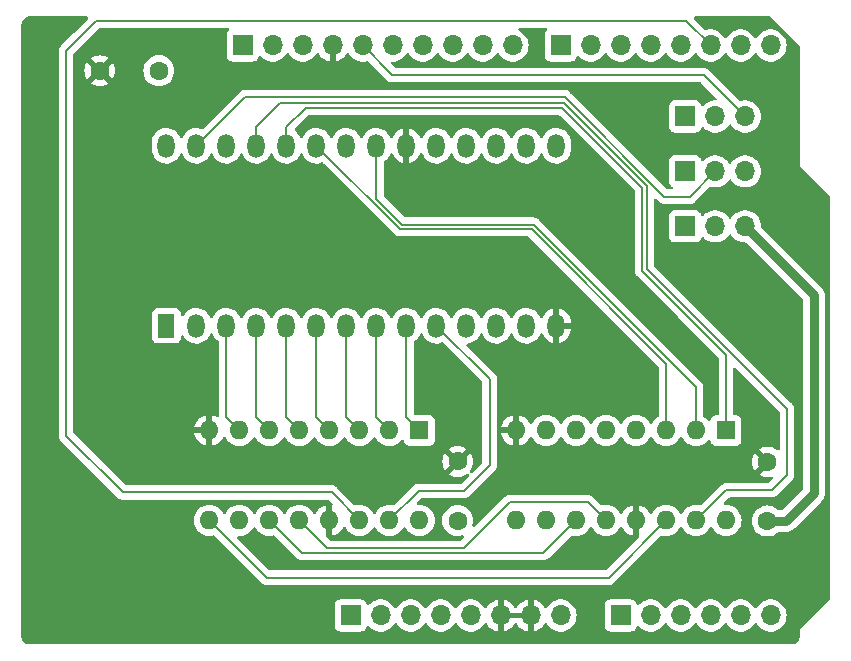
<source format=gbr>
%TF.GenerationSoftware,KiCad,Pcbnew,7.0.9*%
%TF.CreationDate,2024-01-02T14:05:00+00:00*%
%TF.ProjectId,ArduinoEEPROMProg,41726475-696e-46f4-9545-50524f4d5072,rev?*%
%TF.SameCoordinates,Original*%
%TF.FileFunction,Copper,L2,Bot*%
%TF.FilePolarity,Positive*%
%FSLAX46Y46*%
G04 Gerber Fmt 4.6, Leading zero omitted, Abs format (unit mm)*
G04 Created by KiCad (PCBNEW 7.0.9) date 2024-01-02 14:05:00*
%MOMM*%
%LPD*%
G01*
G04 APERTURE LIST*
%TA.AperFunction,ComponentPad*%
%ADD10R,1.700000X1.700000*%
%TD*%
%TA.AperFunction,ComponentPad*%
%ADD11O,1.700000X1.700000*%
%TD*%
%TA.AperFunction,ComponentPad*%
%ADD12C,1.600000*%
%TD*%
%TA.AperFunction,ComponentPad*%
%ADD13R,1.440000X2.000000*%
%TD*%
%TA.AperFunction,ComponentPad*%
%ADD14O,1.440000X2.000000*%
%TD*%
%TA.AperFunction,ComponentPad*%
%ADD15R,1.600000X1.600000*%
%TD*%
%TA.AperFunction,ComponentPad*%
%ADD16O,1.600000X1.600000*%
%TD*%
%TA.AperFunction,Conductor*%
%ADD17C,0.800000*%
%TD*%
%TA.AperFunction,Conductor*%
%ADD18C,0.200000*%
%TD*%
G04 APERTURE END LIST*
D10*
%TO.P,J3,1,Pin_1*%
%TO.N,unconnected-(J3-Pin_1-Pad1)*%
X150800000Y-97460000D03*
D11*
%TO.P,J3,2,Pin_2*%
%TO.N,unconnected-(J3-Pin_2-Pad2)*%
X153340000Y-97460000D03*
%TO.P,J3,3,Pin_3*%
%TO.N,unconnected-(J3-Pin_3-Pad3)*%
X155880000Y-97460000D03*
%TO.P,J3,4,Pin_4*%
%TO.N,unconnected-(J3-Pin_4-Pad4)*%
X158420000Y-97460000D03*
%TO.P,J3,5,Pin_5*%
%TO.N,unconnected-(J3-Pin_5-Pad5)*%
X160960000Y-97460000D03*
%TO.P,J3,6,Pin_6*%
%TO.N,unconnected-(J3-Pin_6-Pad6)*%
X163500000Y-97460000D03*
%TD*%
D10*
%TO.P,J1,1,Pin_1*%
%TO.N,unconnected-(J1-Pin_1-Pad1)*%
X127940000Y-97460000D03*
D11*
%TO.P,J1,2,Pin_2*%
%TO.N,unconnected-(J1-Pin_2-Pad2)*%
X130480000Y-97460000D03*
%TO.P,J1,3,Pin_3*%
%TO.N,unconnected-(J1-Pin_3-Pad3)*%
X133020000Y-97460000D03*
%TO.P,J1,4,Pin_4*%
%TO.N,+3.3V*%
X135560000Y-97460000D03*
%TO.P,J1,5,Pin_5*%
%TO.N,+5V*%
X138100000Y-97460000D03*
%TO.P,J1,6,Pin_6*%
%TO.N,GND*%
X140640000Y-97460000D03*
%TO.P,J1,7,Pin_7*%
X143180000Y-97460000D03*
%TO.P,J1,8,Pin_8*%
%TO.N,VCC*%
X145720000Y-97460000D03*
%TD*%
D10*
%TO.P,J4,1,Pin_1*%
%TO.N,/D2*%
X145720000Y-49200000D03*
D11*
%TO.P,J4,2,Pin_2*%
%TO.N,/D1*%
X148260000Y-49200000D03*
%TO.P,J4,3,Pin_3*%
%TO.N,/D0*%
X150800000Y-49200000D03*
%TO.P,J4,4,Pin_4*%
%TO.N,/S_LATCH*%
X153340000Y-49200000D03*
%TO.P,J4,5,Pin_5*%
%TO.N,/S_CLK*%
X155880000Y-49200000D03*
%TO.P,J4,6,Pin_6*%
%TO.N,/S_DATA*%
X158420000Y-49200000D03*
%TO.P,J4,7,Pin_7*%
%TO.N,unconnected-(J4-Pin_7-Pad7)*%
X160960000Y-49200000D03*
%TO.P,J4,8,Pin_8*%
%TO.N,unconnected-(J4-Pin_8-Pad8)*%
X163500000Y-49200000D03*
%TD*%
D10*
%TO.P,J2,1,Pin_1*%
%TO.N,unconnected-(J2-Pin_1-Pad1)*%
X118796000Y-49200000D03*
D11*
%TO.P,J2,2,Pin_2*%
%TO.N,unconnected-(J2-Pin_2-Pad2)*%
X121336000Y-49200000D03*
%TO.P,J2,3,Pin_3*%
%TO.N,unconnected-(J2-Pin_3-Pad3)*%
X123876000Y-49200000D03*
%TO.P,J2,4,Pin_4*%
%TO.N,GND*%
X126416000Y-49200000D03*
%TO.P,J2,5,Pin_5*%
%TO.N,/OE{slash}WE*%
X128956000Y-49200000D03*
%TO.P,J2,6,Pin_6*%
%TO.N,/D7*%
X131496000Y-49200000D03*
%TO.P,J2,7,Pin_7*%
%TO.N,/D6*%
X134036000Y-49200000D03*
%TO.P,J2,8,Pin_8*%
%TO.N,/D5*%
X136576000Y-49200000D03*
%TO.P,J2,9,Pin_9*%
%TO.N,/D4*%
X139116000Y-49200000D03*
%TO.P,J2,10,Pin_10*%
%TO.N,/D3*%
X141656000Y-49200000D03*
%TD*%
D12*
%TO.P,C3,1*%
%TO.N,+5V*%
X163230000Y-89460000D03*
%TO.P,C3,2*%
%TO.N,GND*%
X163230000Y-84460000D03*
%TD*%
D13*
%TO.P,U3,1,A14*%
%TO.N,Net-(J5-Pin_2)*%
X112350000Y-72922500D03*
D14*
%TO.P,U3,2,A12*%
%TO.N,Net-(U2-QE)*%
X114890000Y-72922500D03*
%TO.P,U3,3,A7*%
%TO.N,Net-(U1-QH)*%
X117430000Y-72922500D03*
%TO.P,U3,4,A6*%
%TO.N,Net-(U1-QG)*%
X119970000Y-72922500D03*
%TO.P,U3,5,A5*%
%TO.N,Net-(U1-QF)*%
X122510000Y-72922500D03*
%TO.P,U3,6,A4*%
%TO.N,Net-(U1-QE)*%
X125050000Y-72922500D03*
%TO.P,U3,7,A3*%
%TO.N,Net-(U1-QD)*%
X127590000Y-72922500D03*
%TO.P,U3,8,A2*%
%TO.N,Net-(U1-QC)*%
X130130000Y-72922500D03*
%TO.P,U3,9,A1*%
%TO.N,Net-(U1-QB)*%
X132670000Y-72922500D03*
%TO.P,U3,10,A0*%
%TO.N,Net-(U1-QA)*%
X135210000Y-72922500D03*
%TO.P,U3,11,D0*%
%TO.N,/D0*%
X137750000Y-72922500D03*
%TO.P,U3,12,D1*%
%TO.N,/D1*%
X140290000Y-72922500D03*
%TO.P,U3,13,D2*%
%TO.N,/D2*%
X142830000Y-72922500D03*
%TO.P,U3,14,GND*%
%TO.N,GND*%
X145370000Y-72922500D03*
%TO.P,U3,15,D3*%
%TO.N,/D3*%
X145370000Y-57682500D03*
%TO.P,U3,16,D4*%
%TO.N,/D4*%
X142830000Y-57682500D03*
%TO.P,U3,17,D5*%
%TO.N,/D5*%
X140290000Y-57682500D03*
%TO.P,U3,18,D6*%
%TO.N,/D6*%
X137750000Y-57682500D03*
%TO.P,U3,19,D7*%
%TO.N,/D7*%
X135210000Y-57682500D03*
%TO.P,U3,20,~{CS}*%
%TO.N,GND*%
X132670000Y-57682500D03*
%TO.P,U3,21,A10*%
%TO.N,Net-(U2-QC)*%
X130130000Y-57682500D03*
%TO.P,U3,22,~{OE}*%
%TO.N,Net-(J7-Pin_2)*%
X127590000Y-57682500D03*
%TO.P,U3,23,A11*%
%TO.N,Net-(U2-QD)*%
X125050000Y-57682500D03*
%TO.P,U3,24,A9*%
%TO.N,Net-(U2-QB)*%
X122510000Y-57682500D03*
%TO.P,U3,25,A8*%
%TO.N,Net-(U2-QA)*%
X119970000Y-57682500D03*
%TO.P,U3,26,A13*%
%TO.N,Net-(U2-QF)*%
X117430000Y-57682500D03*
%TO.P,U3,27,~{WE}*%
%TO.N,Net-(J6-Pin_2)*%
X114890000Y-57682500D03*
%TO.P,U3,28,VCC*%
%TO.N,+5V*%
X112350000Y-57682500D03*
%TD*%
D15*
%TO.P,U2,1,QB*%
%TO.N,Net-(U2-QB)*%
X159730000Y-81780000D03*
D16*
%TO.P,U2,2,QC*%
%TO.N,Net-(U2-QC)*%
X157190000Y-81780000D03*
%TO.P,U2,3,QD*%
%TO.N,Net-(U2-QD)*%
X154650000Y-81780000D03*
%TO.P,U2,4,QE*%
%TO.N,Net-(U2-QE)*%
X152110000Y-81780000D03*
%TO.P,U2,5,QF*%
%TO.N,Net-(U2-QF)*%
X149570000Y-81780000D03*
%TO.P,U2,6,QG*%
%TO.N,Net-(J5-Pin_1)*%
X147030000Y-81780000D03*
%TO.P,U2,7,QH*%
%TO.N,Net-(J7-Pin_1)*%
X144490000Y-81780000D03*
%TO.P,U2,8,GND*%
%TO.N,GND*%
X141950000Y-81780000D03*
%TO.P,U2,9,QH'*%
%TO.N,unconnected-(U2-QH'-Pad9)*%
X141950000Y-89400000D03*
%TO.P,U2,10,~{SRCLR}*%
%TO.N,+5V*%
X144490000Y-89400000D03*
%TO.P,U2,11,SRCLK*%
%TO.N,/S_CLK*%
X147030000Y-89400000D03*
%TO.P,U2,12,RCLK*%
%TO.N,/S_LATCH*%
X149570000Y-89400000D03*
%TO.P,U2,13,~{OE}*%
%TO.N,GND*%
X152110000Y-89400000D03*
%TO.P,U2,14,SER*%
%TO.N,Net-(U1-QH')*%
X154650000Y-89400000D03*
%TO.P,U2,15,QA*%
%TO.N,Net-(U2-QA)*%
X157190000Y-89400000D03*
%TO.P,U2,16,VCC*%
%TO.N,+5V*%
X159730000Y-89400000D03*
%TD*%
D10*
%TO.P,J5,1,Pin_1*%
%TO.N,Net-(J5-Pin_1)*%
X156270000Y-64510000D03*
D11*
%TO.P,J5,2,Pin_2*%
%TO.N,Net-(J5-Pin_2)*%
X158810000Y-64510000D03*
%TO.P,J5,3,Pin_3*%
%TO.N,+5V*%
X161350000Y-64510000D03*
%TD*%
D15*
%TO.P,U1,1,QB*%
%TO.N,Net-(U1-QB)*%
X133765000Y-81780000D03*
D16*
%TO.P,U1,2,QC*%
%TO.N,Net-(U1-QC)*%
X131225000Y-81780000D03*
%TO.P,U1,3,QD*%
%TO.N,Net-(U1-QD)*%
X128685000Y-81780000D03*
%TO.P,U1,4,QE*%
%TO.N,Net-(U1-QE)*%
X126145000Y-81780000D03*
%TO.P,U1,5,QF*%
%TO.N,Net-(U1-QF)*%
X123605000Y-81780000D03*
%TO.P,U1,6,QG*%
%TO.N,Net-(U1-QG)*%
X121065000Y-81780000D03*
%TO.P,U1,7,QH*%
%TO.N,Net-(U1-QH)*%
X118525000Y-81780000D03*
%TO.P,U1,8,GND*%
%TO.N,GND*%
X115985000Y-81780000D03*
%TO.P,U1,9,QH'*%
%TO.N,Net-(U1-QH')*%
X115985000Y-89400000D03*
%TO.P,U1,10,~{SRCLR}*%
%TO.N,+5V*%
X118525000Y-89400000D03*
%TO.P,U1,11,SRCLK*%
%TO.N,/S_CLK*%
X121065000Y-89400000D03*
%TO.P,U1,12,RCLK*%
%TO.N,/S_LATCH*%
X123605000Y-89400000D03*
%TO.P,U1,13,~{OE}*%
%TO.N,GND*%
X126145000Y-89400000D03*
%TO.P,U1,14,SER*%
%TO.N,/S_DATA*%
X128685000Y-89400000D03*
%TO.P,U1,15,QA*%
%TO.N,Net-(U1-QA)*%
X131225000Y-89400000D03*
%TO.P,U1,16,VCC*%
%TO.N,+5V*%
X133765000Y-89400000D03*
%TD*%
D12*
%TO.P,C1,1*%
%TO.N,+5V*%
X111710000Y-51340000D03*
%TO.P,C1,2*%
%TO.N,GND*%
X106710000Y-51340000D03*
%TD*%
%TO.P,C2,1*%
%TO.N,+5V*%
X137010000Y-89420000D03*
%TO.P,C2,2*%
%TO.N,GND*%
X137010000Y-84420000D03*
%TD*%
D10*
%TO.P,J7,1,Pin_1*%
%TO.N,Net-(J7-Pin_1)*%
X156270000Y-55210000D03*
D11*
%TO.P,J7,2,Pin_2*%
%TO.N,Net-(J7-Pin_2)*%
X158810000Y-55210000D03*
%TO.P,J7,3,Pin_3*%
%TO.N,/OE{slash}WE*%
X161350000Y-55210000D03*
%TD*%
D10*
%TO.P,J6,1,Pin_1*%
%TO.N,/OE{slash}WE*%
X156270000Y-59860000D03*
D11*
%TO.P,J6,2,Pin_2*%
%TO.N,Net-(J6-Pin_2)*%
X158810000Y-59860000D03*
%TO.P,J6,3,Pin_3*%
%TO.N,Net-(J5-Pin_1)*%
X161350000Y-59860000D03*
%TD*%
D17*
%TO.N,+5V*%
X167170000Y-71470000D02*
X167170000Y-70330000D01*
X167170000Y-70330000D02*
X161350000Y-64510000D01*
X167170000Y-71470000D02*
X167170000Y-87130000D01*
X164840000Y-89460000D02*
X163230000Y-89460000D01*
X167170000Y-87130000D02*
X164840000Y-89460000D01*
D18*
%TO.N,/OE{slash}WE*%
X157840000Y-51700000D02*
X161350000Y-55210000D01*
X131456000Y-51700000D02*
X156380000Y-51700000D01*
X128956000Y-49200000D02*
X131456000Y-51700000D01*
X156380000Y-51700000D02*
X157840000Y-51700000D01*
%TO.N,/S_LATCH*%
X137520000Y-91730000D02*
X141400000Y-87850000D01*
X123605000Y-89400000D02*
X125935000Y-91730000D01*
X125935000Y-91730000D02*
X137520000Y-91730000D01*
X141400000Y-87850000D02*
X148020000Y-87850000D01*
X148020000Y-87850000D02*
X149570000Y-89400000D01*
%TO.N,/S_CLK*%
X121065000Y-89400000D02*
X123825000Y-92160000D01*
X123825000Y-92160000D02*
X144270000Y-92160000D01*
X144270000Y-92160000D02*
X147030000Y-89400000D01*
%TO.N,/S_DATA*%
X108637500Y-87047500D02*
X126332500Y-87047500D01*
X106370000Y-47120000D02*
X103840000Y-49650000D01*
X103840000Y-49650000D02*
X103840000Y-82250000D01*
X126332500Y-87047500D02*
X128685000Y-89400000D01*
X156340000Y-47120000D02*
X106370000Y-47120000D01*
X158420000Y-49200000D02*
X156340000Y-47120000D01*
X103840000Y-82250000D02*
X108637500Y-87047500D01*
%TO.N,Net-(J6-Pin_2)*%
X146100000Y-53590000D02*
X154510000Y-62000000D01*
X156150000Y-62000000D02*
X156670000Y-62000000D01*
X154510000Y-62000000D02*
X156150000Y-62000000D01*
X156670000Y-62000000D02*
X158810000Y-59860000D01*
X118982500Y-53590000D02*
X146100000Y-53590000D01*
X114890000Y-57682500D02*
X118982500Y-53590000D01*
%TO.N,Net-(U1-QB)*%
X132670000Y-80685000D02*
X133765000Y-81780000D01*
X132670000Y-72922500D02*
X132670000Y-80685000D01*
%TO.N,Net-(U1-QC)*%
X130130000Y-80685000D02*
X131225000Y-81780000D01*
X130130000Y-72922500D02*
X130130000Y-80685000D01*
%TO.N,Net-(U1-QD)*%
X127590000Y-80685000D02*
X128685000Y-81780000D01*
X127590000Y-72922500D02*
X127590000Y-80685000D01*
%TO.N,Net-(U1-QE)*%
X125050000Y-80685000D02*
X126145000Y-81780000D01*
X125050000Y-72922500D02*
X125050000Y-80685000D01*
%TO.N,Net-(U1-QF)*%
X122510000Y-80685000D02*
X123605000Y-81780000D01*
X122510000Y-72922500D02*
X122510000Y-80685000D01*
%TO.N,Net-(U1-QG)*%
X119970000Y-72922500D02*
X119970000Y-80685000D01*
X119970000Y-80685000D02*
X121065000Y-81780000D01*
%TO.N,Net-(U1-QH)*%
X117430000Y-80685000D02*
X118525000Y-81780000D01*
X117430000Y-72922500D02*
X117430000Y-80685000D01*
%TO.N,Net-(U1-QH')*%
X120845000Y-94260000D02*
X149790000Y-94260000D01*
X149790000Y-94260000D02*
X154650000Y-89400000D01*
X115985000Y-89400000D02*
X120845000Y-94260000D01*
%TO.N,Net-(U1-QA)*%
X139710000Y-84750000D02*
X139710000Y-77422500D01*
X139710000Y-77422500D02*
X135210000Y-72922500D01*
X133725000Y-86900000D02*
X137560000Y-86900000D01*
X137560000Y-86900000D02*
X139710000Y-84750000D01*
X131225000Y-89400000D02*
X133725000Y-86900000D01*
%TO.N,Net-(U2-QB)*%
X122510000Y-57682500D02*
X122510000Y-56100000D01*
X145838628Y-54460000D02*
X152639314Y-61260686D01*
X159730000Y-75385686D02*
X159730000Y-81780000D01*
X152639314Y-68295000D02*
X159730000Y-75385686D01*
X152639314Y-61260686D02*
X152639314Y-68295000D01*
X124150000Y-54460000D02*
X145838628Y-54460000D01*
X122510000Y-56100000D02*
X124150000Y-54460000D01*
%TO.N,Net-(U2-QC)*%
X130130000Y-57682500D02*
X130130000Y-62196814D01*
X130130000Y-62196814D02*
X132293186Y-64360000D01*
X157190000Y-78115686D02*
X157190000Y-81780000D01*
X143434314Y-64360000D02*
X157190000Y-78115686D01*
X132293186Y-64360000D02*
X143434314Y-64360000D01*
%TO.N,Net-(U2-QD)*%
X132127500Y-64760000D02*
X143268628Y-64760000D01*
X143268628Y-64760000D02*
X154650000Y-76141372D01*
X154650000Y-76141372D02*
X154650000Y-81780000D01*
X125050000Y-57682500D02*
X132127500Y-64760000D01*
%TO.N,Net-(U2-QA)*%
X121990000Y-54060000D02*
X119970000Y-56080000D01*
X146004314Y-54060000D02*
X121990000Y-54060000D01*
X153039314Y-61095000D02*
X146004314Y-54060000D01*
X159750000Y-86840000D02*
X163620000Y-86840000D01*
X153039314Y-68129314D02*
X153039314Y-61095000D01*
X157190000Y-89400000D02*
X159750000Y-86840000D01*
X164870000Y-79960000D02*
X153039314Y-68129314D01*
X163620000Y-86840000D02*
X164870000Y-85590000D01*
X164870000Y-85590000D02*
X164870000Y-79960000D01*
X119970000Y-56080000D02*
X119970000Y-57682500D01*
%TD*%
%TA.AperFunction,Conductor*%
%TO.N,GND*%
G36*
X142720507Y-97250156D02*
G01*
X142680000Y-97388111D01*
X142680000Y-97531889D01*
X142720507Y-97669844D01*
X142746314Y-97710000D01*
X141073686Y-97710000D01*
X141099493Y-97669844D01*
X141140000Y-97531889D01*
X141140000Y-97388111D01*
X141099493Y-97250156D01*
X141073686Y-97210000D01*
X142746314Y-97210000D01*
X142720507Y-97250156D01*
G37*
%TD.AperFunction*%
%TA.AperFunction,Conductor*%
G36*
X105661628Y-46755185D02*
G01*
X105707383Y-46807989D01*
X105717327Y-46877147D01*
X105688302Y-46940703D01*
X105682271Y-46947179D01*
X104525655Y-48103795D01*
X103440801Y-49188649D01*
X103434698Y-49194000D01*
X103406013Y-49216012D01*
X103381522Y-49247929D01*
X103308476Y-49343123D01*
X103285870Y-49397701D01*
X103247162Y-49491149D01*
X103247162Y-49491150D01*
X103230957Y-49614241D01*
X103230955Y-49614254D01*
X103226250Y-49650000D01*
X103230969Y-49685843D01*
X103231500Y-49693945D01*
X103231500Y-82206054D01*
X103230969Y-82214156D01*
X103226250Y-82249998D01*
X103231021Y-82286248D01*
X103231023Y-82286262D01*
X103234349Y-82311524D01*
X103247161Y-82408849D01*
X103247163Y-82408854D01*
X103308473Y-82556871D01*
X103308476Y-82556877D01*
X103339520Y-82597333D01*
X103381523Y-82652072D01*
X103381525Y-82652074D01*
X103381526Y-82652075D01*
X103406012Y-82683986D01*
X103434698Y-82705998D01*
X103440794Y-82711343D01*
X108176155Y-87446704D01*
X108181496Y-87452794D01*
X108191427Y-87465736D01*
X108203510Y-87481484D01*
X108203511Y-87481485D01*
X108203513Y-87481487D01*
X108218306Y-87492838D01*
X108233784Y-87504715D01*
X108233808Y-87504735D01*
X108286047Y-87544819D01*
X108330624Y-87579024D01*
X108330626Y-87579024D01*
X108330628Y-87579026D01*
X108404636Y-87609681D01*
X108478649Y-87640338D01*
X108522971Y-87646173D01*
X108637499Y-87661251D01*
X108637500Y-87661251D01*
X108637501Y-87661251D01*
X108673353Y-87656531D01*
X108681454Y-87656000D01*
X126029089Y-87656000D01*
X126096128Y-87675685D01*
X126116770Y-87692319D01*
X126380219Y-87955768D01*
X126413704Y-88017091D01*
X126408720Y-88086783D01*
X126395000Y-88105340D01*
X126395000Y-89084314D01*
X126383045Y-89072359D01*
X126270148Y-89014835D01*
X126176481Y-89000000D01*
X126113519Y-89000000D01*
X126019852Y-89014835D01*
X125906955Y-89072359D01*
X125895000Y-89084314D01*
X125895000Y-88121127D01*
X125698671Y-88173734D01*
X125492517Y-88269865D01*
X125306179Y-88400342D01*
X125145342Y-88561179D01*
X125014865Y-88747517D01*
X124992071Y-88796401D01*
X124945898Y-88848840D01*
X124878705Y-88867992D01*
X124811824Y-88847776D01*
X124767307Y-88796401D01*
X124742523Y-88743251D01*
X124679765Y-88653624D01*
X124611198Y-88555700D01*
X124449300Y-88393802D01*
X124261749Y-88262477D01*
X124182919Y-88225718D01*
X124054249Y-88165718D01*
X124054238Y-88165714D01*
X123833089Y-88106457D01*
X123833081Y-88106456D01*
X123605002Y-88086502D01*
X123604998Y-88086502D01*
X123376918Y-88106456D01*
X123376910Y-88106457D01*
X123155761Y-88165714D01*
X123155750Y-88165718D01*
X122948254Y-88262475D01*
X122948252Y-88262476D01*
X122919688Y-88282477D01*
X122760700Y-88393802D01*
X122760698Y-88393803D01*
X122760695Y-88393806D01*
X122598806Y-88555695D01*
X122598803Y-88555698D01*
X122598802Y-88555700D01*
X122584798Y-88575700D01*
X122467476Y-88743251D01*
X122447382Y-88786345D01*
X122401209Y-88838784D01*
X122334016Y-88857936D01*
X122267135Y-88837720D01*
X122222618Y-88786345D01*
X122202523Y-88743251D01*
X122139765Y-88653624D01*
X122071198Y-88555700D01*
X121909300Y-88393802D01*
X121721749Y-88262477D01*
X121642919Y-88225718D01*
X121514249Y-88165718D01*
X121514238Y-88165714D01*
X121293089Y-88106457D01*
X121293081Y-88106456D01*
X121065002Y-88086502D01*
X121064998Y-88086502D01*
X120836918Y-88106456D01*
X120836910Y-88106457D01*
X120615761Y-88165714D01*
X120615750Y-88165718D01*
X120408254Y-88262475D01*
X120408252Y-88262476D01*
X120379688Y-88282477D01*
X120220700Y-88393802D01*
X120220698Y-88393803D01*
X120220695Y-88393806D01*
X120058806Y-88555695D01*
X120058803Y-88555698D01*
X120058802Y-88555700D01*
X120044798Y-88575700D01*
X119927476Y-88743251D01*
X119907382Y-88786345D01*
X119861209Y-88838784D01*
X119794016Y-88857936D01*
X119727135Y-88837720D01*
X119682618Y-88786345D01*
X119662523Y-88743251D01*
X119599765Y-88653624D01*
X119531198Y-88555700D01*
X119369300Y-88393802D01*
X119181749Y-88262477D01*
X119102919Y-88225718D01*
X118974249Y-88165718D01*
X118974238Y-88165714D01*
X118753089Y-88106457D01*
X118753081Y-88106456D01*
X118525002Y-88086502D01*
X118524998Y-88086502D01*
X118296918Y-88106456D01*
X118296910Y-88106457D01*
X118075761Y-88165714D01*
X118075750Y-88165718D01*
X117868254Y-88262475D01*
X117868252Y-88262476D01*
X117839688Y-88282477D01*
X117680700Y-88393802D01*
X117680698Y-88393803D01*
X117680695Y-88393806D01*
X117518806Y-88555695D01*
X117518803Y-88555698D01*
X117518802Y-88555700D01*
X117504798Y-88575700D01*
X117387476Y-88743251D01*
X117367382Y-88786345D01*
X117321209Y-88838784D01*
X117254016Y-88857936D01*
X117187135Y-88837720D01*
X117142618Y-88786345D01*
X117122523Y-88743251D01*
X117059765Y-88653624D01*
X116991198Y-88555700D01*
X116829300Y-88393802D01*
X116641749Y-88262477D01*
X116562919Y-88225718D01*
X116434249Y-88165718D01*
X116434238Y-88165714D01*
X116213089Y-88106457D01*
X116213081Y-88106456D01*
X115985002Y-88086502D01*
X115984998Y-88086502D01*
X115756918Y-88106456D01*
X115756910Y-88106457D01*
X115535761Y-88165714D01*
X115535750Y-88165718D01*
X115328254Y-88262475D01*
X115328252Y-88262476D01*
X115299688Y-88282477D01*
X115140700Y-88393802D01*
X115140698Y-88393803D01*
X115140695Y-88393806D01*
X114978806Y-88555695D01*
X114978803Y-88555698D01*
X114978802Y-88555700D01*
X114910235Y-88653624D01*
X114847476Y-88743252D01*
X114847475Y-88743254D01*
X114750718Y-88950750D01*
X114750714Y-88950761D01*
X114691457Y-89171910D01*
X114691456Y-89171918D01*
X114671502Y-89399998D01*
X114671502Y-89400001D01*
X114691456Y-89628081D01*
X114691457Y-89628089D01*
X114750714Y-89849238D01*
X114750718Y-89849249D01*
X114822692Y-90003597D01*
X114847477Y-90056749D01*
X114978802Y-90244300D01*
X115140700Y-90406198D01*
X115328251Y-90537523D01*
X115371144Y-90557524D01*
X115535750Y-90634281D01*
X115535752Y-90634281D01*
X115535757Y-90634284D01*
X115756913Y-90693543D01*
X115919832Y-90707796D01*
X115984998Y-90713498D01*
X115985000Y-90713498D01*
X115985002Y-90713498D01*
X116016614Y-90710732D01*
X116213087Y-90693543D01*
X116305538Y-90668770D01*
X116375388Y-90670431D01*
X116425314Y-90700863D01*
X120383652Y-94659200D01*
X120388998Y-94665297D01*
X120411013Y-94693987D01*
X120434828Y-94712261D01*
X120442929Y-94718477D01*
X120538122Y-94791523D01*
X120538128Y-94791526D01*
X120612136Y-94822181D01*
X120686149Y-94852838D01*
X120701664Y-94854880D01*
X120705542Y-94855391D01*
X120753009Y-94861640D01*
X120805115Y-94868500D01*
X120805116Y-94868500D01*
X120807129Y-94868765D01*
X120807148Y-94868766D01*
X120845000Y-94873750D01*
X120845001Y-94873750D01*
X120855472Y-94872371D01*
X120880848Y-94869030D01*
X120888946Y-94868500D01*
X149746054Y-94868500D01*
X149754151Y-94869030D01*
X149779527Y-94872371D01*
X149789999Y-94873750D01*
X149790000Y-94873750D01*
X149790001Y-94873750D01*
X149825846Y-94869031D01*
X149827961Y-94868752D01*
X149827974Y-94868751D01*
X149829881Y-94868500D01*
X149829885Y-94868500D01*
X149911002Y-94857820D01*
X149929457Y-94855391D01*
X149948851Y-94852838D01*
X149948856Y-94852836D01*
X150096876Y-94791524D01*
X150192072Y-94718477D01*
X150192073Y-94718475D01*
X150200164Y-94712267D01*
X150200171Y-94712261D01*
X150223983Y-94693990D01*
X150223982Y-94693990D01*
X150223987Y-94693987D01*
X150246010Y-94665285D01*
X150251338Y-94659209D01*
X154209685Y-90700861D01*
X154271006Y-90667378D01*
X154329456Y-90668768D01*
X154421913Y-90693543D01*
X154584832Y-90707796D01*
X154649998Y-90713498D01*
X154650000Y-90713498D01*
X154650002Y-90713498D01*
X154713437Y-90707948D01*
X154878087Y-90693543D01*
X155099243Y-90634284D01*
X155306749Y-90537523D01*
X155494300Y-90406198D01*
X155656198Y-90244300D01*
X155787523Y-90056749D01*
X155807618Y-90013655D01*
X155853790Y-89961215D01*
X155920983Y-89942063D01*
X155987864Y-89962278D01*
X156032382Y-90013655D01*
X156052477Y-90056749D01*
X156183802Y-90244300D01*
X156345700Y-90406198D01*
X156533251Y-90537523D01*
X156576144Y-90557524D01*
X156740750Y-90634281D01*
X156740752Y-90634281D01*
X156740757Y-90634284D01*
X156961913Y-90693543D01*
X157124832Y-90707796D01*
X157189998Y-90713498D01*
X157190000Y-90713498D01*
X157190002Y-90713498D01*
X157253437Y-90707948D01*
X157418087Y-90693543D01*
X157639243Y-90634284D01*
X157846749Y-90537523D01*
X158034300Y-90406198D01*
X158196198Y-90244300D01*
X158327523Y-90056749D01*
X158347618Y-90013655D01*
X158393790Y-89961215D01*
X158460983Y-89942063D01*
X158527864Y-89962278D01*
X158572382Y-90013655D01*
X158592477Y-90056749D01*
X158723802Y-90244300D01*
X158885700Y-90406198D01*
X159073251Y-90537523D01*
X159116144Y-90557524D01*
X159280750Y-90634281D01*
X159280752Y-90634281D01*
X159280757Y-90634284D01*
X159501913Y-90693543D01*
X159664832Y-90707796D01*
X159729998Y-90713498D01*
X159730000Y-90713498D01*
X159730002Y-90713498D01*
X159793437Y-90707948D01*
X159958087Y-90693543D01*
X160179243Y-90634284D01*
X160386749Y-90537523D01*
X160574300Y-90406198D01*
X160736198Y-90244300D01*
X160867523Y-90056749D01*
X160964284Y-89849243D01*
X161023543Y-89628087D01*
X161043498Y-89400000D01*
X161023543Y-89171913D01*
X160964284Y-88950757D01*
X160867523Y-88743251D01*
X160736198Y-88555700D01*
X160574300Y-88393802D01*
X160386749Y-88262477D01*
X160307919Y-88225718D01*
X160179249Y-88165718D01*
X160179238Y-88165714D01*
X159958089Y-88106457D01*
X159958081Y-88106456D01*
X159730002Y-88086502D01*
X159729996Y-88086502D01*
X159668348Y-88091895D01*
X159599848Y-88078128D01*
X159549666Y-88029512D01*
X159533733Y-87961483D01*
X159557109Y-87895640D01*
X159569852Y-87880695D01*
X159965730Y-87484819D01*
X160027053Y-87451334D01*
X160053411Y-87448500D01*
X163576054Y-87448500D01*
X163584151Y-87449030D01*
X163601648Y-87451334D01*
X163619999Y-87453750D01*
X163620000Y-87453750D01*
X163620001Y-87453750D01*
X163644209Y-87450563D01*
X163657961Y-87448752D01*
X163657974Y-87448751D01*
X163659881Y-87448500D01*
X163659885Y-87448500D01*
X163741002Y-87437820D01*
X163759457Y-87435391D01*
X163778851Y-87432838D01*
X163819477Y-87416010D01*
X163926876Y-87371524D01*
X164022072Y-87298477D01*
X164022073Y-87298475D01*
X164030164Y-87292267D01*
X164030171Y-87292261D01*
X164053983Y-87273990D01*
X164053982Y-87273990D01*
X164053987Y-87273987D01*
X164076010Y-87245285D01*
X164081345Y-87239202D01*
X165269198Y-86051348D01*
X165275289Y-86046006D01*
X165303987Y-86023987D01*
X165318719Y-86004786D01*
X165339863Y-85977232D01*
X165363520Y-85946401D01*
X165401524Y-85896876D01*
X165462838Y-85748851D01*
X165463326Y-85745141D01*
X165465391Y-85729457D01*
X165476343Y-85646265D01*
X165478500Y-85629885D01*
X165478500Y-85629879D01*
X165478754Y-85627950D01*
X165483750Y-85590001D01*
X165483750Y-85589999D01*
X165479031Y-85554156D01*
X165478500Y-85546054D01*
X165478500Y-80003951D01*
X165479031Y-79995850D01*
X165483751Y-79960000D01*
X165483751Y-79959998D01*
X165462838Y-79801150D01*
X165462836Y-79801145D01*
X165401526Y-79653128D01*
X165401523Y-79653123D01*
X165327235Y-79556308D01*
X165327215Y-79556284D01*
X165322311Y-79549894D01*
X165303987Y-79526013D01*
X165303985Y-79526011D01*
X165303984Y-79526010D01*
X165287939Y-79513699D01*
X165275293Y-79503995D01*
X165269203Y-79498654D01*
X153684133Y-67913584D01*
X153650648Y-67852261D01*
X153647814Y-67825903D01*
X153647814Y-65408654D01*
X154911500Y-65408654D01*
X154918011Y-65469202D01*
X154918011Y-65469204D01*
X154969111Y-65606204D01*
X155056739Y-65723261D01*
X155173796Y-65810889D01*
X155310799Y-65861989D01*
X155338050Y-65864918D01*
X155371345Y-65868499D01*
X155371362Y-65868500D01*
X157168638Y-65868500D01*
X157168654Y-65868499D01*
X157195692Y-65865591D01*
X157229201Y-65861989D01*
X157366204Y-65810889D01*
X157483261Y-65723261D01*
X157570889Y-65606204D01*
X157616138Y-65484887D01*
X157658009Y-65428956D01*
X157723474Y-65404539D01*
X157791746Y-65419391D01*
X157823545Y-65444236D01*
X157886760Y-65512906D01*
X158064424Y-65651189D01*
X158064425Y-65651189D01*
X158064427Y-65651191D01*
X158191135Y-65719761D01*
X158262426Y-65758342D01*
X158475365Y-65831444D01*
X158697431Y-65868500D01*
X158922569Y-65868500D01*
X159144635Y-65831444D01*
X159357574Y-65758342D01*
X159555576Y-65651189D01*
X159733240Y-65512906D01*
X159848055Y-65388185D01*
X159885715Y-65347276D01*
X159885715Y-65347275D01*
X159885722Y-65347268D01*
X159976193Y-65208790D01*
X160029338Y-65163437D01*
X160098569Y-65154013D01*
X160161905Y-65183515D01*
X160183804Y-65208787D01*
X160274278Y-65347268D01*
X160274283Y-65347273D01*
X160274284Y-65347276D01*
X160400968Y-65484889D01*
X160426760Y-65512906D01*
X160604424Y-65651189D01*
X160604425Y-65651189D01*
X160604427Y-65651191D01*
X160731135Y-65719761D01*
X160802426Y-65758342D01*
X161015365Y-65831444D01*
X161237431Y-65868500D01*
X161372325Y-65868500D01*
X161439364Y-65888185D01*
X161460006Y-65904819D01*
X166225181Y-70669994D01*
X166258666Y-70731317D01*
X166261500Y-70757675D01*
X166261500Y-86702325D01*
X166241815Y-86769364D01*
X166225181Y-86790006D01*
X164500006Y-88515181D01*
X164438683Y-88548666D01*
X164412325Y-88551500D01*
X164223360Y-88551500D01*
X164156321Y-88531815D01*
X164135679Y-88515181D01*
X164074304Y-88453806D01*
X164074300Y-88453802D01*
X163886749Y-88322477D01*
X163886745Y-88322475D01*
X163679249Y-88225718D01*
X163679238Y-88225714D01*
X163458089Y-88166457D01*
X163458081Y-88166456D01*
X163230002Y-88146502D01*
X163229998Y-88146502D01*
X163001918Y-88166456D01*
X163001910Y-88166457D01*
X162780761Y-88225714D01*
X162780750Y-88225718D01*
X162573254Y-88322475D01*
X162573252Y-88322476D01*
X162573251Y-88322477D01*
X162385700Y-88453802D01*
X162385698Y-88453803D01*
X162385695Y-88453806D01*
X162223806Y-88615695D01*
X162223803Y-88615698D01*
X162223802Y-88615700D01*
X162141767Y-88732856D01*
X162092476Y-88803252D01*
X162092475Y-88803254D01*
X161995718Y-89010750D01*
X161995714Y-89010761D01*
X161936457Y-89231910D01*
X161936456Y-89231918D01*
X161916502Y-89459998D01*
X161916502Y-89460001D01*
X161936456Y-89688081D01*
X161936457Y-89688089D01*
X161995714Y-89909238D01*
X161995718Y-89909249D01*
X162071262Y-90071253D01*
X162092477Y-90116749D01*
X162223802Y-90304300D01*
X162385700Y-90466198D01*
X162573251Y-90597523D01*
X162686304Y-90650240D01*
X162780750Y-90694281D01*
X162780752Y-90694281D01*
X162780757Y-90694284D01*
X163001913Y-90753543D01*
X163164832Y-90767796D01*
X163229998Y-90773498D01*
X163230000Y-90773498D01*
X163230002Y-90773498D01*
X163287021Y-90768509D01*
X163458087Y-90753543D01*
X163679243Y-90694284D01*
X163886749Y-90597523D01*
X164074300Y-90466198D01*
X164135679Y-90404819D01*
X164197002Y-90371334D01*
X164223360Y-90368500D01*
X164758743Y-90368500D01*
X164778142Y-90370027D01*
X164792190Y-90372252D01*
X164862160Y-90368584D01*
X164865404Y-90368500D01*
X164887609Y-90368500D01*
X164887610Y-90368500D01*
X164909710Y-90366177D01*
X164912911Y-90365925D01*
X164982903Y-90362257D01*
X164996648Y-90358573D01*
X165015769Y-90355029D01*
X165029928Y-90353542D01*
X165096618Y-90331872D01*
X165099669Y-90330969D01*
X165167370Y-90312829D01*
X165180040Y-90306372D01*
X165198017Y-90298925D01*
X165211556Y-90294527D01*
X165272270Y-90259472D01*
X165275051Y-90257961D01*
X165337530Y-90226129D01*
X165348599Y-90217165D01*
X165364618Y-90206156D01*
X165376944Y-90199040D01*
X165429058Y-90152115D01*
X165431449Y-90150074D01*
X165448741Y-90136072D01*
X165464465Y-90120346D01*
X165466786Y-90118144D01*
X165518866Y-90071253D01*
X165527231Y-90059738D01*
X165539860Y-90044951D01*
X167754951Y-87829860D01*
X167769738Y-87817231D01*
X167781253Y-87808866D01*
X167828144Y-87756786D01*
X167830346Y-87754465D01*
X167846072Y-87738741D01*
X167860074Y-87721449D01*
X167862115Y-87719058D01*
X167909040Y-87666944D01*
X167916153Y-87654623D01*
X167927173Y-87638589D01*
X167936129Y-87627530D01*
X167967959Y-87565058D01*
X167969484Y-87562251D01*
X168004527Y-87501556D01*
X168008922Y-87488026D01*
X168016365Y-87470056D01*
X168022830Y-87457370D01*
X168040970Y-87389665D01*
X168041889Y-87386566D01*
X168063541Y-87319931D01*
X168063540Y-87319931D01*
X168063542Y-87319928D01*
X168065029Y-87305769D01*
X168068573Y-87286648D01*
X168072257Y-87272903D01*
X168075925Y-87202911D01*
X168076178Y-87199698D01*
X168078500Y-87177610D01*
X168078500Y-87155404D01*
X168078585Y-87152158D01*
X168082252Y-87082190D01*
X168080026Y-87068140D01*
X168078500Y-87048743D01*
X168078500Y-70411256D01*
X168080027Y-70391856D01*
X168082252Y-70377810D01*
X168078585Y-70307839D01*
X168078500Y-70304594D01*
X168078500Y-70282395D01*
X168078500Y-70282390D01*
X168076177Y-70260294D01*
X168075924Y-70257084D01*
X168072257Y-70187097D01*
X168068576Y-70173360D01*
X168065029Y-70154222D01*
X168064757Y-70151642D01*
X168063542Y-70140072D01*
X168041884Y-70073417D01*
X168040971Y-70070338D01*
X168022830Y-70002630D01*
X168016368Y-69989949D01*
X168008923Y-69971976D01*
X168004527Y-69958444D01*
X167969493Y-69897763D01*
X167967948Y-69894917D01*
X167936130Y-69832471D01*
X167927169Y-69821405D01*
X167916152Y-69805374D01*
X167909041Y-69793058D01*
X167909040Y-69793056D01*
X167897635Y-69780389D01*
X167862154Y-69740982D01*
X167860048Y-69738516D01*
X167846075Y-69721262D01*
X167830373Y-69705560D01*
X167828137Y-69703204D01*
X167781253Y-69651134D01*
X167781251Y-69651132D01*
X167769739Y-69642768D01*
X167754946Y-69630133D01*
X162747802Y-64622989D01*
X162714317Y-64561666D01*
X162711907Y-64525066D01*
X162713156Y-64510000D01*
X162694564Y-64285632D01*
X162639296Y-64067384D01*
X162548860Y-63861209D01*
X162532706Y-63836484D01*
X162487291Y-63766970D01*
X162425722Y-63672732D01*
X162425719Y-63672729D01*
X162425715Y-63672723D01*
X162273243Y-63507097D01*
X162273238Y-63507092D01*
X162095577Y-63368812D01*
X162095572Y-63368808D01*
X161897580Y-63261661D01*
X161897577Y-63261659D01*
X161897574Y-63261658D01*
X161897571Y-63261657D01*
X161897569Y-63261656D01*
X161684637Y-63188556D01*
X161462569Y-63151500D01*
X161237431Y-63151500D01*
X161015362Y-63188556D01*
X160802430Y-63261656D01*
X160802419Y-63261661D01*
X160604427Y-63368808D01*
X160604422Y-63368812D01*
X160426761Y-63507092D01*
X160426756Y-63507097D01*
X160274284Y-63672723D01*
X160274276Y-63672734D01*
X160183808Y-63811206D01*
X160130662Y-63856562D01*
X160061431Y-63865986D01*
X159998095Y-63836484D01*
X159976192Y-63811206D01*
X159885723Y-63672734D01*
X159885715Y-63672723D01*
X159733243Y-63507097D01*
X159733238Y-63507092D01*
X159555577Y-63368812D01*
X159555572Y-63368808D01*
X159357580Y-63261661D01*
X159357577Y-63261659D01*
X159357574Y-63261658D01*
X159357571Y-63261657D01*
X159357569Y-63261656D01*
X159144637Y-63188556D01*
X158922569Y-63151500D01*
X158697431Y-63151500D01*
X158475362Y-63188556D01*
X158262430Y-63261656D01*
X158262419Y-63261661D01*
X158064427Y-63368808D01*
X158064422Y-63368812D01*
X157886761Y-63507092D01*
X157823548Y-63575760D01*
X157763661Y-63611750D01*
X157693823Y-63609649D01*
X157636207Y-63570124D01*
X157616138Y-63535110D01*
X157570889Y-63413796D01*
X157537214Y-63368812D01*
X157483261Y-63296739D01*
X157366204Y-63209111D01*
X157229203Y-63158011D01*
X157168654Y-63151500D01*
X157168638Y-63151500D01*
X155371362Y-63151500D01*
X155371345Y-63151500D01*
X155310797Y-63158011D01*
X155310795Y-63158011D01*
X155173795Y-63209111D01*
X155056739Y-63296739D01*
X154969111Y-63413795D01*
X154918011Y-63550795D01*
X154918011Y-63550797D01*
X154911500Y-63611345D01*
X154911500Y-65408654D01*
X153647814Y-65408654D01*
X153647814Y-62297725D01*
X153667499Y-62230686D01*
X153720303Y-62184931D01*
X153789461Y-62174987D01*
X153853017Y-62204012D01*
X153859495Y-62210044D01*
X154048655Y-62399204D01*
X154053996Y-62405294D01*
X154062022Y-62415754D01*
X154076012Y-62433987D01*
X154107921Y-62458472D01*
X154107925Y-62458474D01*
X154107928Y-62458477D01*
X154161830Y-62499838D01*
X154203122Y-62531523D01*
X154203128Y-62531526D01*
X154277136Y-62562181D01*
X154351149Y-62592838D01*
X154366664Y-62594880D01*
X154370542Y-62595391D01*
X154418009Y-62601640D01*
X154470115Y-62608500D01*
X154470116Y-62608500D01*
X154472129Y-62608765D01*
X154472148Y-62608766D01*
X154510000Y-62613750D01*
X154510001Y-62613750D01*
X154520472Y-62612371D01*
X154545848Y-62609030D01*
X154553946Y-62608500D01*
X156110115Y-62608500D01*
X156626054Y-62608500D01*
X156634151Y-62609030D01*
X156659527Y-62612371D01*
X156669999Y-62613750D01*
X156670000Y-62613750D01*
X156670001Y-62613750D01*
X156705846Y-62609031D01*
X156707961Y-62608752D01*
X156707974Y-62608751D01*
X156709881Y-62608500D01*
X156709885Y-62608500D01*
X156791002Y-62597820D01*
X156809457Y-62595391D01*
X156828851Y-62592838D01*
X156828856Y-62592836D01*
X156976876Y-62531524D01*
X157072072Y-62458477D01*
X157072073Y-62458475D01*
X157080164Y-62452267D01*
X157080171Y-62452261D01*
X157103983Y-62433990D01*
X157103982Y-62433990D01*
X157103987Y-62433987D01*
X157126010Y-62405285D01*
X157131338Y-62399209D01*
X158326640Y-61203907D01*
X158387961Y-61170424D01*
X158454584Y-61174309D01*
X158475365Y-61181444D01*
X158697431Y-61218500D01*
X158922569Y-61218500D01*
X159144635Y-61181444D01*
X159357574Y-61108342D01*
X159555576Y-61001189D01*
X159733240Y-60862906D01*
X159885722Y-60697268D01*
X159976193Y-60558790D01*
X160029338Y-60513437D01*
X160098569Y-60504013D01*
X160161905Y-60533515D01*
X160183804Y-60558787D01*
X160274278Y-60697268D01*
X160274283Y-60697273D01*
X160274284Y-60697276D01*
X160426756Y-60862902D01*
X160426760Y-60862906D01*
X160604424Y-61001189D01*
X160604425Y-61001189D01*
X160604427Y-61001191D01*
X160715182Y-61061128D01*
X160802426Y-61108342D01*
X161015365Y-61181444D01*
X161237431Y-61218500D01*
X161462569Y-61218500D01*
X161684635Y-61181444D01*
X161897574Y-61108342D01*
X162095576Y-61001189D01*
X162273240Y-60862906D01*
X162425722Y-60697268D01*
X162548860Y-60508791D01*
X162639296Y-60302616D01*
X162694564Y-60084368D01*
X162713156Y-59860000D01*
X162694564Y-59635632D01*
X162639296Y-59417384D01*
X162548860Y-59211209D01*
X162533488Y-59187681D01*
X162475923Y-59099570D01*
X162425722Y-59022732D01*
X162425719Y-59022729D01*
X162425715Y-59022723D01*
X162273243Y-58857097D01*
X162273238Y-58857092D01*
X162095577Y-58718812D01*
X162095572Y-58718808D01*
X161897580Y-58611661D01*
X161897577Y-58611659D01*
X161897574Y-58611658D01*
X161897571Y-58611657D01*
X161897569Y-58611656D01*
X161684637Y-58538556D01*
X161462569Y-58501500D01*
X161237431Y-58501500D01*
X161015362Y-58538556D01*
X160802430Y-58611656D01*
X160802419Y-58611661D01*
X160604427Y-58718808D01*
X160604422Y-58718812D01*
X160426761Y-58857092D01*
X160426756Y-58857097D01*
X160274284Y-59022723D01*
X160274276Y-59022734D01*
X160183808Y-59161206D01*
X160130662Y-59206562D01*
X160061431Y-59215986D01*
X159998095Y-59186484D01*
X159976192Y-59161206D01*
X159902678Y-59048685D01*
X159885722Y-59022732D01*
X159885719Y-59022729D01*
X159885715Y-59022723D01*
X159733243Y-58857097D01*
X159733238Y-58857092D01*
X159555577Y-58718812D01*
X159555572Y-58718808D01*
X159357580Y-58611661D01*
X159357577Y-58611659D01*
X159357574Y-58611658D01*
X159357571Y-58611657D01*
X159357569Y-58611656D01*
X159144637Y-58538556D01*
X158922569Y-58501500D01*
X158697431Y-58501500D01*
X158475362Y-58538556D01*
X158262430Y-58611656D01*
X158262419Y-58611661D01*
X158064427Y-58718808D01*
X158064422Y-58718812D01*
X157886761Y-58857092D01*
X157860969Y-58885110D01*
X157828676Y-58920190D01*
X157823548Y-58925760D01*
X157763661Y-58961750D01*
X157693823Y-58959649D01*
X157636207Y-58920124D01*
X157616138Y-58885110D01*
X157570889Y-58763796D01*
X157537214Y-58718812D01*
X157483261Y-58646739D01*
X157366204Y-58559111D01*
X157229203Y-58508011D01*
X157168654Y-58501500D01*
X157168638Y-58501500D01*
X155371362Y-58501500D01*
X155371345Y-58501500D01*
X155310797Y-58508011D01*
X155310795Y-58508011D01*
X155173795Y-58559111D01*
X155056739Y-58646739D01*
X154969111Y-58763795D01*
X154918011Y-58900795D01*
X154918011Y-58900797D01*
X154911500Y-58961345D01*
X154911500Y-60758654D01*
X154918011Y-60819202D01*
X154918011Y-60819204D01*
X154969111Y-60956204D01*
X155056739Y-61073261D01*
X155173796Y-61160889D01*
X155180896Y-61166204D01*
X155179340Y-61168281D01*
X155219132Y-61208071D01*
X155233985Y-61276344D01*
X155209569Y-61341809D01*
X155153637Y-61383681D01*
X155110301Y-61391500D01*
X154813411Y-61391500D01*
X154746372Y-61371815D01*
X154725730Y-61355181D01*
X146561354Y-53190805D01*
X146556001Y-53184702D01*
X146553216Y-53181073D01*
X146533987Y-53156013D01*
X146533985Y-53156011D01*
X146533984Y-53156010D01*
X146502075Y-53131526D01*
X146502074Y-53131525D01*
X146502072Y-53131523D01*
X146456728Y-53096729D01*
X146406877Y-53058476D01*
X146406873Y-53058474D01*
X146258850Y-52997161D01*
X146239457Y-52994608D01*
X146137704Y-52981212D01*
X146137678Y-52981210D01*
X146100001Y-52976250D01*
X146099999Y-52976250D01*
X146089527Y-52977628D01*
X146064151Y-52980969D01*
X146056054Y-52981500D01*
X119026446Y-52981500D01*
X119018348Y-52980969D01*
X118992972Y-52977628D01*
X118982501Y-52976250D01*
X118982499Y-52976250D01*
X118944989Y-52981188D01*
X118944960Y-52981190D01*
X118843042Y-52994608D01*
X118823648Y-52997161D01*
X118675626Y-53058474D01*
X118675623Y-53058476D01*
X118582061Y-53130270D01*
X118548510Y-53156015D01*
X118526496Y-53184703D01*
X118521145Y-53190805D01*
X115478550Y-56233399D01*
X115417227Y-56266884D01*
X115347535Y-56261900D01*
X115342134Y-56259739D01*
X115271169Y-56229407D01*
X115271162Y-56229404D01*
X115271155Y-56229402D01*
X115271151Y-56229401D01*
X115055572Y-56180197D01*
X114834664Y-56170275D01*
X114615527Y-56199960D01*
X114615522Y-56199961D01*
X114405215Y-56268294D01*
X114210485Y-56373083D01*
X114037600Y-56510954D01*
X113892107Y-56677483D01*
X113778686Y-56867319D01*
X113738745Y-56973741D01*
X113696759Y-57029589D01*
X113631245Y-57053872D01*
X113563003Y-57038880D01*
X113513698Y-56989374D01*
X113506560Y-56973744D01*
X113504816Y-56969100D01*
X113504814Y-56969091D01*
X113408867Y-56769856D01*
X113341754Y-56677483D01*
X113278892Y-56590960D01*
X113278886Y-56590952D01*
X113119054Y-56438138D01*
X113119053Y-56438137D01*
X113020501Y-56373083D01*
X112934504Y-56316316D01*
X112840511Y-56276142D01*
X112731162Y-56229404D01*
X112731155Y-56229402D01*
X112731151Y-56229401D01*
X112515572Y-56180197D01*
X112294664Y-56170275D01*
X112075527Y-56199960D01*
X112075522Y-56199961D01*
X111865215Y-56268294D01*
X111670485Y-56373083D01*
X111497600Y-56510954D01*
X111352107Y-56677483D01*
X111238686Y-56867319D01*
X111160984Y-57074353D01*
X111160984Y-57074354D01*
X111121500Y-57291929D01*
X111121500Y-58017674D01*
X111136355Y-58182744D01*
X111195182Y-58395899D01*
X111195186Y-58395908D01*
X111291131Y-58595141D01*
X111291133Y-58595145D01*
X111421107Y-58774039D01*
X111421113Y-58774047D01*
X111537277Y-58885110D01*
X111580947Y-58926863D01*
X111668709Y-58984794D01*
X111765495Y-59048683D01*
X111765497Y-59048684D01*
X111765499Y-59048685D01*
X111968838Y-59135596D01*
X112184428Y-59184803D01*
X112370363Y-59193153D01*
X112405335Y-59194724D01*
X112405335Y-59194723D01*
X112405339Y-59194724D01*
X112624472Y-59165040D01*
X112834783Y-59096706D01*
X113029513Y-58991918D01*
X113202402Y-58854043D01*
X113347895Y-58687513D01*
X113461314Y-58497681D01*
X113501255Y-58391256D01*
X113543239Y-58335411D01*
X113608753Y-58311127D01*
X113676995Y-58326118D01*
X113726300Y-58375624D01*
X113733436Y-58391248D01*
X113735183Y-58395901D01*
X113735184Y-58395904D01*
X113735186Y-58395909D01*
X113782413Y-58493976D01*
X113831131Y-58595141D01*
X113831133Y-58595145D01*
X113961107Y-58774039D01*
X113961113Y-58774047D01*
X114077277Y-58885110D01*
X114120947Y-58926863D01*
X114208709Y-58984794D01*
X114305495Y-59048683D01*
X114305497Y-59048684D01*
X114305499Y-59048685D01*
X114508838Y-59135596D01*
X114724428Y-59184803D01*
X114910363Y-59193153D01*
X114945335Y-59194724D01*
X114945335Y-59194723D01*
X114945339Y-59194724D01*
X115164472Y-59165040D01*
X115374783Y-59096706D01*
X115569513Y-58991918D01*
X115742402Y-58854043D01*
X115887895Y-58687513D01*
X116001314Y-58497681D01*
X116041255Y-58391256D01*
X116083239Y-58335411D01*
X116148753Y-58311127D01*
X116216995Y-58326118D01*
X116266300Y-58375624D01*
X116273436Y-58391248D01*
X116275183Y-58395901D01*
X116275184Y-58395904D01*
X116275186Y-58395909D01*
X116322413Y-58493976D01*
X116371131Y-58595141D01*
X116371133Y-58595145D01*
X116501107Y-58774039D01*
X116501113Y-58774047D01*
X116617277Y-58885110D01*
X116660947Y-58926863D01*
X116748709Y-58984794D01*
X116845495Y-59048683D01*
X116845497Y-59048684D01*
X116845499Y-59048685D01*
X117048838Y-59135596D01*
X117264428Y-59184803D01*
X117450363Y-59193153D01*
X117485335Y-59194724D01*
X117485335Y-59194723D01*
X117485339Y-59194724D01*
X117704472Y-59165040D01*
X117914783Y-59096706D01*
X118109513Y-58991918D01*
X118282402Y-58854043D01*
X118427895Y-58687513D01*
X118541314Y-58497681D01*
X118581255Y-58391256D01*
X118623239Y-58335411D01*
X118688753Y-58311127D01*
X118756995Y-58326118D01*
X118806300Y-58375624D01*
X118813436Y-58391248D01*
X118815183Y-58395901D01*
X118815184Y-58395904D01*
X118815186Y-58395909D01*
X118862413Y-58493976D01*
X118911131Y-58595141D01*
X118911133Y-58595145D01*
X119041107Y-58774039D01*
X119041113Y-58774047D01*
X119157277Y-58885110D01*
X119200947Y-58926863D01*
X119288709Y-58984794D01*
X119385495Y-59048683D01*
X119385497Y-59048684D01*
X119385499Y-59048685D01*
X119588838Y-59135596D01*
X119804428Y-59184803D01*
X119990363Y-59193153D01*
X120025335Y-59194724D01*
X120025335Y-59194723D01*
X120025339Y-59194724D01*
X120244472Y-59165040D01*
X120454783Y-59096706D01*
X120649513Y-58991918D01*
X120822402Y-58854043D01*
X120967895Y-58687513D01*
X121081314Y-58497681D01*
X121121255Y-58391256D01*
X121163239Y-58335411D01*
X121228753Y-58311127D01*
X121296995Y-58326118D01*
X121346300Y-58375624D01*
X121353436Y-58391248D01*
X121355183Y-58395901D01*
X121355184Y-58395904D01*
X121355186Y-58395909D01*
X121402413Y-58493976D01*
X121451131Y-58595141D01*
X121451133Y-58595145D01*
X121581107Y-58774039D01*
X121581113Y-58774047D01*
X121697277Y-58885110D01*
X121740947Y-58926863D01*
X121828709Y-58984794D01*
X121925495Y-59048683D01*
X121925497Y-59048684D01*
X121925499Y-59048685D01*
X122128838Y-59135596D01*
X122344428Y-59184803D01*
X122530363Y-59193153D01*
X122565335Y-59194724D01*
X122565335Y-59194723D01*
X122565339Y-59194724D01*
X122784472Y-59165040D01*
X122994783Y-59096706D01*
X123189513Y-58991918D01*
X123362402Y-58854043D01*
X123507895Y-58687513D01*
X123621314Y-58497681D01*
X123661255Y-58391256D01*
X123703239Y-58335411D01*
X123768753Y-58311127D01*
X123836995Y-58326118D01*
X123886300Y-58375624D01*
X123893436Y-58391248D01*
X123895183Y-58395901D01*
X123895184Y-58395904D01*
X123895186Y-58395909D01*
X123942413Y-58493976D01*
X123991131Y-58595141D01*
X123991133Y-58595145D01*
X124121107Y-58774039D01*
X124121113Y-58774047D01*
X124237277Y-58885110D01*
X124280947Y-58926863D01*
X124368709Y-58984794D01*
X124465495Y-59048683D01*
X124465497Y-59048684D01*
X124465499Y-59048685D01*
X124668838Y-59135596D01*
X124884428Y-59184803D01*
X125070363Y-59193153D01*
X125105335Y-59194724D01*
X125105335Y-59194723D01*
X125105339Y-59194724D01*
X125324472Y-59165040D01*
X125514501Y-59103295D01*
X125584338Y-59101301D01*
X125640497Y-59133546D01*
X131666155Y-65159204D01*
X131671496Y-65165294D01*
X131679522Y-65175754D01*
X131693512Y-65193987D01*
X131725425Y-65218475D01*
X131794818Y-65271722D01*
X131820626Y-65291525D01*
X131820625Y-65291525D01*
X131930829Y-65337172D01*
X131968650Y-65352838D01*
X132087615Y-65368500D01*
X132087620Y-65368500D01*
X132089405Y-65368735D01*
X132089423Y-65368737D01*
X132112869Y-65371823D01*
X132127499Y-65373750D01*
X132127500Y-65373750D01*
X132127501Y-65373750D01*
X132137972Y-65372371D01*
X132163348Y-65369030D01*
X132171446Y-65368500D01*
X142965217Y-65368500D01*
X143032256Y-65388185D01*
X143052898Y-65404819D01*
X154005181Y-76357102D01*
X154038666Y-76418425D01*
X154041500Y-76444783D01*
X154041500Y-80544142D01*
X154021815Y-80611181D01*
X153988624Y-80645716D01*
X153805699Y-80773802D01*
X153643806Y-80935695D01*
X153512476Y-81123251D01*
X153492382Y-81166345D01*
X153446209Y-81218784D01*
X153379016Y-81237936D01*
X153312135Y-81217720D01*
X153267618Y-81166345D01*
X153247523Y-81123251D01*
X153244537Y-81118987D01*
X153116198Y-80935700D01*
X152954300Y-80773802D01*
X152766749Y-80642477D01*
X152766745Y-80642475D01*
X152559249Y-80545718D01*
X152559238Y-80545714D01*
X152338089Y-80486457D01*
X152338081Y-80486456D01*
X152110002Y-80466502D01*
X152109998Y-80466502D01*
X151881918Y-80486456D01*
X151881910Y-80486457D01*
X151660761Y-80545714D01*
X151660750Y-80545718D01*
X151453254Y-80642475D01*
X151453252Y-80642476D01*
X151436233Y-80654393D01*
X151265700Y-80773802D01*
X151265698Y-80773803D01*
X151265695Y-80773806D01*
X151103806Y-80935695D01*
X150972476Y-81123251D01*
X150952382Y-81166345D01*
X150906209Y-81218784D01*
X150839016Y-81237936D01*
X150772135Y-81217720D01*
X150727618Y-81166345D01*
X150707523Y-81123251D01*
X150704537Y-81118987D01*
X150576198Y-80935700D01*
X150414300Y-80773802D01*
X150226749Y-80642477D01*
X150226745Y-80642475D01*
X150019249Y-80545718D01*
X150019238Y-80545714D01*
X149798089Y-80486457D01*
X149798081Y-80486456D01*
X149570002Y-80466502D01*
X149569998Y-80466502D01*
X149341918Y-80486456D01*
X149341910Y-80486457D01*
X149120761Y-80545714D01*
X149120750Y-80545718D01*
X148913254Y-80642475D01*
X148913252Y-80642476D01*
X148896233Y-80654393D01*
X148725700Y-80773802D01*
X148725698Y-80773803D01*
X148725695Y-80773806D01*
X148563806Y-80935695D01*
X148432476Y-81123251D01*
X148412382Y-81166345D01*
X148366209Y-81218784D01*
X148299016Y-81237936D01*
X148232135Y-81217720D01*
X148187618Y-81166345D01*
X148167523Y-81123251D01*
X148164537Y-81118987D01*
X148036198Y-80935700D01*
X147874300Y-80773802D01*
X147686749Y-80642477D01*
X147686745Y-80642475D01*
X147479249Y-80545718D01*
X147479238Y-80545714D01*
X147258089Y-80486457D01*
X147258081Y-80486456D01*
X147030002Y-80466502D01*
X147029998Y-80466502D01*
X146801918Y-80486456D01*
X146801910Y-80486457D01*
X146580761Y-80545714D01*
X146580750Y-80545718D01*
X146373254Y-80642475D01*
X146373252Y-80642476D01*
X146356233Y-80654393D01*
X146185700Y-80773802D01*
X146185698Y-80773803D01*
X146185695Y-80773806D01*
X146023806Y-80935695D01*
X145892476Y-81123251D01*
X145872382Y-81166345D01*
X145826209Y-81218784D01*
X145759016Y-81237936D01*
X145692135Y-81217720D01*
X145647618Y-81166345D01*
X145627523Y-81123251D01*
X145624537Y-81118987D01*
X145496198Y-80935700D01*
X145334300Y-80773802D01*
X145146749Y-80642477D01*
X145146745Y-80642475D01*
X144939249Y-80545718D01*
X144939238Y-80545714D01*
X144718089Y-80486457D01*
X144718081Y-80486456D01*
X144490002Y-80466502D01*
X144489998Y-80466502D01*
X144261918Y-80486456D01*
X144261910Y-80486457D01*
X144040761Y-80545714D01*
X144040750Y-80545718D01*
X143833254Y-80642475D01*
X143833252Y-80642476D01*
X143816233Y-80654393D01*
X143645700Y-80773802D01*
X143645698Y-80773803D01*
X143645695Y-80773806D01*
X143483806Y-80935695D01*
X143483803Y-80935698D01*
X143483802Y-80935700D01*
X143444467Y-80991876D01*
X143352476Y-81123252D01*
X143352474Y-81123256D01*
X143327691Y-81176402D01*
X143281518Y-81228841D01*
X143214324Y-81247992D01*
X143147444Y-81227775D01*
X143102927Y-81176399D01*
X143080133Y-81127517D01*
X142949657Y-80941179D01*
X142788820Y-80780342D01*
X142602482Y-80649865D01*
X142396328Y-80553734D01*
X142200000Y-80501127D01*
X142200000Y-81464314D01*
X142188045Y-81452359D01*
X142075148Y-81394835D01*
X141981481Y-81380000D01*
X141918519Y-81380000D01*
X141824852Y-81394835D01*
X141711955Y-81452359D01*
X141700000Y-81464314D01*
X141700000Y-80501127D01*
X141503671Y-80553734D01*
X141297517Y-80649865D01*
X141111179Y-80780342D01*
X140950342Y-80941179D01*
X140819865Y-81127517D01*
X140723734Y-81333673D01*
X140723730Y-81333682D01*
X140671127Y-81529999D01*
X140671128Y-81530000D01*
X141634314Y-81530000D01*
X141622359Y-81541955D01*
X141564835Y-81654852D01*
X141545014Y-81780000D01*
X141564835Y-81905148D01*
X141622359Y-82018045D01*
X141634314Y-82030000D01*
X140671128Y-82030000D01*
X140723730Y-82226317D01*
X140723734Y-82226326D01*
X140819865Y-82432482D01*
X140950342Y-82618820D01*
X141111179Y-82779657D01*
X141297517Y-82910134D01*
X141503673Y-83006265D01*
X141503682Y-83006269D01*
X141699999Y-83058872D01*
X141700000Y-83058871D01*
X141700000Y-82095686D01*
X141711955Y-82107641D01*
X141824852Y-82165165D01*
X141918519Y-82180000D01*
X141981481Y-82180000D01*
X142075148Y-82165165D01*
X142188045Y-82107641D01*
X142200000Y-82095686D01*
X142200000Y-83058872D01*
X142396317Y-83006269D01*
X142396326Y-83006265D01*
X142602482Y-82910134D01*
X142788820Y-82779657D01*
X142949657Y-82618820D01*
X143080133Y-82432483D01*
X143102927Y-82383600D01*
X143149098Y-82331160D01*
X143216292Y-82312007D01*
X143283173Y-82332221D01*
X143327691Y-82383596D01*
X143352477Y-82436749D01*
X143483802Y-82624300D01*
X143645700Y-82786198D01*
X143833251Y-82917523D01*
X143888445Y-82943260D01*
X144040750Y-83014281D01*
X144040752Y-83014281D01*
X144040757Y-83014284D01*
X144261913Y-83073543D01*
X144424832Y-83087796D01*
X144489998Y-83093498D01*
X144490000Y-83093498D01*
X144490002Y-83093498D01*
X144547139Y-83088499D01*
X144718087Y-83073543D01*
X144939243Y-83014284D01*
X145146749Y-82917523D01*
X145334300Y-82786198D01*
X145496198Y-82624300D01*
X145627523Y-82436749D01*
X145647618Y-82393655D01*
X145693790Y-82341215D01*
X145760983Y-82322063D01*
X145827864Y-82342278D01*
X145872382Y-82393655D01*
X145892477Y-82436749D01*
X146023802Y-82624300D01*
X146185700Y-82786198D01*
X146373251Y-82917523D01*
X146428445Y-82943260D01*
X146580750Y-83014281D01*
X146580752Y-83014281D01*
X146580757Y-83014284D01*
X146801913Y-83073543D01*
X146964832Y-83087796D01*
X147029998Y-83093498D01*
X147030000Y-83093498D01*
X147030002Y-83093498D01*
X147087139Y-83088499D01*
X147258087Y-83073543D01*
X147479243Y-83014284D01*
X147686749Y-82917523D01*
X147874300Y-82786198D01*
X148036198Y-82624300D01*
X148167523Y-82436749D01*
X148187618Y-82393655D01*
X148233790Y-82341215D01*
X148300983Y-82322063D01*
X148367864Y-82342278D01*
X148412382Y-82393655D01*
X148432477Y-82436749D01*
X148563802Y-82624300D01*
X148725700Y-82786198D01*
X148913251Y-82917523D01*
X148968445Y-82943260D01*
X149120750Y-83014281D01*
X149120752Y-83014281D01*
X149120757Y-83014284D01*
X149341913Y-83073543D01*
X149504832Y-83087796D01*
X149569998Y-83093498D01*
X149570000Y-83093498D01*
X149570002Y-83093498D01*
X149627139Y-83088499D01*
X149798087Y-83073543D01*
X150019243Y-83014284D01*
X150226749Y-82917523D01*
X150414300Y-82786198D01*
X150576198Y-82624300D01*
X150707523Y-82436749D01*
X150727618Y-82393655D01*
X150773790Y-82341215D01*
X150840983Y-82322063D01*
X150907864Y-82342278D01*
X150952382Y-82393655D01*
X150972477Y-82436749D01*
X151103802Y-82624300D01*
X151265700Y-82786198D01*
X151453251Y-82917523D01*
X151508445Y-82943260D01*
X151660750Y-83014281D01*
X151660752Y-83014281D01*
X151660757Y-83014284D01*
X151881913Y-83073543D01*
X152044832Y-83087796D01*
X152109998Y-83093498D01*
X152110000Y-83093498D01*
X152110002Y-83093498D01*
X152167139Y-83088499D01*
X152338087Y-83073543D01*
X152559243Y-83014284D01*
X152766749Y-82917523D01*
X152954300Y-82786198D01*
X153116198Y-82624300D01*
X153247523Y-82436749D01*
X153267618Y-82393655D01*
X153313790Y-82341215D01*
X153380983Y-82322063D01*
X153447864Y-82342278D01*
X153492382Y-82393655D01*
X153512477Y-82436749D01*
X153643802Y-82624300D01*
X153805700Y-82786198D01*
X153993251Y-82917523D01*
X154048445Y-82943260D01*
X154200750Y-83014281D01*
X154200752Y-83014281D01*
X154200757Y-83014284D01*
X154421913Y-83073543D01*
X154584832Y-83087796D01*
X154649998Y-83093498D01*
X154650000Y-83093498D01*
X154650002Y-83093498D01*
X154707139Y-83088499D01*
X154878087Y-83073543D01*
X155099243Y-83014284D01*
X155306749Y-82917523D01*
X155494300Y-82786198D01*
X155656198Y-82624300D01*
X155787523Y-82436749D01*
X155807618Y-82393655D01*
X155853790Y-82341215D01*
X155920983Y-82322063D01*
X155987864Y-82342278D01*
X156032382Y-82393655D01*
X156052477Y-82436749D01*
X156183802Y-82624300D01*
X156345700Y-82786198D01*
X156533251Y-82917523D01*
X156588445Y-82943260D01*
X156740750Y-83014281D01*
X156740752Y-83014281D01*
X156740757Y-83014284D01*
X156961913Y-83073543D01*
X157124832Y-83087796D01*
X157189998Y-83093498D01*
X157190000Y-83093498D01*
X157190002Y-83093498D01*
X157247139Y-83088499D01*
X157418087Y-83073543D01*
X157639243Y-83014284D01*
X157846749Y-82917523D01*
X158034300Y-82786198D01*
X158196198Y-82624300D01*
X158201566Y-82616632D01*
X158256139Y-82573008D01*
X158325637Y-82565813D01*
X158387993Y-82597333D01*
X158423409Y-82657562D01*
X158426430Y-82674498D01*
X158428011Y-82689202D01*
X158428011Y-82689204D01*
X158464189Y-82786198D01*
X158479111Y-82826204D01*
X158566739Y-82943261D01*
X158683796Y-83030889D01*
X158820799Y-83081989D01*
X158848050Y-83084918D01*
X158881345Y-83088499D01*
X158881362Y-83088500D01*
X160578638Y-83088500D01*
X160578654Y-83088499D01*
X160605692Y-83085591D01*
X160639201Y-83081989D01*
X160776204Y-83030889D01*
X160893261Y-82943261D01*
X160980889Y-82826204D01*
X161031989Y-82689201D01*
X161035980Y-82652075D01*
X161038499Y-82628654D01*
X161038500Y-82628637D01*
X161038500Y-80931362D01*
X161038499Y-80931345D01*
X161035157Y-80900270D01*
X161031989Y-80870799D01*
X160980889Y-80733796D01*
X160893261Y-80616739D01*
X160776204Y-80529111D01*
X160639203Y-80478011D01*
X160578654Y-80471500D01*
X160578638Y-80471500D01*
X160462500Y-80471500D01*
X160395461Y-80451815D01*
X160349706Y-80399011D01*
X160338500Y-80347500D01*
X160338500Y-76588411D01*
X160358185Y-76521372D01*
X160410989Y-76475617D01*
X160480147Y-76465673D01*
X160543703Y-76494698D01*
X160550181Y-76500730D01*
X164225181Y-80175730D01*
X164258666Y-80237053D01*
X164261500Y-80263411D01*
X164261500Y-83357055D01*
X164241815Y-83424094D01*
X164189011Y-83469849D01*
X164119853Y-83479793D01*
X164066376Y-83458630D01*
X163882482Y-83329866D01*
X163676326Y-83233734D01*
X163676317Y-83233730D01*
X163456610Y-83174860D01*
X163456599Y-83174858D01*
X163230002Y-83155034D01*
X163229998Y-83155034D01*
X163003400Y-83174858D01*
X163003389Y-83174860D01*
X162783682Y-83233730D01*
X162783673Y-83233734D01*
X162577513Y-83329868D01*
X162504526Y-83380973D01*
X163185599Y-84062046D01*
X163104852Y-84074835D01*
X162991955Y-84132359D01*
X162902359Y-84221955D01*
X162844835Y-84334852D01*
X162832046Y-84415599D01*
X162150973Y-83734526D01*
X162150972Y-83734527D01*
X162099868Y-83807513D01*
X162003734Y-84013673D01*
X162003730Y-84013682D01*
X161944860Y-84233389D01*
X161944858Y-84233400D01*
X161925034Y-84459997D01*
X161925034Y-84460002D01*
X161944858Y-84686599D01*
X161944860Y-84686610D01*
X162003730Y-84906317D01*
X162003734Y-84906326D01*
X162099865Y-85112481D01*
X162099866Y-85112483D01*
X162150973Y-85185471D01*
X162150974Y-85185472D01*
X162832046Y-84504399D01*
X162844835Y-84585148D01*
X162902359Y-84698045D01*
X162991955Y-84787641D01*
X163104852Y-84845165D01*
X163185597Y-84857953D01*
X162504526Y-85539025D01*
X162504526Y-85539026D01*
X162577512Y-85590131D01*
X162577516Y-85590133D01*
X162783673Y-85686265D01*
X162783682Y-85686269D01*
X163003389Y-85745139D01*
X163003400Y-85745141D01*
X163229998Y-85764966D01*
X163230002Y-85764966D01*
X163456599Y-85745141D01*
X163456606Y-85745140D01*
X163552874Y-85719345D01*
X163622724Y-85721008D01*
X163680587Y-85760170D01*
X163708091Y-85824398D01*
X163696505Y-85893301D01*
X163672649Y-85926801D01*
X163404270Y-86195181D01*
X163342947Y-86228666D01*
X163316589Y-86231500D01*
X159793946Y-86231500D01*
X159785848Y-86230969D01*
X159760472Y-86227628D01*
X159750001Y-86226250D01*
X159749999Y-86226250D01*
X159712489Y-86231188D01*
X159712460Y-86231190D01*
X159610542Y-86244608D01*
X159591148Y-86247161D01*
X159443126Y-86308474D01*
X159443123Y-86308476D01*
X159349465Y-86380343D01*
X159347929Y-86381522D01*
X159347925Y-86381525D01*
X159329762Y-86395461D01*
X159316010Y-86406015D01*
X159293996Y-86434703D01*
X159288645Y-86440805D01*
X157630314Y-88099135D01*
X157568991Y-88132620D01*
X157510540Y-88131229D01*
X157418092Y-88106458D01*
X157418088Y-88106457D01*
X157418087Y-88106457D01*
X157418086Y-88106456D01*
X157418081Y-88106456D01*
X157190002Y-88086502D01*
X157189998Y-88086502D01*
X156961918Y-88106456D01*
X156961910Y-88106457D01*
X156740761Y-88165714D01*
X156740750Y-88165718D01*
X156533254Y-88262475D01*
X156533252Y-88262476D01*
X156504688Y-88282477D01*
X156345700Y-88393802D01*
X156345698Y-88393803D01*
X156345695Y-88393806D01*
X156183806Y-88555695D01*
X156183803Y-88555698D01*
X156183802Y-88555700D01*
X156169798Y-88575700D01*
X156052476Y-88743251D01*
X156032382Y-88786345D01*
X155986209Y-88838784D01*
X155919016Y-88857936D01*
X155852135Y-88837720D01*
X155807618Y-88786345D01*
X155787523Y-88743251D01*
X155724765Y-88653624D01*
X155656198Y-88555700D01*
X155494300Y-88393802D01*
X155306749Y-88262477D01*
X155227919Y-88225718D01*
X155099249Y-88165718D01*
X155099238Y-88165714D01*
X154878089Y-88106457D01*
X154878081Y-88106456D01*
X154650002Y-88086502D01*
X154649998Y-88086502D01*
X154421918Y-88106456D01*
X154421910Y-88106457D01*
X154200761Y-88165714D01*
X154200750Y-88165718D01*
X153993254Y-88262475D01*
X153993252Y-88262476D01*
X153964688Y-88282477D01*
X153805700Y-88393802D01*
X153805698Y-88393803D01*
X153805695Y-88393806D01*
X153643806Y-88555695D01*
X153643803Y-88555698D01*
X153643802Y-88555700D01*
X153575235Y-88653624D01*
X153512476Y-88743252D01*
X153512474Y-88743256D01*
X153487691Y-88796402D01*
X153441518Y-88848841D01*
X153374324Y-88867992D01*
X153307444Y-88847775D01*
X153262927Y-88796399D01*
X153240133Y-88747517D01*
X153109657Y-88561179D01*
X152948820Y-88400342D01*
X152762482Y-88269865D01*
X152556328Y-88173734D01*
X152360000Y-88121127D01*
X152360000Y-89084314D01*
X152348045Y-89072359D01*
X152235148Y-89014835D01*
X152141481Y-89000000D01*
X152078519Y-89000000D01*
X151984852Y-89014835D01*
X151871955Y-89072359D01*
X151860000Y-89084314D01*
X151860000Y-88121127D01*
X151663671Y-88173734D01*
X151457517Y-88269865D01*
X151271179Y-88400342D01*
X151110342Y-88561179D01*
X150979865Y-88747517D01*
X150957071Y-88796401D01*
X150910898Y-88848840D01*
X150843705Y-88867992D01*
X150776824Y-88847776D01*
X150732307Y-88796401D01*
X150707523Y-88743251D01*
X150644765Y-88653624D01*
X150576198Y-88555700D01*
X150414300Y-88393802D01*
X150226749Y-88262477D01*
X150147919Y-88225718D01*
X150019249Y-88165718D01*
X150019238Y-88165714D01*
X149798089Y-88106457D01*
X149798081Y-88106456D01*
X149570002Y-88086502D01*
X149569998Y-88086502D01*
X149341918Y-88106456D01*
X149341904Y-88106459D01*
X149249457Y-88131229D01*
X149179607Y-88129566D01*
X149129684Y-88099135D01*
X148481354Y-87450805D01*
X148476001Y-87444702D01*
X148465889Y-87431524D01*
X148453987Y-87416013D01*
X148453985Y-87416011D01*
X148453984Y-87416010D01*
X148422075Y-87391526D01*
X148422074Y-87391525D01*
X148422072Y-87391523D01*
X148370905Y-87352261D01*
X148326877Y-87318476D01*
X148326873Y-87318474D01*
X148178850Y-87257161D01*
X148159457Y-87254608D01*
X148057704Y-87241212D01*
X148057678Y-87241210D01*
X148020001Y-87236250D01*
X148019999Y-87236250D01*
X148009527Y-87237628D01*
X147984151Y-87240969D01*
X147976054Y-87241500D01*
X141443953Y-87241500D01*
X141435854Y-87240969D01*
X141413873Y-87238075D01*
X141400001Y-87236249D01*
X141399999Y-87236249D01*
X141241150Y-87257161D01*
X141241145Y-87257163D01*
X141093128Y-87318473D01*
X141093123Y-87318476D01*
X140999465Y-87390343D01*
X140997929Y-87391522D01*
X140997925Y-87391525D01*
X140997924Y-87391526D01*
X140966010Y-87416015D01*
X140943996Y-87444703D01*
X140938645Y-87450805D01*
X138470519Y-89918930D01*
X138409196Y-89952415D01*
X138339504Y-89947431D01*
X138283571Y-89905559D01*
X138259154Y-89840095D01*
X138263062Y-89799161D01*
X138303543Y-89648087D01*
X138323498Y-89420000D01*
X138303543Y-89191913D01*
X138244284Y-88970757D01*
X138147523Y-88763251D01*
X138016198Y-88575700D01*
X137854300Y-88413802D01*
X137666749Y-88282477D01*
X137666745Y-88282475D01*
X137459249Y-88185718D01*
X137459238Y-88185714D01*
X137238089Y-88126457D01*
X137238081Y-88126456D01*
X137010002Y-88106502D01*
X137009998Y-88106502D01*
X136781918Y-88126456D01*
X136781910Y-88126457D01*
X136560761Y-88185714D01*
X136560750Y-88185718D01*
X136353254Y-88282475D01*
X136353252Y-88282476D01*
X136353251Y-88282477D01*
X136165700Y-88413802D01*
X136165698Y-88413803D01*
X136165695Y-88413806D01*
X136003806Y-88575695D01*
X135872476Y-88763252D01*
X135872475Y-88763254D01*
X135775718Y-88970750D01*
X135775714Y-88970761D01*
X135716457Y-89191910D01*
X135716456Y-89191918D01*
X135696502Y-89419998D01*
X135696502Y-89420001D01*
X135716456Y-89648081D01*
X135716457Y-89648089D01*
X135775714Y-89869238D01*
X135775718Y-89869249D01*
X135863149Y-90056745D01*
X135872477Y-90076749D01*
X136003802Y-90264300D01*
X136165700Y-90426198D01*
X136353251Y-90557523D01*
X136439032Y-90597523D01*
X136560750Y-90654281D01*
X136560752Y-90654281D01*
X136560757Y-90654284D01*
X136781913Y-90713543D01*
X136944832Y-90727796D01*
X137009998Y-90733498D01*
X137010000Y-90733498D01*
X137010002Y-90733498D01*
X137067021Y-90728509D01*
X137238087Y-90713543D01*
X137389159Y-90673063D01*
X137459006Y-90674726D01*
X137516868Y-90713888D01*
X137544373Y-90778116D01*
X137532787Y-90847019D01*
X137508931Y-90880519D01*
X137304270Y-91085181D01*
X137242947Y-91118666D01*
X137216589Y-91121500D01*
X126238411Y-91121500D01*
X126171372Y-91101815D01*
X126150730Y-91085181D01*
X125909779Y-90844230D01*
X125876294Y-90782907D01*
X125881278Y-90713215D01*
X125895000Y-90694656D01*
X125895000Y-89715686D01*
X125906955Y-89727641D01*
X126019852Y-89785165D01*
X126113519Y-89800000D01*
X126176481Y-89800000D01*
X126270148Y-89785165D01*
X126383045Y-89727641D01*
X126395000Y-89715686D01*
X126395000Y-90678872D01*
X126591317Y-90626269D01*
X126591326Y-90626265D01*
X126797482Y-90530134D01*
X126983820Y-90399657D01*
X127144657Y-90238820D01*
X127275133Y-90052483D01*
X127297927Y-90003600D01*
X127344098Y-89951160D01*
X127411292Y-89932007D01*
X127478173Y-89952221D01*
X127522691Y-90003596D01*
X127547477Y-90056749D01*
X127678802Y-90244300D01*
X127840700Y-90406198D01*
X128028251Y-90537523D01*
X128071144Y-90557524D01*
X128235750Y-90634281D01*
X128235752Y-90634281D01*
X128235757Y-90634284D01*
X128456913Y-90693543D01*
X128619832Y-90707796D01*
X128684998Y-90713498D01*
X128685000Y-90713498D01*
X128685002Y-90713498D01*
X128748437Y-90707948D01*
X128913087Y-90693543D01*
X129134243Y-90634284D01*
X129341749Y-90537523D01*
X129529300Y-90406198D01*
X129691198Y-90244300D01*
X129822523Y-90056749D01*
X129842618Y-90013655D01*
X129888790Y-89961215D01*
X129955983Y-89942063D01*
X130022864Y-89962278D01*
X130067382Y-90013655D01*
X130087477Y-90056749D01*
X130218802Y-90244300D01*
X130380700Y-90406198D01*
X130568251Y-90537523D01*
X130611144Y-90557524D01*
X130775750Y-90634281D01*
X130775752Y-90634281D01*
X130775757Y-90634284D01*
X130996913Y-90693543D01*
X131159832Y-90707796D01*
X131224998Y-90713498D01*
X131225000Y-90713498D01*
X131225002Y-90713498D01*
X131288437Y-90707948D01*
X131453087Y-90693543D01*
X131674243Y-90634284D01*
X131881749Y-90537523D01*
X132069300Y-90406198D01*
X132231198Y-90244300D01*
X132362523Y-90056749D01*
X132382618Y-90013655D01*
X132428790Y-89961215D01*
X132495983Y-89942063D01*
X132562864Y-89962278D01*
X132607382Y-90013655D01*
X132627477Y-90056749D01*
X132758802Y-90244300D01*
X132920700Y-90406198D01*
X133108251Y-90537523D01*
X133151144Y-90557524D01*
X133315750Y-90634281D01*
X133315752Y-90634281D01*
X133315757Y-90634284D01*
X133536913Y-90693543D01*
X133699832Y-90707796D01*
X133764998Y-90713498D01*
X133765000Y-90713498D01*
X133765002Y-90713498D01*
X133828437Y-90707948D01*
X133993087Y-90693543D01*
X134214243Y-90634284D01*
X134421749Y-90537523D01*
X134609300Y-90406198D01*
X134771198Y-90244300D01*
X134902523Y-90056749D01*
X134999284Y-89849243D01*
X135058543Y-89628087D01*
X135078498Y-89400000D01*
X135058543Y-89171913D01*
X134999284Y-88950757D01*
X134902523Y-88743251D01*
X134771198Y-88555700D01*
X134609300Y-88393802D01*
X134421749Y-88262477D01*
X134342919Y-88225718D01*
X134214249Y-88165718D01*
X134214238Y-88165714D01*
X133993089Y-88106457D01*
X133993081Y-88106456D01*
X133765002Y-88086502D01*
X133764996Y-88086502D01*
X133703348Y-88091895D01*
X133634848Y-88078128D01*
X133584666Y-88029512D01*
X133568733Y-87961483D01*
X133592109Y-87895640D01*
X133604855Y-87880692D01*
X133940729Y-87544819D01*
X134002052Y-87511334D01*
X134028410Y-87508500D01*
X137516054Y-87508500D01*
X137524151Y-87509030D01*
X137541648Y-87511334D01*
X137559999Y-87513750D01*
X137560000Y-87513750D01*
X137560001Y-87513750D01*
X137595846Y-87509031D01*
X137597961Y-87508752D01*
X137597974Y-87508751D01*
X137599881Y-87508500D01*
X137599885Y-87508500D01*
X137681002Y-87497820D01*
X137699457Y-87495391D01*
X137718851Y-87492838D01*
X137730446Y-87488035D01*
X137866876Y-87431524D01*
X137962072Y-87358477D01*
X137962073Y-87358475D01*
X137970164Y-87352267D01*
X137970171Y-87352261D01*
X137993983Y-87333990D01*
X137993982Y-87333990D01*
X137993987Y-87333987D01*
X138016010Y-87305285D01*
X138021338Y-87299209D01*
X140109202Y-85211345D01*
X140115293Y-85206003D01*
X140143987Y-85183987D01*
X140162267Y-85160164D01*
X140168475Y-85152073D01*
X140168477Y-85152072D01*
X140241524Y-85056876D01*
X140302838Y-84908851D01*
X140305391Y-84889456D01*
X140318500Y-84789885D01*
X140318500Y-84789879D01*
X140323750Y-84750000D01*
X140323439Y-84747641D01*
X140319031Y-84714156D01*
X140318500Y-84706054D01*
X140318500Y-77466445D01*
X140319031Y-77458343D01*
X140323750Y-77422499D01*
X140323041Y-77417117D01*
X140318766Y-77384648D01*
X140318765Y-77384629D01*
X140313429Y-77344097D01*
X140302838Y-77263650D01*
X140242300Y-77117499D01*
X140241662Y-77115803D01*
X140166006Y-77017208D01*
X140143986Y-76988512D01*
X140135457Y-76981967D01*
X140115293Y-76966495D01*
X140109203Y-76961154D01*
X137786289Y-74638240D01*
X137752804Y-74576917D01*
X137757788Y-74507225D01*
X137799660Y-74451292D01*
X137857321Y-74427682D01*
X138024472Y-74405040D01*
X138234783Y-74336706D01*
X138429513Y-74231918D01*
X138602402Y-74094043D01*
X138747895Y-73927513D01*
X138861314Y-73737681D01*
X138901255Y-73631256D01*
X138943239Y-73575411D01*
X139008753Y-73551127D01*
X139076995Y-73566118D01*
X139126300Y-73615624D01*
X139133436Y-73631248D01*
X139135183Y-73635901D01*
X139135184Y-73635904D01*
X139135186Y-73635909D01*
X139181022Y-73731087D01*
X139231131Y-73835141D01*
X139231133Y-73835145D01*
X139361107Y-74014039D01*
X139361113Y-74014047D01*
X139438331Y-74087874D01*
X139520947Y-74166863D01*
X139608709Y-74224794D01*
X139705495Y-74288683D01*
X139705497Y-74288684D01*
X139705499Y-74288685D01*
X139908838Y-74375596D01*
X140124428Y-74424803D01*
X140310363Y-74433153D01*
X140345335Y-74434724D01*
X140345335Y-74434723D01*
X140345339Y-74434724D01*
X140564472Y-74405040D01*
X140774783Y-74336706D01*
X140969513Y-74231918D01*
X141142402Y-74094043D01*
X141287895Y-73927513D01*
X141401314Y-73737681D01*
X141441255Y-73631256D01*
X141483239Y-73575411D01*
X141548753Y-73551127D01*
X141616995Y-73566118D01*
X141666300Y-73615624D01*
X141673436Y-73631248D01*
X141675183Y-73635901D01*
X141675184Y-73635904D01*
X141675186Y-73635909D01*
X141721022Y-73731087D01*
X141771131Y-73835141D01*
X141771133Y-73835145D01*
X141901107Y-74014039D01*
X141901113Y-74014047D01*
X141978331Y-74087874D01*
X142060947Y-74166863D01*
X142148709Y-74224794D01*
X142245495Y-74288683D01*
X142245497Y-74288684D01*
X142245499Y-74288685D01*
X142448838Y-74375596D01*
X142664428Y-74424803D01*
X142850363Y-74433153D01*
X142885335Y-74434724D01*
X142885335Y-74434723D01*
X142885339Y-74434724D01*
X143104472Y-74405040D01*
X143314783Y-74336706D01*
X143509513Y-74231918D01*
X143682402Y-74094043D01*
X143827895Y-73927513D01*
X143941314Y-73737681D01*
X143986304Y-73617804D01*
X144028289Y-73561957D01*
X144093803Y-73537673D01*
X144162046Y-73552664D01*
X144211350Y-73602170D01*
X144221928Y-73628387D01*
X144223172Y-73632898D01*
X144223178Y-73632913D01*
X144318456Y-73830762D01*
X144318462Y-73830772D01*
X144447534Y-74008424D01*
X144447540Y-74008431D01*
X144606269Y-74160190D01*
X144789543Y-74281168D01*
X144991479Y-74367479D01*
X144991482Y-74367480D01*
X145119999Y-74396813D01*
X145120000Y-74396813D01*
X145120000Y-73358001D01*
X145227685Y-73407180D01*
X145334237Y-73422500D01*
X145405763Y-73422500D01*
X145512315Y-73407180D01*
X145620000Y-73358001D01*
X145620000Y-74399775D01*
X145642567Y-74396720D01*
X145642572Y-74396718D01*
X145851430Y-74328857D01*
X146044808Y-74224796D01*
X146044811Y-74224794D01*
X146216504Y-74087874D01*
X146360984Y-73922502D01*
X146360990Y-73922494D01*
X146473621Y-73733984D01*
X146473623Y-73733979D01*
X146550788Y-73528376D01*
X146550788Y-73528375D01*
X146590000Y-73312305D01*
X146590000Y-73172500D01*
X145803686Y-73172500D01*
X145829493Y-73132344D01*
X145870000Y-72994389D01*
X145870000Y-72850611D01*
X145829493Y-72712656D01*
X145803686Y-72672500D01*
X146590000Y-72672500D01*
X146590000Y-72587719D01*
X146589999Y-72587715D01*
X146575246Y-72423779D01*
X146516826Y-72212099D01*
X146516821Y-72212086D01*
X146421543Y-72014237D01*
X146421537Y-72014227D01*
X146292465Y-71836575D01*
X146292459Y-71836568D01*
X146133730Y-71684809D01*
X145950456Y-71563831D01*
X145748522Y-71477521D01*
X145748516Y-71477519D01*
X145620000Y-71448186D01*
X145620000Y-72486998D01*
X145512315Y-72437820D01*
X145405763Y-72422500D01*
X145334237Y-72422500D01*
X145227685Y-72437820D01*
X145120000Y-72486998D01*
X145120000Y-71445223D01*
X145097424Y-71448281D01*
X145097421Y-71448282D01*
X144888569Y-71516142D01*
X144695191Y-71620203D01*
X144695188Y-71620205D01*
X144523495Y-71757125D01*
X144379015Y-71922497D01*
X144379009Y-71922505D01*
X144266378Y-72111015D01*
X144266377Y-72111017D01*
X144222624Y-72227595D01*
X144180638Y-72283442D01*
X144115124Y-72307725D01*
X144046881Y-72292733D01*
X143997577Y-72243227D01*
X143987000Y-72217012D01*
X143984814Y-72209091D01*
X143888867Y-72009856D01*
X143821756Y-71917486D01*
X143758892Y-71830960D01*
X143758886Y-71830952D01*
X143599054Y-71678138D01*
X143599053Y-71678137D01*
X143500501Y-71613083D01*
X143414504Y-71556316D01*
X143320511Y-71516142D01*
X143211162Y-71469404D01*
X143211155Y-71469402D01*
X143211151Y-71469401D01*
X142995572Y-71420197D01*
X142774664Y-71410275D01*
X142555527Y-71439960D01*
X142555522Y-71439961D01*
X142345215Y-71508294D01*
X142150485Y-71613083D01*
X141977600Y-71750954D01*
X141832107Y-71917483D01*
X141718686Y-72107319D01*
X141678745Y-72213741D01*
X141636759Y-72269589D01*
X141571245Y-72293872D01*
X141503003Y-72278880D01*
X141453698Y-72229374D01*
X141446560Y-72213744D01*
X141444816Y-72209101D01*
X141444814Y-72209091D01*
X141348867Y-72009856D01*
X141281756Y-71917486D01*
X141218892Y-71830960D01*
X141218886Y-71830952D01*
X141059054Y-71678138D01*
X141059053Y-71678137D01*
X140960501Y-71613083D01*
X140874504Y-71556316D01*
X140780511Y-71516142D01*
X140671162Y-71469404D01*
X140671155Y-71469402D01*
X140671151Y-71469401D01*
X140455572Y-71420197D01*
X140234664Y-71410275D01*
X140015527Y-71439960D01*
X140015522Y-71439961D01*
X139805215Y-71508294D01*
X139610485Y-71613083D01*
X139437600Y-71750954D01*
X139292107Y-71917483D01*
X139178686Y-72107319D01*
X139138745Y-72213741D01*
X139096759Y-72269589D01*
X139031245Y-72293872D01*
X138963003Y-72278880D01*
X138913698Y-72229374D01*
X138906560Y-72213744D01*
X138904816Y-72209101D01*
X138904814Y-72209091D01*
X138808867Y-72009856D01*
X138741756Y-71917486D01*
X138678892Y-71830960D01*
X138678886Y-71830952D01*
X138519054Y-71678138D01*
X138519053Y-71678137D01*
X138420501Y-71613083D01*
X138334504Y-71556316D01*
X138240511Y-71516142D01*
X138131162Y-71469404D01*
X138131155Y-71469402D01*
X138131151Y-71469401D01*
X137915572Y-71420197D01*
X137694664Y-71410275D01*
X137475527Y-71439960D01*
X137475522Y-71439961D01*
X137265215Y-71508294D01*
X137070485Y-71613083D01*
X136897600Y-71750954D01*
X136752107Y-71917483D01*
X136638686Y-72107319D01*
X136598745Y-72213741D01*
X136556759Y-72269589D01*
X136491245Y-72293872D01*
X136423003Y-72278880D01*
X136373698Y-72229374D01*
X136366560Y-72213744D01*
X136364816Y-72209101D01*
X136364814Y-72209091D01*
X136268867Y-72009856D01*
X136201756Y-71917486D01*
X136138892Y-71830960D01*
X136138886Y-71830952D01*
X135979054Y-71678138D01*
X135979053Y-71678137D01*
X135880501Y-71613083D01*
X135794504Y-71556316D01*
X135700511Y-71516142D01*
X135591162Y-71469404D01*
X135591155Y-71469402D01*
X135591151Y-71469401D01*
X135375572Y-71420197D01*
X135154664Y-71410275D01*
X134935527Y-71439960D01*
X134935522Y-71439961D01*
X134725215Y-71508294D01*
X134530485Y-71613083D01*
X134357600Y-71750954D01*
X134212107Y-71917483D01*
X134098686Y-72107319D01*
X134058745Y-72213741D01*
X134016759Y-72269589D01*
X133951245Y-72293872D01*
X133883003Y-72278880D01*
X133833698Y-72229374D01*
X133826560Y-72213744D01*
X133824816Y-72209101D01*
X133824814Y-72209091D01*
X133728867Y-72009856D01*
X133661756Y-71917486D01*
X133598892Y-71830960D01*
X133598886Y-71830952D01*
X133439054Y-71678138D01*
X133439053Y-71678137D01*
X133340501Y-71613083D01*
X133254504Y-71556316D01*
X133160511Y-71516142D01*
X133051162Y-71469404D01*
X133051155Y-71469402D01*
X133051151Y-71469401D01*
X132835572Y-71420197D01*
X132614664Y-71410275D01*
X132395527Y-71439960D01*
X132395522Y-71439961D01*
X132185215Y-71508294D01*
X131990485Y-71613083D01*
X131817600Y-71750954D01*
X131672107Y-71917483D01*
X131558686Y-72107319D01*
X131518745Y-72213741D01*
X131476759Y-72269589D01*
X131411245Y-72293872D01*
X131343003Y-72278880D01*
X131293698Y-72229374D01*
X131286560Y-72213744D01*
X131284816Y-72209101D01*
X131284814Y-72209091D01*
X131188867Y-72009856D01*
X131121756Y-71917486D01*
X131058892Y-71830960D01*
X131058886Y-71830952D01*
X130899054Y-71678138D01*
X130899053Y-71678137D01*
X130800501Y-71613083D01*
X130714504Y-71556316D01*
X130620511Y-71516142D01*
X130511162Y-71469404D01*
X130511155Y-71469402D01*
X130511151Y-71469401D01*
X130295572Y-71420197D01*
X130074664Y-71410275D01*
X129855527Y-71439960D01*
X129855522Y-71439961D01*
X129645215Y-71508294D01*
X129450485Y-71613083D01*
X129277600Y-71750954D01*
X129132107Y-71917483D01*
X129018686Y-72107319D01*
X128978745Y-72213741D01*
X128936759Y-72269589D01*
X128871245Y-72293872D01*
X128803003Y-72278880D01*
X128753698Y-72229374D01*
X128746560Y-72213744D01*
X128744816Y-72209101D01*
X128744814Y-72209091D01*
X128648867Y-72009856D01*
X128581756Y-71917486D01*
X128518892Y-71830960D01*
X128518886Y-71830952D01*
X128359054Y-71678138D01*
X128359053Y-71678137D01*
X128260501Y-71613083D01*
X128174504Y-71556316D01*
X128080511Y-71516142D01*
X127971162Y-71469404D01*
X127971155Y-71469402D01*
X127971151Y-71469401D01*
X127755572Y-71420197D01*
X127534664Y-71410275D01*
X127315527Y-71439960D01*
X127315522Y-71439961D01*
X127105215Y-71508294D01*
X126910485Y-71613083D01*
X126737600Y-71750954D01*
X126592107Y-71917483D01*
X126478686Y-72107319D01*
X126438745Y-72213741D01*
X126396759Y-72269589D01*
X126331245Y-72293872D01*
X126263003Y-72278880D01*
X126213698Y-72229374D01*
X126206560Y-72213744D01*
X126204816Y-72209101D01*
X126204814Y-72209091D01*
X126108867Y-72009856D01*
X126041756Y-71917486D01*
X125978892Y-71830960D01*
X125978886Y-71830952D01*
X125819054Y-71678138D01*
X125819053Y-71678137D01*
X125720501Y-71613083D01*
X125634504Y-71556316D01*
X125540511Y-71516142D01*
X125431162Y-71469404D01*
X125431155Y-71469402D01*
X125431151Y-71469401D01*
X125215572Y-71420197D01*
X124994664Y-71410275D01*
X124775527Y-71439960D01*
X124775522Y-71439961D01*
X124565215Y-71508294D01*
X124370485Y-71613083D01*
X124197600Y-71750954D01*
X124052107Y-71917483D01*
X123938686Y-72107319D01*
X123898745Y-72213741D01*
X123856759Y-72269589D01*
X123791245Y-72293872D01*
X123723003Y-72278880D01*
X123673698Y-72229374D01*
X123666560Y-72213744D01*
X123664816Y-72209101D01*
X123664814Y-72209091D01*
X123568867Y-72009856D01*
X123501756Y-71917486D01*
X123438892Y-71830960D01*
X123438886Y-71830952D01*
X123279054Y-71678138D01*
X123279053Y-71678137D01*
X123180501Y-71613083D01*
X123094504Y-71556316D01*
X123000511Y-71516142D01*
X122891162Y-71469404D01*
X122891155Y-71469402D01*
X122891151Y-71469401D01*
X122675572Y-71420197D01*
X122454664Y-71410275D01*
X122235527Y-71439960D01*
X122235522Y-71439961D01*
X122025215Y-71508294D01*
X121830485Y-71613083D01*
X121657600Y-71750954D01*
X121512107Y-71917483D01*
X121398686Y-72107319D01*
X121358745Y-72213741D01*
X121316759Y-72269589D01*
X121251245Y-72293872D01*
X121183003Y-72278880D01*
X121133698Y-72229374D01*
X121126560Y-72213744D01*
X121124816Y-72209101D01*
X121124814Y-72209091D01*
X121028867Y-72009856D01*
X120961756Y-71917486D01*
X120898892Y-71830960D01*
X120898886Y-71830952D01*
X120739054Y-71678138D01*
X120739053Y-71678137D01*
X120640501Y-71613083D01*
X120554504Y-71556316D01*
X120460511Y-71516142D01*
X120351162Y-71469404D01*
X120351155Y-71469402D01*
X120351151Y-71469401D01*
X120135572Y-71420197D01*
X119914664Y-71410275D01*
X119695527Y-71439960D01*
X119695522Y-71439961D01*
X119485215Y-71508294D01*
X119290485Y-71613083D01*
X119117600Y-71750954D01*
X118972107Y-71917483D01*
X118858686Y-72107319D01*
X118818745Y-72213741D01*
X118776759Y-72269589D01*
X118711245Y-72293872D01*
X118643003Y-72278880D01*
X118593698Y-72229374D01*
X118586560Y-72213744D01*
X118584816Y-72209101D01*
X118584814Y-72209091D01*
X118488867Y-72009856D01*
X118421756Y-71917486D01*
X118358892Y-71830960D01*
X118358886Y-71830952D01*
X118199054Y-71678138D01*
X118199053Y-71678137D01*
X118100501Y-71613083D01*
X118014504Y-71556316D01*
X117920511Y-71516142D01*
X117811162Y-71469404D01*
X117811155Y-71469402D01*
X117811151Y-71469401D01*
X117595572Y-71420197D01*
X117374664Y-71410275D01*
X117155527Y-71439960D01*
X117155522Y-71439961D01*
X116945215Y-71508294D01*
X116750485Y-71613083D01*
X116577600Y-71750954D01*
X116432107Y-71917483D01*
X116318686Y-72107319D01*
X116278745Y-72213741D01*
X116236759Y-72269589D01*
X116171245Y-72293872D01*
X116103003Y-72278880D01*
X116053698Y-72229374D01*
X116046560Y-72213744D01*
X116044816Y-72209101D01*
X116044814Y-72209091D01*
X115948867Y-72009856D01*
X115881756Y-71917486D01*
X115818892Y-71830960D01*
X115818886Y-71830952D01*
X115659054Y-71678138D01*
X115659053Y-71678137D01*
X115560501Y-71613083D01*
X115474504Y-71556316D01*
X115380511Y-71516142D01*
X115271162Y-71469404D01*
X115271155Y-71469402D01*
X115271151Y-71469401D01*
X115055572Y-71420197D01*
X114834664Y-71410275D01*
X114615527Y-71439960D01*
X114615522Y-71439961D01*
X114405215Y-71508294D01*
X114210485Y-71613083D01*
X114037600Y-71750954D01*
X113892105Y-71917486D01*
X113892104Y-71917488D01*
X113808947Y-72056669D01*
X113757665Y-72104122D01*
X113688867Y-72116317D01*
X113624398Y-72089382D01*
X113584726Y-72031868D01*
X113578500Y-71993069D01*
X113578500Y-71873862D01*
X113578499Y-71873845D01*
X113574491Y-71836575D01*
X113571989Y-71813299D01*
X113520889Y-71676296D01*
X113433261Y-71559239D01*
X113316204Y-71471611D01*
X113310279Y-71469401D01*
X113179203Y-71420511D01*
X113118654Y-71414000D01*
X113118638Y-71414000D01*
X111581362Y-71414000D01*
X111581345Y-71414000D01*
X111520797Y-71420511D01*
X111520795Y-71420511D01*
X111383795Y-71471611D01*
X111266739Y-71559239D01*
X111179111Y-71676295D01*
X111128011Y-71813295D01*
X111128011Y-71813297D01*
X111121500Y-71873845D01*
X111121500Y-73971154D01*
X111128011Y-74031702D01*
X111128011Y-74031704D01*
X111151264Y-74094045D01*
X111179111Y-74168704D01*
X111266739Y-74285761D01*
X111383796Y-74373389D01*
X111520799Y-74424489D01*
X111548050Y-74427418D01*
X111581345Y-74430999D01*
X111581362Y-74431000D01*
X113118638Y-74431000D01*
X113118654Y-74430999D01*
X113145692Y-74428091D01*
X113179201Y-74424489D01*
X113316204Y-74373389D01*
X113433261Y-74285761D01*
X113520889Y-74168704D01*
X113571989Y-74031701D01*
X113575591Y-73998192D01*
X113578499Y-73971154D01*
X113578500Y-73971137D01*
X113578500Y-73853825D01*
X113598185Y-73786786D01*
X113650989Y-73741031D01*
X113720147Y-73731087D01*
X113783703Y-73760112D01*
X113814218Y-73800020D01*
X113831133Y-73835144D01*
X113831134Y-73835145D01*
X113961107Y-74014039D01*
X113961113Y-74014047D01*
X114038331Y-74087874D01*
X114120947Y-74166863D01*
X114208709Y-74224794D01*
X114305495Y-74288683D01*
X114305497Y-74288684D01*
X114305499Y-74288685D01*
X114508838Y-74375596D01*
X114724428Y-74424803D01*
X114910363Y-74433153D01*
X114945335Y-74434724D01*
X114945335Y-74434723D01*
X114945339Y-74434724D01*
X115164472Y-74405040D01*
X115374783Y-74336706D01*
X115569513Y-74231918D01*
X115742402Y-74094043D01*
X115887895Y-73927513D01*
X116001314Y-73737681D01*
X116041255Y-73631256D01*
X116083239Y-73575411D01*
X116148753Y-73551127D01*
X116216995Y-73566118D01*
X116266300Y-73615624D01*
X116273436Y-73631248D01*
X116275183Y-73635901D01*
X116275184Y-73635904D01*
X116275186Y-73635909D01*
X116321022Y-73731087D01*
X116371131Y-73835141D01*
X116371133Y-73835145D01*
X116501107Y-74014039D01*
X116501113Y-74014047D01*
X116660945Y-74166861D01*
X116660944Y-74166861D01*
X116765811Y-74236083D01*
X116810916Y-74289443D01*
X116821500Y-74339570D01*
X116821500Y-80541334D01*
X116801815Y-80608373D01*
X116749011Y-80654128D01*
X116679853Y-80664072D01*
X116642809Y-80651252D01*
X116642389Y-80652154D01*
X116431328Y-80553734D01*
X116235000Y-80501127D01*
X116235000Y-81464314D01*
X116223045Y-81452359D01*
X116110148Y-81394835D01*
X116016481Y-81380000D01*
X115953519Y-81380000D01*
X115859852Y-81394835D01*
X115746955Y-81452359D01*
X115735000Y-81464314D01*
X115735000Y-80501127D01*
X115538671Y-80553734D01*
X115332517Y-80649865D01*
X115146179Y-80780342D01*
X114985342Y-80941179D01*
X114854865Y-81127517D01*
X114758734Y-81333673D01*
X114758730Y-81333682D01*
X114706127Y-81529999D01*
X114706128Y-81530000D01*
X115669314Y-81530000D01*
X115657359Y-81541955D01*
X115599835Y-81654852D01*
X115580014Y-81780000D01*
X115599835Y-81905148D01*
X115657359Y-82018045D01*
X115669314Y-82030000D01*
X114706128Y-82030000D01*
X114758730Y-82226317D01*
X114758734Y-82226326D01*
X114854865Y-82432482D01*
X114985342Y-82618820D01*
X115146179Y-82779657D01*
X115332517Y-82910134D01*
X115538673Y-83006265D01*
X115538682Y-83006269D01*
X115734999Y-83058872D01*
X115735000Y-83058871D01*
X115735000Y-82095686D01*
X115746955Y-82107641D01*
X115859852Y-82165165D01*
X115953519Y-82180000D01*
X116016481Y-82180000D01*
X116110148Y-82165165D01*
X116223045Y-82107641D01*
X116235000Y-82095686D01*
X116235000Y-83058872D01*
X116431317Y-83006269D01*
X116431326Y-83006265D01*
X116637482Y-82910134D01*
X116823820Y-82779657D01*
X116984657Y-82618820D01*
X117115133Y-82432483D01*
X117137927Y-82383600D01*
X117184098Y-82331160D01*
X117251292Y-82312007D01*
X117318173Y-82332221D01*
X117362691Y-82383596D01*
X117387477Y-82436749D01*
X117518802Y-82624300D01*
X117680700Y-82786198D01*
X117868251Y-82917523D01*
X117923445Y-82943260D01*
X118075750Y-83014281D01*
X118075752Y-83014281D01*
X118075757Y-83014284D01*
X118296913Y-83073543D01*
X118459832Y-83087796D01*
X118524998Y-83093498D01*
X118525000Y-83093498D01*
X118525002Y-83093498D01*
X118582139Y-83088499D01*
X118753087Y-83073543D01*
X118974243Y-83014284D01*
X119181749Y-82917523D01*
X119369300Y-82786198D01*
X119531198Y-82624300D01*
X119662523Y-82436749D01*
X119682618Y-82393655D01*
X119728790Y-82341215D01*
X119795983Y-82322063D01*
X119862864Y-82342278D01*
X119907382Y-82393655D01*
X119927477Y-82436749D01*
X120058802Y-82624300D01*
X120220700Y-82786198D01*
X120408251Y-82917523D01*
X120463445Y-82943260D01*
X120615750Y-83014281D01*
X120615752Y-83014281D01*
X120615757Y-83014284D01*
X120836913Y-83073543D01*
X120999832Y-83087796D01*
X121064998Y-83093498D01*
X121065000Y-83093498D01*
X121065002Y-83093498D01*
X121122139Y-83088499D01*
X121293087Y-83073543D01*
X121514243Y-83014284D01*
X121721749Y-82917523D01*
X121909300Y-82786198D01*
X122071198Y-82624300D01*
X122202523Y-82436749D01*
X122222618Y-82393655D01*
X122268790Y-82341215D01*
X122335983Y-82322063D01*
X122402864Y-82342278D01*
X122447382Y-82393655D01*
X122467477Y-82436749D01*
X122598802Y-82624300D01*
X122760700Y-82786198D01*
X122948251Y-82917523D01*
X123003445Y-82943260D01*
X123155750Y-83014281D01*
X123155752Y-83014281D01*
X123155757Y-83014284D01*
X123376913Y-83073543D01*
X123539832Y-83087796D01*
X123604998Y-83093498D01*
X123605000Y-83093498D01*
X123605002Y-83093498D01*
X123662139Y-83088499D01*
X123833087Y-83073543D01*
X124054243Y-83014284D01*
X124261749Y-82917523D01*
X124449300Y-82786198D01*
X124611198Y-82624300D01*
X124742523Y-82436749D01*
X124762618Y-82393655D01*
X124808790Y-82341215D01*
X124875983Y-82322063D01*
X124942864Y-82342278D01*
X124987382Y-82393655D01*
X125007477Y-82436749D01*
X125138802Y-82624300D01*
X125300700Y-82786198D01*
X125488251Y-82917523D01*
X125543445Y-82943260D01*
X125695750Y-83014281D01*
X125695752Y-83014281D01*
X125695757Y-83014284D01*
X125916913Y-83073543D01*
X126079832Y-83087796D01*
X126144998Y-83093498D01*
X126145000Y-83093498D01*
X126145002Y-83093498D01*
X126202139Y-83088499D01*
X126373087Y-83073543D01*
X126594243Y-83014284D01*
X126801749Y-82917523D01*
X126989300Y-82786198D01*
X127151198Y-82624300D01*
X127282523Y-82436749D01*
X127302618Y-82393655D01*
X127348790Y-82341215D01*
X127415983Y-82322063D01*
X127482864Y-82342278D01*
X127527382Y-82393655D01*
X127547477Y-82436749D01*
X127678802Y-82624300D01*
X127840700Y-82786198D01*
X128028251Y-82917523D01*
X128083445Y-82943260D01*
X128235750Y-83014281D01*
X128235752Y-83014281D01*
X128235757Y-83014284D01*
X128456913Y-83073543D01*
X128619832Y-83087796D01*
X128684998Y-83093498D01*
X128685000Y-83093498D01*
X128685002Y-83093498D01*
X128742139Y-83088499D01*
X128913087Y-83073543D01*
X129134243Y-83014284D01*
X129341749Y-82917523D01*
X129529300Y-82786198D01*
X129691198Y-82624300D01*
X129822523Y-82436749D01*
X129842618Y-82393655D01*
X129888790Y-82341215D01*
X129955983Y-82322063D01*
X130022864Y-82342278D01*
X130067382Y-82393655D01*
X130087477Y-82436749D01*
X130218802Y-82624300D01*
X130380700Y-82786198D01*
X130568251Y-82917523D01*
X130623445Y-82943260D01*
X130775750Y-83014281D01*
X130775752Y-83014281D01*
X130775757Y-83014284D01*
X130996913Y-83073543D01*
X131159832Y-83087796D01*
X131224998Y-83093498D01*
X131225000Y-83093498D01*
X131225002Y-83093498D01*
X131282139Y-83088499D01*
X131453087Y-83073543D01*
X131674243Y-83014284D01*
X131881749Y-82917523D01*
X132069300Y-82786198D01*
X132231198Y-82624300D01*
X132236566Y-82616632D01*
X132291139Y-82573008D01*
X132360637Y-82565813D01*
X132422993Y-82597333D01*
X132458409Y-82657562D01*
X132461430Y-82674498D01*
X132463011Y-82689202D01*
X132463011Y-82689204D01*
X132499189Y-82786198D01*
X132514111Y-82826204D01*
X132601739Y-82943261D01*
X132718796Y-83030889D01*
X132855799Y-83081989D01*
X132883050Y-83084918D01*
X132916345Y-83088499D01*
X132916362Y-83088500D01*
X134613638Y-83088500D01*
X134613654Y-83088499D01*
X134640692Y-83085591D01*
X134674201Y-83081989D01*
X134811204Y-83030889D01*
X134928261Y-82943261D01*
X135015889Y-82826204D01*
X135066989Y-82689201D01*
X135070980Y-82652075D01*
X135073499Y-82628654D01*
X135073500Y-82628637D01*
X135073500Y-80931362D01*
X135073499Y-80931345D01*
X135070157Y-80900270D01*
X135066989Y-80870799D01*
X135015889Y-80733796D01*
X134928261Y-80616739D01*
X134811204Y-80529111D01*
X134674203Y-80478011D01*
X134613654Y-80471500D01*
X134613638Y-80471500D01*
X133402500Y-80471500D01*
X133335461Y-80451815D01*
X133289706Y-80399011D01*
X133278500Y-80347500D01*
X133278500Y-74344217D01*
X133298185Y-74277178D01*
X133343744Y-74235021D01*
X133349513Y-74231918D01*
X133522402Y-74094043D01*
X133667895Y-73927513D01*
X133781314Y-73737681D01*
X133821255Y-73631256D01*
X133863239Y-73575411D01*
X133928753Y-73551127D01*
X133996995Y-73566118D01*
X134046300Y-73615624D01*
X134053436Y-73631248D01*
X134055183Y-73635901D01*
X134055184Y-73635904D01*
X134055186Y-73635909D01*
X134101022Y-73731087D01*
X134151131Y-73835141D01*
X134151133Y-73835145D01*
X134281107Y-74014039D01*
X134281113Y-74014047D01*
X134358331Y-74087874D01*
X134440947Y-74166863D01*
X134528709Y-74224794D01*
X134625495Y-74288683D01*
X134625497Y-74288684D01*
X134625499Y-74288685D01*
X134828838Y-74375596D01*
X135044428Y-74424803D01*
X135230363Y-74433153D01*
X135265335Y-74434724D01*
X135265335Y-74434723D01*
X135265339Y-74434724D01*
X135484472Y-74405040D01*
X135674501Y-74343295D01*
X135744338Y-74341301D01*
X135800497Y-74373546D01*
X139065181Y-77638230D01*
X139098666Y-77699553D01*
X139101500Y-77725911D01*
X139101500Y-84446589D01*
X139081815Y-84513628D01*
X139065181Y-84534270D01*
X138238826Y-85360624D01*
X138177503Y-85394109D01*
X138107811Y-85389125D01*
X138051878Y-85347253D01*
X138027461Y-85281789D01*
X138042313Y-85213516D01*
X138049571Y-85201819D01*
X138140129Y-85072489D01*
X138140133Y-85072483D01*
X138236265Y-84866326D01*
X138236269Y-84866317D01*
X138295139Y-84646610D01*
X138295141Y-84646599D01*
X138314966Y-84420002D01*
X138314966Y-84419997D01*
X138295141Y-84193400D01*
X138295139Y-84193389D01*
X138236269Y-83973682D01*
X138236265Y-83973673D01*
X138140133Y-83767516D01*
X138140131Y-83767512D01*
X138089026Y-83694526D01*
X138089025Y-83694526D01*
X137407953Y-84375598D01*
X137395165Y-84294852D01*
X137337641Y-84181955D01*
X137248045Y-84092359D01*
X137135148Y-84034835D01*
X137054400Y-84022046D01*
X137735472Y-83340974D01*
X137735471Y-83340973D01*
X137662483Y-83289866D01*
X137662481Y-83289865D01*
X137456326Y-83193734D01*
X137456317Y-83193730D01*
X137236610Y-83134860D01*
X137236599Y-83134858D01*
X137010002Y-83115034D01*
X137009998Y-83115034D01*
X136783400Y-83134858D01*
X136783389Y-83134860D01*
X136563682Y-83193730D01*
X136563673Y-83193734D01*
X136357513Y-83289868D01*
X136284527Y-83340972D01*
X136284526Y-83340973D01*
X136965600Y-84022046D01*
X136884852Y-84034835D01*
X136771955Y-84092359D01*
X136682359Y-84181955D01*
X136624835Y-84294852D01*
X136612046Y-84375599D01*
X135930973Y-83694526D01*
X135930972Y-83694527D01*
X135879868Y-83767513D01*
X135783734Y-83973673D01*
X135783730Y-83973682D01*
X135724860Y-84193389D01*
X135724858Y-84193400D01*
X135705034Y-84419997D01*
X135705034Y-84420002D01*
X135724858Y-84646599D01*
X135724860Y-84646610D01*
X135783730Y-84866317D01*
X135783734Y-84866326D01*
X135879865Y-85072481D01*
X135879866Y-85072483D01*
X135930973Y-85145471D01*
X135930974Y-85145472D01*
X136612046Y-84464399D01*
X136624835Y-84545148D01*
X136682359Y-84658045D01*
X136771955Y-84747641D01*
X136884852Y-84805165D01*
X136965599Y-84817953D01*
X136284526Y-85499025D01*
X136284526Y-85499026D01*
X136357512Y-85550131D01*
X136357516Y-85550133D01*
X136563673Y-85646265D01*
X136563682Y-85646269D01*
X136783389Y-85705139D01*
X136783400Y-85705141D01*
X137009998Y-85724966D01*
X137010002Y-85724966D01*
X137236599Y-85705141D01*
X137236610Y-85705139D01*
X137456317Y-85646269D01*
X137456326Y-85646265D01*
X137662483Y-85550133D01*
X137662489Y-85550129D01*
X137791819Y-85459571D01*
X137858025Y-85437243D01*
X137925792Y-85454253D01*
X137973605Y-85505200D01*
X137986284Y-85573910D01*
X137959803Y-85638567D01*
X137950624Y-85648826D01*
X137344270Y-86255181D01*
X137282947Y-86288666D01*
X137256589Y-86291500D01*
X133768946Y-86291500D01*
X133760848Y-86290969D01*
X133735472Y-86287628D01*
X133725001Y-86286250D01*
X133724999Y-86286250D01*
X133687489Y-86291188D01*
X133687460Y-86291190D01*
X133585542Y-86304608D01*
X133566148Y-86307161D01*
X133418126Y-86368474D01*
X133418122Y-86368476D01*
X133337768Y-86430136D01*
X133291011Y-86466013D01*
X133268993Y-86494707D01*
X133263642Y-86500809D01*
X131665315Y-88099135D01*
X131603992Y-88132620D01*
X131545542Y-88131229D01*
X131453095Y-88106459D01*
X131453092Y-88106458D01*
X131453087Y-88106457D01*
X131453084Y-88106456D01*
X131453081Y-88106456D01*
X131225002Y-88086502D01*
X131224998Y-88086502D01*
X130996918Y-88106456D01*
X130996910Y-88106457D01*
X130775761Y-88165714D01*
X130775750Y-88165718D01*
X130568254Y-88262475D01*
X130568252Y-88262476D01*
X130539688Y-88282477D01*
X130380700Y-88393802D01*
X130380698Y-88393803D01*
X130380695Y-88393806D01*
X130218806Y-88555695D01*
X130218803Y-88555698D01*
X130218802Y-88555700D01*
X130204798Y-88575700D01*
X130087476Y-88743251D01*
X130067382Y-88786345D01*
X130021209Y-88838784D01*
X129954016Y-88857936D01*
X129887135Y-88837720D01*
X129842618Y-88786345D01*
X129822523Y-88743251D01*
X129759765Y-88653624D01*
X129691198Y-88555700D01*
X129529300Y-88393802D01*
X129341749Y-88262477D01*
X129262919Y-88225718D01*
X129134249Y-88165718D01*
X129134238Y-88165714D01*
X128913089Y-88106457D01*
X128913081Y-88106456D01*
X128685002Y-88086502D01*
X128684998Y-88086502D01*
X128456918Y-88106456D01*
X128456904Y-88106459D01*
X128364457Y-88131229D01*
X128294607Y-88129566D01*
X128244684Y-88099135D01*
X126793854Y-86648305D01*
X126788501Y-86642202D01*
X126785716Y-86638573D01*
X126766487Y-86613513D01*
X126766485Y-86613511D01*
X126766484Y-86613510D01*
X126734575Y-86589026D01*
X126734574Y-86589025D01*
X126734572Y-86589023D01*
X126689228Y-86554229D01*
X126639377Y-86515976D01*
X126639373Y-86515974D01*
X126491350Y-86454661D01*
X126471957Y-86452108D01*
X126370204Y-86438712D01*
X126370178Y-86438710D01*
X126332501Y-86433750D01*
X126332499Y-86433750D01*
X126325261Y-86434703D01*
X126296651Y-86438469D01*
X126288554Y-86439000D01*
X108940911Y-86439000D01*
X108873872Y-86419315D01*
X108853230Y-86402681D01*
X104484819Y-82034270D01*
X104451334Y-81972947D01*
X104448500Y-81946589D01*
X104448500Y-51340002D01*
X105405034Y-51340002D01*
X105424858Y-51566599D01*
X105424860Y-51566610D01*
X105483730Y-51786317D01*
X105483734Y-51786326D01*
X105579865Y-51992481D01*
X105579866Y-51992483D01*
X105630973Y-52065471D01*
X105630974Y-52065472D01*
X106312046Y-51384399D01*
X106324835Y-51465148D01*
X106382359Y-51578045D01*
X106471955Y-51667641D01*
X106584852Y-51725165D01*
X106665599Y-51737953D01*
X105984526Y-52419025D01*
X105984526Y-52419026D01*
X106057512Y-52470131D01*
X106057516Y-52470133D01*
X106263673Y-52566265D01*
X106263682Y-52566269D01*
X106483389Y-52625139D01*
X106483400Y-52625141D01*
X106709998Y-52644966D01*
X106710002Y-52644966D01*
X106936599Y-52625141D01*
X106936610Y-52625139D01*
X107156317Y-52566269D01*
X107156331Y-52566264D01*
X107362478Y-52470136D01*
X107435472Y-52419025D01*
X106754401Y-51737953D01*
X106835148Y-51725165D01*
X106948045Y-51667641D01*
X107037641Y-51578045D01*
X107095165Y-51465148D01*
X107107953Y-51384400D01*
X107789025Y-52065472D01*
X107840136Y-51992478D01*
X107936264Y-51786331D01*
X107936269Y-51786317D01*
X107995139Y-51566610D01*
X107995141Y-51566599D01*
X108014966Y-51340002D01*
X108014966Y-51340001D01*
X110396502Y-51340001D01*
X110416456Y-51568081D01*
X110416457Y-51568089D01*
X110475714Y-51789238D01*
X110475718Y-51789249D01*
X110570485Y-51992478D01*
X110572477Y-51996749D01*
X110703802Y-52184300D01*
X110865700Y-52346198D01*
X111053251Y-52477523D01*
X111178091Y-52535736D01*
X111260750Y-52574281D01*
X111260752Y-52574281D01*
X111260757Y-52574284D01*
X111481913Y-52633543D01*
X111644832Y-52647796D01*
X111709998Y-52653498D01*
X111710000Y-52653498D01*
X111710002Y-52653498D01*
X111767021Y-52648509D01*
X111938087Y-52633543D01*
X112159243Y-52574284D01*
X112366749Y-52477523D01*
X112554300Y-52346198D01*
X112716198Y-52184300D01*
X112847523Y-51996749D01*
X112944284Y-51789243D01*
X113003543Y-51568087D01*
X113023498Y-51340000D01*
X113003543Y-51111913D01*
X112944284Y-50890757D01*
X112847523Y-50683251D01*
X112716198Y-50495700D01*
X112554300Y-50333802D01*
X112366749Y-50202477D01*
X112366745Y-50202475D01*
X112159249Y-50105718D01*
X112159238Y-50105714D01*
X111938089Y-50046457D01*
X111938081Y-50046456D01*
X111710002Y-50026502D01*
X111709998Y-50026502D01*
X111481918Y-50046456D01*
X111481910Y-50046457D01*
X111260761Y-50105714D01*
X111260750Y-50105718D01*
X111053254Y-50202475D01*
X111053252Y-50202476D01*
X111002369Y-50238105D01*
X110865700Y-50333802D01*
X110865698Y-50333803D01*
X110865695Y-50333806D01*
X110703806Y-50495695D01*
X110703803Y-50495698D01*
X110703802Y-50495700D01*
X110685777Y-50521443D01*
X110572476Y-50683252D01*
X110572475Y-50683254D01*
X110475718Y-50890750D01*
X110475714Y-50890761D01*
X110416457Y-51111910D01*
X110416456Y-51111918D01*
X110396502Y-51339998D01*
X110396502Y-51340001D01*
X108014966Y-51340001D01*
X108014966Y-51339997D01*
X107995141Y-51113400D01*
X107995139Y-51113389D01*
X107936269Y-50893682D01*
X107936265Y-50893673D01*
X107840133Y-50687516D01*
X107840131Y-50687512D01*
X107789026Y-50614526D01*
X107789025Y-50614526D01*
X107107953Y-51295598D01*
X107095165Y-51214852D01*
X107037641Y-51101955D01*
X106948045Y-51012359D01*
X106835148Y-50954835D01*
X106754400Y-50942046D01*
X107435472Y-50260974D01*
X107435471Y-50260973D01*
X107362483Y-50209866D01*
X107362481Y-50209865D01*
X107156326Y-50113734D01*
X107156317Y-50113730D01*
X106936610Y-50054860D01*
X106936599Y-50054858D01*
X106710002Y-50035034D01*
X106709998Y-50035034D01*
X106483400Y-50054858D01*
X106483389Y-50054860D01*
X106263682Y-50113730D01*
X106263673Y-50113734D01*
X106057513Y-50209868D01*
X105984527Y-50260972D01*
X105984526Y-50260973D01*
X106665600Y-50942046D01*
X106584852Y-50954835D01*
X106471955Y-51012359D01*
X106382359Y-51101955D01*
X106324835Y-51214852D01*
X106312046Y-51295599D01*
X105630973Y-50614526D01*
X105630972Y-50614527D01*
X105579868Y-50687513D01*
X105483734Y-50893673D01*
X105483730Y-50893682D01*
X105424860Y-51113389D01*
X105424858Y-51113400D01*
X105405034Y-51339997D01*
X105405034Y-51340002D01*
X104448500Y-51340002D01*
X104448500Y-49953411D01*
X104468185Y-49886372D01*
X104484819Y-49865730D01*
X106585730Y-47764819D01*
X106647053Y-47731334D01*
X106673411Y-47728500D01*
X117555146Y-47728500D01*
X117622185Y-47748185D01*
X117667940Y-47800989D01*
X117677884Y-47870147D01*
X117648859Y-47933703D01*
X117629461Y-47951763D01*
X117582739Y-47986739D01*
X117495111Y-48103795D01*
X117444011Y-48240795D01*
X117444011Y-48240797D01*
X117437500Y-48301345D01*
X117437500Y-50098654D01*
X117444011Y-50159202D01*
X117444011Y-50159204D01*
X117495111Y-50296204D01*
X117582739Y-50413261D01*
X117699796Y-50500889D01*
X117836799Y-50551989D01*
X117864050Y-50554918D01*
X117897345Y-50558499D01*
X117897362Y-50558500D01*
X119694638Y-50558500D01*
X119694654Y-50558499D01*
X119721692Y-50555591D01*
X119755201Y-50551989D01*
X119892204Y-50500889D01*
X120009261Y-50413261D01*
X120096889Y-50296204D01*
X120142138Y-50174887D01*
X120184009Y-50118956D01*
X120249474Y-50094539D01*
X120317746Y-50109391D01*
X120349545Y-50134236D01*
X120412760Y-50202906D01*
X120590424Y-50341189D01*
X120590425Y-50341189D01*
X120590427Y-50341191D01*
X120650314Y-50373600D01*
X120788426Y-50448342D01*
X121001365Y-50521444D01*
X121223431Y-50558500D01*
X121448569Y-50558500D01*
X121670635Y-50521444D01*
X121883574Y-50448342D01*
X122081576Y-50341189D01*
X122259240Y-50202906D01*
X122380594Y-50071082D01*
X122411715Y-50037276D01*
X122411715Y-50037275D01*
X122411722Y-50037268D01*
X122502193Y-49898790D01*
X122555338Y-49853437D01*
X122624569Y-49844013D01*
X122687905Y-49873515D01*
X122709804Y-49898787D01*
X122800278Y-50037268D01*
X122800283Y-50037273D01*
X122800284Y-50037276D01*
X122952756Y-50202902D01*
X122952761Y-50202907D01*
X122997983Y-50238105D01*
X123130424Y-50341189D01*
X123130425Y-50341189D01*
X123130427Y-50341191D01*
X123190314Y-50373600D01*
X123328426Y-50448342D01*
X123541365Y-50521444D01*
X123763431Y-50558500D01*
X123988569Y-50558500D01*
X124210635Y-50521444D01*
X124423574Y-50448342D01*
X124621576Y-50341189D01*
X124799240Y-50202906D01*
X124920594Y-50071082D01*
X124951715Y-50037276D01*
X124951715Y-50037275D01*
X124951722Y-50037268D01*
X125045749Y-49893347D01*
X125098894Y-49847994D01*
X125168125Y-49838570D01*
X125231461Y-49868072D01*
X125251130Y-49890048D01*
X125377890Y-50071078D01*
X125544917Y-50238105D01*
X125738421Y-50373600D01*
X125952507Y-50473429D01*
X125952516Y-50473433D01*
X126166000Y-50530634D01*
X126166000Y-49635501D01*
X126273685Y-49684680D01*
X126380237Y-49700000D01*
X126451763Y-49700000D01*
X126558315Y-49684680D01*
X126666000Y-49635501D01*
X126666000Y-50530633D01*
X126879483Y-50473433D01*
X126879492Y-50473429D01*
X127093578Y-50373600D01*
X127287082Y-50238105D01*
X127454105Y-50071082D01*
X127580868Y-49890048D01*
X127635445Y-49846423D01*
X127704944Y-49839231D01*
X127767298Y-49870753D01*
X127786251Y-49893350D01*
X127880276Y-50037265D01*
X127880284Y-50037276D01*
X128032756Y-50202902D01*
X128032761Y-50202907D01*
X128077983Y-50238105D01*
X128210424Y-50341189D01*
X128210425Y-50341189D01*
X128210427Y-50341191D01*
X128270314Y-50373600D01*
X128408426Y-50448342D01*
X128621365Y-50521444D01*
X128843431Y-50558500D01*
X129068569Y-50558500D01*
X129290635Y-50521444D01*
X129311412Y-50514310D01*
X129381209Y-50511157D01*
X129439360Y-50543909D01*
X130994652Y-52099200D01*
X130999998Y-52105297D01*
X131022013Y-52133987D01*
X131053929Y-52158477D01*
X131149122Y-52231523D01*
X131149128Y-52231526D01*
X131223136Y-52262181D01*
X131297149Y-52292838D01*
X131312664Y-52294880D01*
X131316542Y-52295391D01*
X131364009Y-52301640D01*
X131416115Y-52308500D01*
X131416116Y-52308500D01*
X131418129Y-52308765D01*
X131418148Y-52308766D01*
X131456000Y-52313750D01*
X131456001Y-52313750D01*
X131466472Y-52312371D01*
X131491848Y-52309030D01*
X131499946Y-52308500D01*
X156340115Y-52308500D01*
X157536589Y-52308500D01*
X157603628Y-52328185D01*
X157624270Y-52344819D01*
X158919270Y-53639819D01*
X158952755Y-53701142D01*
X158947771Y-53770834D01*
X158905899Y-53826767D01*
X158840435Y-53851184D01*
X158831589Y-53851500D01*
X158697431Y-53851500D01*
X158475362Y-53888556D01*
X158262430Y-53961656D01*
X158262419Y-53961661D01*
X158064427Y-54068808D01*
X158064422Y-54068812D01*
X157886761Y-54207092D01*
X157823548Y-54275760D01*
X157763661Y-54311750D01*
X157693823Y-54309649D01*
X157636207Y-54270124D01*
X157616138Y-54235110D01*
X157570889Y-54113796D01*
X157537214Y-54068812D01*
X157483261Y-53996739D01*
X157366204Y-53909111D01*
X157330224Y-53895691D01*
X157229203Y-53858011D01*
X157168654Y-53851500D01*
X157168638Y-53851500D01*
X155371362Y-53851500D01*
X155371345Y-53851500D01*
X155310797Y-53858011D01*
X155310795Y-53858011D01*
X155173795Y-53909111D01*
X155056739Y-53996739D01*
X154969111Y-54113795D01*
X154918011Y-54250795D01*
X154918011Y-54250797D01*
X154911500Y-54311345D01*
X154911500Y-56108654D01*
X154918011Y-56169202D01*
X154918011Y-56169204D01*
X154943493Y-56237521D01*
X154969111Y-56306204D01*
X155056739Y-56423261D01*
X155173796Y-56510889D01*
X155310799Y-56561989D01*
X155338050Y-56564918D01*
X155371345Y-56568499D01*
X155371362Y-56568500D01*
X157168638Y-56568500D01*
X157168654Y-56568499D01*
X157195692Y-56565591D01*
X157229201Y-56561989D01*
X157366204Y-56510889D01*
X157483261Y-56423261D01*
X157570889Y-56306204D01*
X157616138Y-56184887D01*
X157658009Y-56128956D01*
X157723474Y-56104539D01*
X157791746Y-56119391D01*
X157823545Y-56144236D01*
X157886760Y-56212906D01*
X158064424Y-56351189D01*
X158064425Y-56351189D01*
X158064427Y-56351191D01*
X158118037Y-56380203D01*
X158262426Y-56458342D01*
X158475365Y-56531444D01*
X158697431Y-56568500D01*
X158922569Y-56568500D01*
X159144635Y-56531444D01*
X159357574Y-56458342D01*
X159555576Y-56351189D01*
X159733240Y-56212906D01*
X159873891Y-56060120D01*
X159885715Y-56047276D01*
X159885715Y-56047275D01*
X159885722Y-56047268D01*
X159976193Y-55908790D01*
X160029338Y-55863437D01*
X160098569Y-55854013D01*
X160161905Y-55883515D01*
X160183804Y-55908787D01*
X160274278Y-56047268D01*
X160274283Y-56047273D01*
X160274284Y-56047276D01*
X160426756Y-56212902D01*
X160426761Y-56212907D01*
X160447956Y-56229404D01*
X160604424Y-56351189D01*
X160604425Y-56351189D01*
X160604427Y-56351191D01*
X160658037Y-56380203D01*
X160802426Y-56458342D01*
X161015365Y-56531444D01*
X161237431Y-56568500D01*
X161462569Y-56568500D01*
X161684635Y-56531444D01*
X161897574Y-56458342D01*
X162095576Y-56351189D01*
X162273240Y-56212906D01*
X162413891Y-56060120D01*
X162425715Y-56047276D01*
X162425717Y-56047273D01*
X162425722Y-56047268D01*
X162548860Y-55858791D01*
X162639296Y-55652616D01*
X162694564Y-55434368D01*
X162713156Y-55210000D01*
X162704440Y-55104819D01*
X162694565Y-54985640D01*
X162694563Y-54985628D01*
X162639296Y-54767385D01*
X162611852Y-54704819D01*
X162548860Y-54561209D01*
X162425722Y-54372732D01*
X162425719Y-54372729D01*
X162425715Y-54372723D01*
X162273243Y-54207097D01*
X162273238Y-54207092D01*
X162095577Y-54068812D01*
X162095572Y-54068808D01*
X161897580Y-53961661D01*
X161897577Y-53961659D01*
X161897574Y-53961658D01*
X161897571Y-53961657D01*
X161897569Y-53961656D01*
X161684637Y-53888556D01*
X161462569Y-53851500D01*
X161237431Y-53851500D01*
X161015362Y-53888556D01*
X160994576Y-53895691D01*
X160924777Y-53898837D01*
X160866638Y-53866089D01*
X158301354Y-51300805D01*
X158296001Y-51294702D01*
X158293216Y-51291073D01*
X158273987Y-51266013D01*
X158273985Y-51266011D01*
X158273984Y-51266010D01*
X158242075Y-51241526D01*
X158242074Y-51241525D01*
X158242072Y-51241523D01*
X158196728Y-51206729D01*
X158146877Y-51168476D01*
X158146873Y-51168474D01*
X157998850Y-51107161D01*
X157979457Y-51104608D01*
X157877704Y-51091212D01*
X157877678Y-51091210D01*
X157840001Y-51086250D01*
X157839999Y-51086250D01*
X157829527Y-51087628D01*
X157804151Y-51090969D01*
X157796054Y-51091500D01*
X131759410Y-51091500D01*
X131692371Y-51071815D01*
X131671729Y-51055181D01*
X131386729Y-50770181D01*
X131353244Y-50708858D01*
X131358228Y-50639166D01*
X131400100Y-50583233D01*
X131465564Y-50558816D01*
X131474410Y-50558500D01*
X131608569Y-50558500D01*
X131830635Y-50521444D01*
X132043574Y-50448342D01*
X132241576Y-50341189D01*
X132419240Y-50202906D01*
X132540594Y-50071082D01*
X132571715Y-50037276D01*
X132571715Y-50037275D01*
X132571722Y-50037268D01*
X132662193Y-49898790D01*
X132715338Y-49853437D01*
X132784569Y-49844013D01*
X132847905Y-49873515D01*
X132869804Y-49898787D01*
X132960278Y-50037268D01*
X132960283Y-50037273D01*
X132960284Y-50037276D01*
X133112756Y-50202902D01*
X133112761Y-50202907D01*
X133157983Y-50238105D01*
X133290424Y-50341189D01*
X133290425Y-50341189D01*
X133290427Y-50341191D01*
X133350314Y-50373600D01*
X133488426Y-50448342D01*
X133701365Y-50521444D01*
X133923431Y-50558500D01*
X134148569Y-50558500D01*
X134370635Y-50521444D01*
X134583574Y-50448342D01*
X134781576Y-50341189D01*
X134959240Y-50202906D01*
X135080594Y-50071082D01*
X135111715Y-50037276D01*
X135111715Y-50037275D01*
X135111722Y-50037268D01*
X135202193Y-49898790D01*
X135255338Y-49853437D01*
X135324569Y-49844013D01*
X135387905Y-49873515D01*
X135409804Y-49898787D01*
X135500278Y-50037268D01*
X135500283Y-50037273D01*
X135500284Y-50037276D01*
X135652756Y-50202902D01*
X135652761Y-50202907D01*
X135697983Y-50238105D01*
X135830424Y-50341189D01*
X135830425Y-50341189D01*
X135830427Y-50341191D01*
X135890314Y-50373600D01*
X136028426Y-50448342D01*
X136241365Y-50521444D01*
X136463431Y-50558500D01*
X136688569Y-50558500D01*
X136910635Y-50521444D01*
X137123574Y-50448342D01*
X137321576Y-50341189D01*
X137499240Y-50202906D01*
X137620594Y-50071082D01*
X137651715Y-50037276D01*
X137651715Y-50037275D01*
X137651722Y-50037268D01*
X137742193Y-49898790D01*
X137795338Y-49853437D01*
X137864569Y-49844013D01*
X137927905Y-49873515D01*
X137949804Y-49898787D01*
X138040278Y-50037268D01*
X138040283Y-50037273D01*
X138040284Y-50037276D01*
X138192756Y-50202902D01*
X138192761Y-50202907D01*
X138237983Y-50238105D01*
X138370424Y-50341189D01*
X138370425Y-50341189D01*
X138370427Y-50341191D01*
X138430314Y-50373600D01*
X138568426Y-50448342D01*
X138781365Y-50521444D01*
X139003431Y-50558500D01*
X139228569Y-50558500D01*
X139450635Y-50521444D01*
X139663574Y-50448342D01*
X139861576Y-50341189D01*
X140039240Y-50202906D01*
X140160594Y-50071082D01*
X140191715Y-50037276D01*
X140191715Y-50037275D01*
X140191722Y-50037268D01*
X140282193Y-49898790D01*
X140335338Y-49853437D01*
X140404569Y-49844013D01*
X140467905Y-49873515D01*
X140489804Y-49898787D01*
X140580278Y-50037268D01*
X140580283Y-50037273D01*
X140580284Y-50037276D01*
X140732756Y-50202902D01*
X140732761Y-50202907D01*
X140777983Y-50238105D01*
X140910424Y-50341189D01*
X140910425Y-50341189D01*
X140910427Y-50341191D01*
X140970314Y-50373600D01*
X141108426Y-50448342D01*
X141321365Y-50521444D01*
X141543431Y-50558500D01*
X141768569Y-50558500D01*
X141990635Y-50521444D01*
X142203574Y-50448342D01*
X142401576Y-50341189D01*
X142579240Y-50202906D01*
X142700594Y-50071082D01*
X142731715Y-50037276D01*
X142731717Y-50037273D01*
X142731722Y-50037268D01*
X142854860Y-49848791D01*
X142945296Y-49642616D01*
X143000564Y-49424368D01*
X143002774Y-49397701D01*
X143019156Y-49200005D01*
X143019156Y-49199994D01*
X143000565Y-48975640D01*
X143000563Y-48975628D01*
X142945296Y-48757385D01*
X142854859Y-48551207D01*
X142731723Y-48362734D01*
X142731715Y-48362723D01*
X142579243Y-48197097D01*
X142579238Y-48197092D01*
X142401577Y-48058812D01*
X142401572Y-48058808D01*
X142221863Y-47961555D01*
X142172272Y-47912335D01*
X142157164Y-47844119D01*
X142181334Y-47778563D01*
X142237110Y-47736482D01*
X142280880Y-47728500D01*
X144479146Y-47728500D01*
X144546185Y-47748185D01*
X144591940Y-47800989D01*
X144601884Y-47870147D01*
X144572859Y-47933703D01*
X144553461Y-47951763D01*
X144506739Y-47986739D01*
X144419111Y-48103795D01*
X144368011Y-48240795D01*
X144368011Y-48240797D01*
X144361500Y-48301345D01*
X144361500Y-50098654D01*
X144368011Y-50159202D01*
X144368011Y-50159204D01*
X144419111Y-50296204D01*
X144506739Y-50413261D01*
X144623796Y-50500889D01*
X144760799Y-50551989D01*
X144788050Y-50554918D01*
X144821345Y-50558499D01*
X144821362Y-50558500D01*
X146618638Y-50558500D01*
X146618654Y-50558499D01*
X146645692Y-50555591D01*
X146679201Y-50551989D01*
X146816204Y-50500889D01*
X146933261Y-50413261D01*
X147020889Y-50296204D01*
X147066138Y-50174887D01*
X147108009Y-50118956D01*
X147173474Y-50094539D01*
X147241746Y-50109391D01*
X147273545Y-50134236D01*
X147336760Y-50202906D01*
X147514424Y-50341189D01*
X147514425Y-50341189D01*
X147514427Y-50341191D01*
X147574314Y-50373600D01*
X147712426Y-50448342D01*
X147925365Y-50521444D01*
X148147431Y-50558500D01*
X148372569Y-50558500D01*
X148594635Y-50521444D01*
X148807574Y-50448342D01*
X149005576Y-50341189D01*
X149183240Y-50202906D01*
X149304594Y-50071082D01*
X149335715Y-50037276D01*
X149335715Y-50037275D01*
X149335722Y-50037268D01*
X149426193Y-49898790D01*
X149479338Y-49853437D01*
X149548569Y-49844013D01*
X149611905Y-49873515D01*
X149633804Y-49898787D01*
X149724278Y-50037268D01*
X149724283Y-50037273D01*
X149724284Y-50037276D01*
X149876756Y-50202902D01*
X149876761Y-50202907D01*
X149921983Y-50238105D01*
X150054424Y-50341189D01*
X150054425Y-50341189D01*
X150054427Y-50341191D01*
X150114314Y-50373600D01*
X150252426Y-50448342D01*
X150465365Y-50521444D01*
X150687431Y-50558500D01*
X150912569Y-50558500D01*
X151134635Y-50521444D01*
X151347574Y-50448342D01*
X151545576Y-50341189D01*
X151723240Y-50202906D01*
X151844594Y-50071082D01*
X151875715Y-50037276D01*
X151875715Y-50037275D01*
X151875722Y-50037268D01*
X151966193Y-49898790D01*
X152019338Y-49853437D01*
X152088569Y-49844013D01*
X152151905Y-49873515D01*
X152173804Y-49898787D01*
X152264278Y-50037268D01*
X152264283Y-50037273D01*
X152264284Y-50037276D01*
X152416756Y-50202902D01*
X152416761Y-50202907D01*
X152461983Y-50238105D01*
X152594424Y-50341189D01*
X152594425Y-50341189D01*
X152594427Y-50341191D01*
X152654314Y-50373600D01*
X152792426Y-50448342D01*
X153005365Y-50521444D01*
X153227431Y-50558500D01*
X153452569Y-50558500D01*
X153674635Y-50521444D01*
X153887574Y-50448342D01*
X154085576Y-50341189D01*
X154263240Y-50202906D01*
X154384594Y-50071082D01*
X154415715Y-50037276D01*
X154415715Y-50037275D01*
X154415722Y-50037268D01*
X154506193Y-49898790D01*
X154559338Y-49853437D01*
X154628569Y-49844013D01*
X154691905Y-49873515D01*
X154713804Y-49898787D01*
X154804278Y-50037268D01*
X154804283Y-50037273D01*
X154804284Y-50037276D01*
X154956756Y-50202902D01*
X154956761Y-50202907D01*
X155001983Y-50238105D01*
X155134424Y-50341189D01*
X155134425Y-50341189D01*
X155134427Y-50341191D01*
X155194314Y-50373600D01*
X155332426Y-50448342D01*
X155545365Y-50521444D01*
X155767431Y-50558500D01*
X155992569Y-50558500D01*
X156214635Y-50521444D01*
X156427574Y-50448342D01*
X156625576Y-50341189D01*
X156803240Y-50202906D01*
X156924594Y-50071082D01*
X156955715Y-50037276D01*
X156955715Y-50037275D01*
X156955722Y-50037268D01*
X157046193Y-49898790D01*
X157099338Y-49853437D01*
X157168569Y-49844013D01*
X157231905Y-49873515D01*
X157253804Y-49898787D01*
X157344278Y-50037268D01*
X157344283Y-50037273D01*
X157344284Y-50037276D01*
X157496756Y-50202902D01*
X157496761Y-50202907D01*
X157541983Y-50238105D01*
X157674424Y-50341189D01*
X157674425Y-50341189D01*
X157674427Y-50341191D01*
X157734314Y-50373600D01*
X157872426Y-50448342D01*
X158085365Y-50521444D01*
X158307431Y-50558500D01*
X158532569Y-50558500D01*
X158754635Y-50521444D01*
X158967574Y-50448342D01*
X159165576Y-50341189D01*
X159343240Y-50202906D01*
X159464594Y-50071082D01*
X159495715Y-50037276D01*
X159495715Y-50037275D01*
X159495722Y-50037268D01*
X159586193Y-49898790D01*
X159639338Y-49853437D01*
X159708569Y-49844013D01*
X159771905Y-49873515D01*
X159793804Y-49898787D01*
X159884278Y-50037268D01*
X159884283Y-50037273D01*
X159884284Y-50037276D01*
X160036756Y-50202902D01*
X160036761Y-50202907D01*
X160081983Y-50238105D01*
X160214424Y-50341189D01*
X160214425Y-50341189D01*
X160214427Y-50341191D01*
X160274314Y-50373600D01*
X160412426Y-50448342D01*
X160625365Y-50521444D01*
X160847431Y-50558500D01*
X161072569Y-50558500D01*
X161294635Y-50521444D01*
X161507574Y-50448342D01*
X161705576Y-50341189D01*
X161883240Y-50202906D01*
X162004594Y-50071082D01*
X162035715Y-50037276D01*
X162035715Y-50037275D01*
X162035722Y-50037268D01*
X162126193Y-49898790D01*
X162179338Y-49853437D01*
X162248569Y-49844013D01*
X162311905Y-49873515D01*
X162333804Y-49898787D01*
X162424278Y-50037268D01*
X162424283Y-50037273D01*
X162424284Y-50037276D01*
X162576756Y-50202902D01*
X162576761Y-50202907D01*
X162621983Y-50238105D01*
X162754424Y-50341189D01*
X162754425Y-50341189D01*
X162754427Y-50341191D01*
X162814314Y-50373600D01*
X162952426Y-50448342D01*
X163165365Y-50521444D01*
X163387431Y-50558500D01*
X163612569Y-50558500D01*
X163834635Y-50521444D01*
X164047574Y-50448342D01*
X164245576Y-50341189D01*
X164423240Y-50202906D01*
X164544594Y-50071082D01*
X164575715Y-50037276D01*
X164575717Y-50037273D01*
X164575722Y-50037268D01*
X164698860Y-49848791D01*
X164789296Y-49642616D01*
X164844564Y-49424368D01*
X164846774Y-49397701D01*
X164863156Y-49200005D01*
X164863156Y-49199994D01*
X164844565Y-48975640D01*
X164844563Y-48975628D01*
X164789296Y-48757385D01*
X164698859Y-48551207D01*
X164575723Y-48362734D01*
X164575715Y-48362723D01*
X164423243Y-48197097D01*
X164423238Y-48197092D01*
X164245577Y-48058812D01*
X164245572Y-48058808D01*
X164047580Y-47951661D01*
X164047577Y-47951659D01*
X164047574Y-47951658D01*
X164047571Y-47951657D01*
X164047569Y-47951656D01*
X163834637Y-47878556D01*
X163612569Y-47841500D01*
X163387431Y-47841500D01*
X163165362Y-47878556D01*
X162952430Y-47951656D01*
X162952419Y-47951661D01*
X162754427Y-48058808D01*
X162754422Y-48058812D01*
X162576761Y-48197092D01*
X162576756Y-48197097D01*
X162424284Y-48362723D01*
X162424276Y-48362734D01*
X162333808Y-48501206D01*
X162280662Y-48546562D01*
X162211431Y-48555986D01*
X162148095Y-48526484D01*
X162126192Y-48501206D01*
X162035723Y-48362734D01*
X162035715Y-48362723D01*
X161883243Y-48197097D01*
X161883238Y-48197092D01*
X161705577Y-48058812D01*
X161705572Y-48058808D01*
X161507580Y-47951661D01*
X161507577Y-47951659D01*
X161507574Y-47951658D01*
X161507571Y-47951657D01*
X161507569Y-47951656D01*
X161294637Y-47878556D01*
X161072569Y-47841500D01*
X160847431Y-47841500D01*
X160625362Y-47878556D01*
X160412430Y-47951656D01*
X160412419Y-47951661D01*
X160214427Y-48058808D01*
X160214422Y-48058812D01*
X160036761Y-48197092D01*
X160036756Y-48197097D01*
X159884284Y-48362723D01*
X159884276Y-48362734D01*
X159793808Y-48501206D01*
X159740662Y-48546562D01*
X159671431Y-48555986D01*
X159608095Y-48526484D01*
X159586192Y-48501206D01*
X159495723Y-48362734D01*
X159495715Y-48362723D01*
X159343243Y-48197097D01*
X159343238Y-48197092D01*
X159165577Y-48058812D01*
X159165572Y-48058808D01*
X158967580Y-47951661D01*
X158967577Y-47951659D01*
X158967574Y-47951658D01*
X158967571Y-47951657D01*
X158967569Y-47951656D01*
X158754637Y-47878556D01*
X158532569Y-47841500D01*
X158307431Y-47841500D01*
X158085362Y-47878556D01*
X158064576Y-47885691D01*
X157994777Y-47888837D01*
X157936638Y-47856089D01*
X157027730Y-46947181D01*
X156994245Y-46885858D01*
X156999229Y-46816166D01*
X157041101Y-46760233D01*
X157106565Y-46735816D01*
X157115411Y-46735500D01*
X163417365Y-46735500D01*
X163484404Y-46755185D01*
X163505046Y-46771819D01*
X165928181Y-49194954D01*
X165961666Y-49256277D01*
X165964500Y-49282635D01*
X165964500Y-59315019D01*
X165961963Y-59334292D01*
X165964264Y-59360591D01*
X165964500Y-59365997D01*
X165964500Y-59373315D01*
X165965769Y-59380516D01*
X165966474Y-59385873D01*
X165967181Y-59393955D01*
X165971651Y-59403541D01*
X165978451Y-59411644D01*
X165978452Y-59411645D01*
X165979500Y-59412250D01*
X166005185Y-59431958D01*
X168468181Y-61894954D01*
X168501666Y-61956277D01*
X168504500Y-61982635D01*
X168504500Y-96107363D01*
X168484815Y-96174402D01*
X168468181Y-96195044D01*
X166018418Y-98644806D01*
X166003002Y-98656636D01*
X165986024Y-98676868D01*
X165982374Y-98680851D01*
X165977197Y-98686027D01*
X165972997Y-98692026D01*
X165969710Y-98696309D01*
X165964501Y-98702517D01*
X165960881Y-98712463D01*
X165959960Y-98722998D01*
X165960274Y-98724169D01*
X165964500Y-98756265D01*
X165964500Y-99234951D01*
X165964201Y-99241033D01*
X165952505Y-99359778D01*
X165947763Y-99383618D01*
X165917832Y-99482290D01*
X165915789Y-99489024D01*
X165906486Y-99511482D01*
X165854561Y-99608627D01*
X165841056Y-99628839D01*
X165771176Y-99713988D01*
X165753988Y-99731176D01*
X165668839Y-99801056D01*
X165648627Y-99814561D01*
X165553593Y-99865358D01*
X165495140Y-99880000D01*
X100544860Y-99880000D01*
X100486407Y-99865358D01*
X100391372Y-99814561D01*
X100371160Y-99801056D01*
X100286011Y-99731176D01*
X100268823Y-99713988D01*
X100198943Y-99628839D01*
X100185438Y-99608627D01*
X100133510Y-99511476D01*
X100124215Y-99489037D01*
X100092234Y-99383612D01*
X100087494Y-99359777D01*
X100075799Y-99241032D01*
X100075500Y-99234951D01*
X100075500Y-98358654D01*
X126581500Y-98358654D01*
X126588011Y-98419202D01*
X126588011Y-98419204D01*
X126639111Y-98556204D01*
X126726739Y-98673261D01*
X126843796Y-98760889D01*
X126980799Y-98811989D01*
X127008050Y-98814918D01*
X127041345Y-98818499D01*
X127041362Y-98818500D01*
X128838638Y-98818500D01*
X128838654Y-98818499D01*
X128865692Y-98815591D01*
X128899201Y-98811989D01*
X129036204Y-98760889D01*
X129153261Y-98673261D01*
X129240889Y-98556204D01*
X129286138Y-98434887D01*
X129328009Y-98378956D01*
X129393474Y-98354539D01*
X129461746Y-98369391D01*
X129493545Y-98394236D01*
X129556760Y-98462906D01*
X129734424Y-98601189D01*
X129734425Y-98601189D01*
X129734427Y-98601191D01*
X129794314Y-98633600D01*
X129932426Y-98708342D01*
X130145365Y-98781444D01*
X130367431Y-98818500D01*
X130592569Y-98818500D01*
X130814635Y-98781444D01*
X131027574Y-98708342D01*
X131225576Y-98601189D01*
X131403240Y-98462906D01*
X131524594Y-98331082D01*
X131555715Y-98297276D01*
X131555715Y-98297275D01*
X131555722Y-98297268D01*
X131646193Y-98158790D01*
X131699338Y-98113437D01*
X131768569Y-98104013D01*
X131831905Y-98133515D01*
X131853804Y-98158787D01*
X131944278Y-98297268D01*
X131944283Y-98297273D01*
X131944284Y-98297276D01*
X132070968Y-98434889D01*
X132096760Y-98462906D01*
X132274424Y-98601189D01*
X132274425Y-98601189D01*
X132274427Y-98601191D01*
X132334314Y-98633600D01*
X132472426Y-98708342D01*
X132685365Y-98781444D01*
X132907431Y-98818500D01*
X133132569Y-98818500D01*
X133354635Y-98781444D01*
X133567574Y-98708342D01*
X133765576Y-98601189D01*
X133943240Y-98462906D01*
X134064594Y-98331082D01*
X134095715Y-98297276D01*
X134095715Y-98297275D01*
X134095722Y-98297268D01*
X134186193Y-98158790D01*
X134239338Y-98113437D01*
X134308569Y-98104013D01*
X134371905Y-98133515D01*
X134393804Y-98158787D01*
X134484278Y-98297268D01*
X134484283Y-98297273D01*
X134484284Y-98297276D01*
X134610968Y-98434889D01*
X134636760Y-98462906D01*
X134814424Y-98601189D01*
X134814425Y-98601189D01*
X134814427Y-98601191D01*
X134874314Y-98633600D01*
X135012426Y-98708342D01*
X135225365Y-98781444D01*
X135447431Y-98818500D01*
X135672569Y-98818500D01*
X135894635Y-98781444D01*
X136107574Y-98708342D01*
X136305576Y-98601189D01*
X136483240Y-98462906D01*
X136604594Y-98331082D01*
X136635715Y-98297276D01*
X136635715Y-98297275D01*
X136635722Y-98297268D01*
X136726193Y-98158790D01*
X136779338Y-98113437D01*
X136848569Y-98104013D01*
X136911905Y-98133515D01*
X136933804Y-98158787D01*
X137024278Y-98297268D01*
X137024283Y-98297273D01*
X137024284Y-98297276D01*
X137150968Y-98434889D01*
X137176760Y-98462906D01*
X137354424Y-98601189D01*
X137354425Y-98601189D01*
X137354427Y-98601191D01*
X137414314Y-98633600D01*
X137552426Y-98708342D01*
X137765365Y-98781444D01*
X137987431Y-98818500D01*
X138212569Y-98818500D01*
X138434635Y-98781444D01*
X138647574Y-98708342D01*
X138845576Y-98601189D01*
X139023240Y-98462906D01*
X139144594Y-98331082D01*
X139175715Y-98297276D01*
X139175715Y-98297275D01*
X139175722Y-98297268D01*
X139269749Y-98153347D01*
X139322894Y-98107994D01*
X139392125Y-98098570D01*
X139455461Y-98128072D01*
X139475130Y-98150048D01*
X139601890Y-98331078D01*
X139768917Y-98498105D01*
X139962421Y-98633600D01*
X140176507Y-98733429D01*
X140176516Y-98733433D01*
X140390000Y-98790634D01*
X140390000Y-97895501D01*
X140497685Y-97944680D01*
X140604237Y-97960000D01*
X140675763Y-97960000D01*
X140782315Y-97944680D01*
X140890000Y-97895501D01*
X140890000Y-98790633D01*
X141103483Y-98733433D01*
X141103492Y-98733429D01*
X141317578Y-98633600D01*
X141511082Y-98498105D01*
X141678105Y-98331082D01*
X141808425Y-98144968D01*
X141863002Y-98101344D01*
X141932501Y-98094151D01*
X141994855Y-98125673D01*
X142011575Y-98144968D01*
X142141894Y-98331082D01*
X142308917Y-98498105D01*
X142502421Y-98633600D01*
X142716507Y-98733429D01*
X142716516Y-98733433D01*
X142930000Y-98790634D01*
X142930000Y-97895501D01*
X143037685Y-97944680D01*
X143144237Y-97960000D01*
X143215763Y-97960000D01*
X143322315Y-97944680D01*
X143430000Y-97895501D01*
X143430000Y-98790633D01*
X143643483Y-98733433D01*
X143643492Y-98733429D01*
X143857578Y-98633600D01*
X144051082Y-98498105D01*
X144218105Y-98331082D01*
X144344868Y-98150048D01*
X144399445Y-98106423D01*
X144468944Y-98099231D01*
X144531298Y-98130753D01*
X144550251Y-98153350D01*
X144644276Y-98297265D01*
X144644284Y-98297276D01*
X144770968Y-98434889D01*
X144796760Y-98462906D01*
X144974424Y-98601189D01*
X144974425Y-98601189D01*
X144974427Y-98601191D01*
X145034314Y-98633600D01*
X145172426Y-98708342D01*
X145385365Y-98781444D01*
X145607431Y-98818500D01*
X145832569Y-98818500D01*
X146054635Y-98781444D01*
X146267574Y-98708342D01*
X146465576Y-98601189D01*
X146643240Y-98462906D01*
X146739212Y-98358654D01*
X149441500Y-98358654D01*
X149448011Y-98419202D01*
X149448011Y-98419204D01*
X149499111Y-98556204D01*
X149586739Y-98673261D01*
X149703796Y-98760889D01*
X149840799Y-98811989D01*
X149868050Y-98814918D01*
X149901345Y-98818499D01*
X149901362Y-98818500D01*
X151698638Y-98818500D01*
X151698654Y-98818499D01*
X151725692Y-98815591D01*
X151759201Y-98811989D01*
X151896204Y-98760889D01*
X152013261Y-98673261D01*
X152100889Y-98556204D01*
X152146138Y-98434887D01*
X152188009Y-98378956D01*
X152253474Y-98354539D01*
X152321746Y-98369391D01*
X152353545Y-98394236D01*
X152416760Y-98462906D01*
X152594424Y-98601189D01*
X152594425Y-98601189D01*
X152594427Y-98601191D01*
X152654314Y-98633600D01*
X152792426Y-98708342D01*
X153005365Y-98781444D01*
X153227431Y-98818500D01*
X153452569Y-98818500D01*
X153674635Y-98781444D01*
X153887574Y-98708342D01*
X154085576Y-98601189D01*
X154263240Y-98462906D01*
X154384594Y-98331082D01*
X154415715Y-98297276D01*
X154415715Y-98297275D01*
X154415722Y-98297268D01*
X154506193Y-98158790D01*
X154559338Y-98113437D01*
X154628569Y-98104013D01*
X154691905Y-98133515D01*
X154713804Y-98158787D01*
X154804278Y-98297268D01*
X154804283Y-98297273D01*
X154804284Y-98297276D01*
X154930968Y-98434889D01*
X154956760Y-98462906D01*
X155134424Y-98601189D01*
X155134425Y-98601189D01*
X155134427Y-98601191D01*
X155194314Y-98633600D01*
X155332426Y-98708342D01*
X155545365Y-98781444D01*
X155767431Y-98818500D01*
X155992569Y-98818500D01*
X156214635Y-98781444D01*
X156427574Y-98708342D01*
X156625576Y-98601189D01*
X156803240Y-98462906D01*
X156924594Y-98331082D01*
X156955715Y-98297276D01*
X156955715Y-98297275D01*
X156955722Y-98297268D01*
X157046193Y-98158790D01*
X157099338Y-98113437D01*
X157168569Y-98104013D01*
X157231905Y-98133515D01*
X157253804Y-98158787D01*
X157344278Y-98297268D01*
X157344283Y-98297273D01*
X157344284Y-98297276D01*
X157470968Y-98434889D01*
X157496760Y-98462906D01*
X157674424Y-98601189D01*
X157674425Y-98601189D01*
X157674427Y-98601191D01*
X157734314Y-98633600D01*
X157872426Y-98708342D01*
X158085365Y-98781444D01*
X158307431Y-98818500D01*
X158532569Y-98818500D01*
X158754635Y-98781444D01*
X158967574Y-98708342D01*
X159165576Y-98601189D01*
X159343240Y-98462906D01*
X159464594Y-98331082D01*
X159495715Y-98297276D01*
X159495715Y-98297275D01*
X159495722Y-98297268D01*
X159586193Y-98158790D01*
X159639338Y-98113437D01*
X159708569Y-98104013D01*
X159771905Y-98133515D01*
X159793804Y-98158787D01*
X159884278Y-98297268D01*
X159884283Y-98297273D01*
X159884284Y-98297276D01*
X160010968Y-98434889D01*
X160036760Y-98462906D01*
X160214424Y-98601189D01*
X160214425Y-98601189D01*
X160214427Y-98601191D01*
X160274314Y-98633600D01*
X160412426Y-98708342D01*
X160625365Y-98781444D01*
X160847431Y-98818500D01*
X161072569Y-98818500D01*
X161294635Y-98781444D01*
X161507574Y-98708342D01*
X161705576Y-98601189D01*
X161883240Y-98462906D01*
X162004594Y-98331082D01*
X162035715Y-98297276D01*
X162035715Y-98297275D01*
X162035722Y-98297268D01*
X162126193Y-98158790D01*
X162179338Y-98113437D01*
X162248569Y-98104013D01*
X162311905Y-98133515D01*
X162333804Y-98158787D01*
X162424278Y-98297268D01*
X162424283Y-98297273D01*
X162424284Y-98297276D01*
X162550968Y-98434889D01*
X162576760Y-98462906D01*
X162754424Y-98601189D01*
X162754425Y-98601189D01*
X162754427Y-98601191D01*
X162814314Y-98633600D01*
X162952426Y-98708342D01*
X163165365Y-98781444D01*
X163387431Y-98818500D01*
X163612569Y-98818500D01*
X163834635Y-98781444D01*
X164047574Y-98708342D01*
X164245576Y-98601189D01*
X164423240Y-98462906D01*
X164544594Y-98331082D01*
X164575715Y-98297276D01*
X164575717Y-98297273D01*
X164575722Y-98297268D01*
X164698860Y-98108791D01*
X164789296Y-97902616D01*
X164844564Y-97684368D01*
X164863156Y-97460000D01*
X164844564Y-97235632D01*
X164789296Y-97017384D01*
X164698860Y-96811209D01*
X164682706Y-96786484D01*
X164575723Y-96622734D01*
X164575715Y-96622723D01*
X164423243Y-96457097D01*
X164423238Y-96457092D01*
X164245577Y-96318812D01*
X164245572Y-96318808D01*
X164047580Y-96211661D01*
X164047577Y-96211659D01*
X164047574Y-96211658D01*
X164047571Y-96211657D01*
X164047569Y-96211656D01*
X163834637Y-96138556D01*
X163612569Y-96101500D01*
X163387431Y-96101500D01*
X163165362Y-96138556D01*
X162952430Y-96211656D01*
X162952419Y-96211661D01*
X162754427Y-96318808D01*
X162754422Y-96318812D01*
X162576761Y-96457092D01*
X162576756Y-96457097D01*
X162424284Y-96622723D01*
X162424276Y-96622734D01*
X162333808Y-96761206D01*
X162280662Y-96806562D01*
X162211431Y-96815986D01*
X162148095Y-96786484D01*
X162126192Y-96761206D01*
X162035723Y-96622734D01*
X162035715Y-96622723D01*
X161883243Y-96457097D01*
X161883238Y-96457092D01*
X161705577Y-96318812D01*
X161705572Y-96318808D01*
X161507580Y-96211661D01*
X161507577Y-96211659D01*
X161507574Y-96211658D01*
X161507571Y-96211657D01*
X161507569Y-96211656D01*
X161294637Y-96138556D01*
X161072569Y-96101500D01*
X160847431Y-96101500D01*
X160625362Y-96138556D01*
X160412430Y-96211656D01*
X160412419Y-96211661D01*
X160214427Y-96318808D01*
X160214422Y-96318812D01*
X160036761Y-96457092D01*
X160036756Y-96457097D01*
X159884284Y-96622723D01*
X159884276Y-96622734D01*
X159793808Y-96761206D01*
X159740662Y-96806562D01*
X159671431Y-96815986D01*
X159608095Y-96786484D01*
X159586192Y-96761206D01*
X159495723Y-96622734D01*
X159495715Y-96622723D01*
X159343243Y-96457097D01*
X159343238Y-96457092D01*
X159165577Y-96318812D01*
X159165572Y-96318808D01*
X158967580Y-96211661D01*
X158967577Y-96211659D01*
X158967574Y-96211658D01*
X158967571Y-96211657D01*
X158967569Y-96211656D01*
X158754637Y-96138556D01*
X158532569Y-96101500D01*
X158307431Y-96101500D01*
X158085362Y-96138556D01*
X157872430Y-96211656D01*
X157872419Y-96211661D01*
X157674427Y-96318808D01*
X157674422Y-96318812D01*
X157496761Y-96457092D01*
X157496756Y-96457097D01*
X157344284Y-96622723D01*
X157344276Y-96622734D01*
X157253808Y-96761206D01*
X157200662Y-96806562D01*
X157131431Y-96815986D01*
X157068095Y-96786484D01*
X157046192Y-96761206D01*
X156955723Y-96622734D01*
X156955715Y-96622723D01*
X156803243Y-96457097D01*
X156803238Y-96457092D01*
X156625577Y-96318812D01*
X156625572Y-96318808D01*
X156427580Y-96211661D01*
X156427577Y-96211659D01*
X156427574Y-96211658D01*
X156427571Y-96211657D01*
X156427569Y-96211656D01*
X156214637Y-96138556D01*
X155992569Y-96101500D01*
X155767431Y-96101500D01*
X155545362Y-96138556D01*
X155332430Y-96211656D01*
X155332419Y-96211661D01*
X155134427Y-96318808D01*
X155134422Y-96318812D01*
X154956761Y-96457092D01*
X154956756Y-96457097D01*
X154804284Y-96622723D01*
X154804276Y-96622734D01*
X154713808Y-96761206D01*
X154660662Y-96806562D01*
X154591431Y-96815986D01*
X154528095Y-96786484D01*
X154506192Y-96761206D01*
X154415723Y-96622734D01*
X154415715Y-96622723D01*
X154263243Y-96457097D01*
X154263238Y-96457092D01*
X154085577Y-96318812D01*
X154085572Y-96318808D01*
X153887580Y-96211661D01*
X153887577Y-96211659D01*
X153887574Y-96211658D01*
X153887571Y-96211657D01*
X153887569Y-96211656D01*
X153674637Y-96138556D01*
X153452569Y-96101500D01*
X153227431Y-96101500D01*
X153005362Y-96138556D01*
X152792430Y-96211656D01*
X152792419Y-96211661D01*
X152594427Y-96318808D01*
X152594422Y-96318812D01*
X152416761Y-96457092D01*
X152353548Y-96525760D01*
X152293661Y-96561750D01*
X152223823Y-96559649D01*
X152166207Y-96520124D01*
X152146138Y-96485110D01*
X152100889Y-96363796D01*
X152067214Y-96318812D01*
X152013261Y-96246739D01*
X151896204Y-96159111D01*
X151895172Y-96158726D01*
X151759203Y-96108011D01*
X151698654Y-96101500D01*
X151698638Y-96101500D01*
X149901362Y-96101500D01*
X149901345Y-96101500D01*
X149840797Y-96108011D01*
X149840795Y-96108011D01*
X149703795Y-96159111D01*
X149586739Y-96246739D01*
X149499111Y-96363795D01*
X149448011Y-96500795D01*
X149448011Y-96500797D01*
X149441500Y-96561345D01*
X149441500Y-98358654D01*
X146739212Y-98358654D01*
X146764594Y-98331082D01*
X146795715Y-98297276D01*
X146795717Y-98297273D01*
X146795722Y-98297268D01*
X146918860Y-98108791D01*
X147009296Y-97902616D01*
X147064564Y-97684368D01*
X147083156Y-97460000D01*
X147064564Y-97235632D01*
X147009296Y-97017384D01*
X146918860Y-96811209D01*
X146902706Y-96786484D01*
X146795723Y-96622734D01*
X146795715Y-96622723D01*
X146643243Y-96457097D01*
X146643238Y-96457092D01*
X146465577Y-96318812D01*
X146465572Y-96318808D01*
X146267580Y-96211661D01*
X146267577Y-96211659D01*
X146267574Y-96211658D01*
X146267571Y-96211657D01*
X146267569Y-96211656D01*
X146054637Y-96138556D01*
X145832569Y-96101500D01*
X145607431Y-96101500D01*
X145385362Y-96138556D01*
X145172430Y-96211656D01*
X145172419Y-96211661D01*
X144974427Y-96318808D01*
X144974422Y-96318812D01*
X144796761Y-96457092D01*
X144796756Y-96457097D01*
X144644284Y-96622723D01*
X144644276Y-96622734D01*
X144550251Y-96766650D01*
X144497105Y-96812007D01*
X144427873Y-96821430D01*
X144364538Y-96791928D01*
X144344868Y-96769951D01*
X144218113Y-96588926D01*
X144218108Y-96588920D01*
X144051082Y-96421894D01*
X143857578Y-96286399D01*
X143643492Y-96186570D01*
X143643486Y-96186567D01*
X143430000Y-96129364D01*
X143430000Y-97024498D01*
X143322315Y-96975320D01*
X143215763Y-96960000D01*
X143144237Y-96960000D01*
X143037685Y-96975320D01*
X142930000Y-97024498D01*
X142930000Y-96129364D01*
X142929999Y-96129364D01*
X142716513Y-96186567D01*
X142716507Y-96186570D01*
X142502422Y-96286399D01*
X142502420Y-96286400D01*
X142308926Y-96421886D01*
X142308920Y-96421891D01*
X142141891Y-96588920D01*
X142141890Y-96588922D01*
X142011575Y-96775031D01*
X141956998Y-96818655D01*
X141887499Y-96825848D01*
X141825145Y-96794326D01*
X141808425Y-96775031D01*
X141678109Y-96588922D01*
X141678108Y-96588920D01*
X141511082Y-96421894D01*
X141317578Y-96286399D01*
X141103492Y-96186570D01*
X141103486Y-96186567D01*
X140890000Y-96129364D01*
X140890000Y-97024498D01*
X140782315Y-96975320D01*
X140675763Y-96960000D01*
X140604237Y-96960000D01*
X140497685Y-96975320D01*
X140390000Y-97024498D01*
X140390000Y-96129364D01*
X140389999Y-96129364D01*
X140176513Y-96186567D01*
X140176507Y-96186570D01*
X139962422Y-96286399D01*
X139962420Y-96286400D01*
X139768926Y-96421886D01*
X139768920Y-96421891D01*
X139601891Y-96588920D01*
X139601890Y-96588922D01*
X139475131Y-96769952D01*
X139420554Y-96813577D01*
X139351055Y-96820769D01*
X139288701Y-96789247D01*
X139269752Y-96766656D01*
X139175722Y-96622732D01*
X139175715Y-96622725D01*
X139175715Y-96622723D01*
X139023243Y-96457097D01*
X139023238Y-96457092D01*
X138845577Y-96318812D01*
X138845572Y-96318808D01*
X138647580Y-96211661D01*
X138647577Y-96211659D01*
X138647574Y-96211658D01*
X138647571Y-96211657D01*
X138647569Y-96211656D01*
X138434637Y-96138556D01*
X138212569Y-96101500D01*
X137987431Y-96101500D01*
X137765362Y-96138556D01*
X137552430Y-96211656D01*
X137552419Y-96211661D01*
X137354427Y-96318808D01*
X137354422Y-96318812D01*
X137176761Y-96457092D01*
X137176756Y-96457097D01*
X137024284Y-96622723D01*
X137024276Y-96622734D01*
X136933808Y-96761206D01*
X136880662Y-96806562D01*
X136811431Y-96815986D01*
X136748095Y-96786484D01*
X136726192Y-96761206D01*
X136635723Y-96622734D01*
X136635715Y-96622723D01*
X136483243Y-96457097D01*
X136483238Y-96457092D01*
X136305577Y-96318812D01*
X136305572Y-96318808D01*
X136107580Y-96211661D01*
X136107577Y-96211659D01*
X136107574Y-96211658D01*
X136107571Y-96211657D01*
X136107569Y-96211656D01*
X135894637Y-96138556D01*
X135672569Y-96101500D01*
X135447431Y-96101500D01*
X135225362Y-96138556D01*
X135012430Y-96211656D01*
X135012419Y-96211661D01*
X134814427Y-96318808D01*
X134814422Y-96318812D01*
X134636761Y-96457092D01*
X134636756Y-96457097D01*
X134484284Y-96622723D01*
X134484276Y-96622734D01*
X134393808Y-96761206D01*
X134340662Y-96806562D01*
X134271431Y-96815986D01*
X134208095Y-96786484D01*
X134186192Y-96761206D01*
X134095723Y-96622734D01*
X134095715Y-96622723D01*
X133943243Y-96457097D01*
X133943238Y-96457092D01*
X133765577Y-96318812D01*
X133765572Y-96318808D01*
X133567580Y-96211661D01*
X133567577Y-96211659D01*
X133567574Y-96211658D01*
X133567571Y-96211657D01*
X133567569Y-96211656D01*
X133354637Y-96138556D01*
X133132569Y-96101500D01*
X132907431Y-96101500D01*
X132685362Y-96138556D01*
X132472430Y-96211656D01*
X132472419Y-96211661D01*
X132274427Y-96318808D01*
X132274422Y-96318812D01*
X132096761Y-96457092D01*
X132096756Y-96457097D01*
X131944284Y-96622723D01*
X131944276Y-96622734D01*
X131853808Y-96761206D01*
X131800662Y-96806562D01*
X131731431Y-96815986D01*
X131668095Y-96786484D01*
X131646192Y-96761206D01*
X131555723Y-96622734D01*
X131555715Y-96622723D01*
X131403243Y-96457097D01*
X131403238Y-96457092D01*
X131225577Y-96318812D01*
X131225572Y-96318808D01*
X131027580Y-96211661D01*
X131027577Y-96211659D01*
X131027574Y-96211658D01*
X131027571Y-96211657D01*
X131027569Y-96211656D01*
X130814637Y-96138556D01*
X130592569Y-96101500D01*
X130367431Y-96101500D01*
X130145362Y-96138556D01*
X129932430Y-96211656D01*
X129932419Y-96211661D01*
X129734427Y-96318808D01*
X129734422Y-96318812D01*
X129556761Y-96457092D01*
X129493548Y-96525760D01*
X129433661Y-96561750D01*
X129363823Y-96559649D01*
X129306207Y-96520124D01*
X129286138Y-96485110D01*
X129240889Y-96363796D01*
X129207214Y-96318812D01*
X129153261Y-96246739D01*
X129036204Y-96159111D01*
X129035172Y-96158726D01*
X128899203Y-96108011D01*
X128838654Y-96101500D01*
X128838638Y-96101500D01*
X127041362Y-96101500D01*
X127041345Y-96101500D01*
X126980797Y-96108011D01*
X126980795Y-96108011D01*
X126843795Y-96159111D01*
X126726739Y-96246739D01*
X126639111Y-96363795D01*
X126588011Y-96500795D01*
X126588011Y-96500797D01*
X126581500Y-96561345D01*
X126581500Y-98358654D01*
X100075500Y-98358654D01*
X100075500Y-47425048D01*
X100075799Y-47418967D01*
X100087494Y-47300222D01*
X100092234Y-47276389D01*
X100124216Y-47170959D01*
X100133508Y-47148526D01*
X100185442Y-47051365D01*
X100198938Y-47031166D01*
X100268827Y-46946006D01*
X100286006Y-46928827D01*
X100371166Y-46858938D01*
X100391365Y-46845442D01*
X100488526Y-46793508D01*
X100510959Y-46784216D01*
X100616389Y-46752234D01*
X100640220Y-46747494D01*
X100670605Y-46744501D01*
X100758968Y-46735799D01*
X100765049Y-46735500D01*
X100786531Y-46735500D01*
X105594589Y-46735500D01*
X105661628Y-46755185D01*
G37*
%TD.AperFunction*%
%TA.AperFunction,Conductor*%
G36*
X152360000Y-90695116D02*
G01*
X152374228Y-90714602D01*
X152378382Y-90784348D01*
X152345219Y-90844230D01*
X149574270Y-93615181D01*
X149512947Y-93648666D01*
X149486589Y-93651500D01*
X121148410Y-93651500D01*
X121081371Y-93631815D01*
X121060729Y-93615181D01*
X118364862Y-90919313D01*
X118331377Y-90857990D01*
X118336361Y-90788298D01*
X118378233Y-90732365D01*
X118443697Y-90707948D01*
X118463345Y-90708103D01*
X118514342Y-90712565D01*
X118524999Y-90713498D01*
X118525000Y-90713498D01*
X118525002Y-90713498D01*
X118588437Y-90707948D01*
X118753087Y-90693543D01*
X118974243Y-90634284D01*
X119181749Y-90537523D01*
X119369300Y-90406198D01*
X119531198Y-90244300D01*
X119662523Y-90056749D01*
X119682618Y-90013655D01*
X119728790Y-89961215D01*
X119795983Y-89942063D01*
X119862864Y-89962278D01*
X119907382Y-90013655D01*
X119927477Y-90056749D01*
X120058802Y-90244300D01*
X120220700Y-90406198D01*
X120408251Y-90537523D01*
X120451144Y-90557524D01*
X120615750Y-90634281D01*
X120615752Y-90634281D01*
X120615757Y-90634284D01*
X120836913Y-90693543D01*
X120999832Y-90707796D01*
X121064998Y-90713498D01*
X121065000Y-90713498D01*
X121065002Y-90713498D01*
X121096614Y-90710732D01*
X121293087Y-90693543D01*
X121385538Y-90668770D01*
X121455388Y-90670431D01*
X121505314Y-90700863D01*
X123363655Y-92559204D01*
X123368996Y-92565294D01*
X123377022Y-92575754D01*
X123391012Y-92593987D01*
X123422925Y-92618475D01*
X123492318Y-92671722D01*
X123518126Y-92691525D01*
X123518125Y-92691525D01*
X123628329Y-92737172D01*
X123666150Y-92752838D01*
X123785115Y-92768500D01*
X123785120Y-92768500D01*
X123786905Y-92768735D01*
X123786923Y-92768737D01*
X123810369Y-92771823D01*
X123824999Y-92773750D01*
X123825000Y-92773750D01*
X123825001Y-92773750D01*
X123835472Y-92772371D01*
X123860848Y-92769030D01*
X123868946Y-92768500D01*
X144226054Y-92768500D01*
X144234151Y-92769030D01*
X144259527Y-92772371D01*
X144269999Y-92773750D01*
X144270000Y-92773750D01*
X144270001Y-92773750D01*
X144305846Y-92769031D01*
X144307961Y-92768752D01*
X144307974Y-92768751D01*
X144309881Y-92768500D01*
X144309885Y-92768500D01*
X144391002Y-92757820D01*
X144409457Y-92755391D01*
X144428851Y-92752838D01*
X144428856Y-92752836D01*
X144576876Y-92691524D01*
X144672072Y-92618477D01*
X144672073Y-92618475D01*
X144680164Y-92612267D01*
X144680171Y-92612261D01*
X144703983Y-92593990D01*
X144703982Y-92593990D01*
X144703987Y-92593987D01*
X144726010Y-92565285D01*
X144731338Y-92559209D01*
X146589686Y-90700861D01*
X146651007Y-90667378D01*
X146709457Y-90668768D01*
X146801913Y-90693543D01*
X146877942Y-90700194D01*
X147029998Y-90713498D01*
X147030000Y-90713498D01*
X147030002Y-90713498D01*
X147093437Y-90707948D01*
X147258087Y-90693543D01*
X147479243Y-90634284D01*
X147686749Y-90537523D01*
X147874300Y-90406198D01*
X148036198Y-90244300D01*
X148167523Y-90056749D01*
X148187618Y-90013655D01*
X148233790Y-89961215D01*
X148300983Y-89942063D01*
X148367864Y-89962278D01*
X148412382Y-90013655D01*
X148432477Y-90056749D01*
X148563802Y-90244300D01*
X148725700Y-90406198D01*
X148913251Y-90537523D01*
X148956144Y-90557524D01*
X149120750Y-90634281D01*
X149120752Y-90634281D01*
X149120757Y-90634284D01*
X149341913Y-90693543D01*
X149504832Y-90707796D01*
X149569998Y-90713498D01*
X149570000Y-90713498D01*
X149570002Y-90713498D01*
X149633437Y-90707948D01*
X149798087Y-90693543D01*
X150019243Y-90634284D01*
X150226749Y-90537523D01*
X150414300Y-90406198D01*
X150576198Y-90244300D01*
X150707523Y-90056749D01*
X150732307Y-90003598D01*
X150778479Y-89951159D01*
X150845672Y-89932007D01*
X150912553Y-89952222D01*
X150957071Y-90003599D01*
X150979864Y-90052479D01*
X150979865Y-90052481D01*
X151110342Y-90238820D01*
X151271179Y-90399657D01*
X151457517Y-90530134D01*
X151663673Y-90626265D01*
X151663682Y-90626269D01*
X151859999Y-90678872D01*
X151860000Y-90678871D01*
X151860000Y-89715686D01*
X151871955Y-89727641D01*
X151984852Y-89785165D01*
X152078519Y-89800000D01*
X152141481Y-89800000D01*
X152235148Y-89785165D01*
X152348045Y-89727641D01*
X152360000Y-89715686D01*
X152360000Y-90695116D01*
G37*
%TD.AperFunction*%
%TA.AperFunction,Conductor*%
G36*
X145602256Y-55088185D02*
G01*
X145622898Y-55104819D01*
X151994495Y-61476416D01*
X152027980Y-61537739D01*
X152030814Y-61564097D01*
X152030814Y-68251054D01*
X152030283Y-68259156D01*
X152025564Y-68294999D01*
X152025564Y-68295001D01*
X152030524Y-68332678D01*
X152030526Y-68332704D01*
X152043922Y-68434457D01*
X152046475Y-68453850D01*
X152107788Y-68601873D01*
X152107790Y-68601877D01*
X152146043Y-68651728D01*
X152180837Y-68697072D01*
X152180839Y-68697074D01*
X152180840Y-68697075D01*
X152205326Y-68728986D01*
X152234012Y-68750998D01*
X152240108Y-68756343D01*
X155692856Y-72209091D01*
X159085181Y-75601416D01*
X159118666Y-75662739D01*
X159121500Y-75689097D01*
X159121500Y-80347500D01*
X159101815Y-80414539D01*
X159049011Y-80460294D01*
X158997500Y-80471500D01*
X158881345Y-80471500D01*
X158820797Y-80478011D01*
X158820795Y-80478011D01*
X158683795Y-80529111D01*
X158566739Y-80616739D01*
X158479111Y-80733795D01*
X158428011Y-80870795D01*
X158428011Y-80870797D01*
X158426430Y-80885501D01*
X158399691Y-80950052D01*
X158342298Y-80989899D01*
X158272473Y-80992392D01*
X158212384Y-80956738D01*
X158201574Y-80943379D01*
X158196198Y-80935700D01*
X158034300Y-80773802D01*
X157977166Y-80733796D01*
X157851376Y-80645716D01*
X157807751Y-80591139D01*
X157798500Y-80544142D01*
X157798500Y-78159637D01*
X157799031Y-78151536D01*
X157803751Y-78115686D01*
X157803751Y-78115684D01*
X157782838Y-77956836D01*
X157782836Y-77956831D01*
X157721526Y-77808814D01*
X157721523Y-77808809D01*
X157647235Y-77711994D01*
X157647215Y-77711970D01*
X157637687Y-77699553D01*
X157623987Y-77681699D01*
X157623985Y-77681697D01*
X157623984Y-77681696D01*
X157607939Y-77669385D01*
X157595293Y-77659681D01*
X157589203Y-77654340D01*
X143895668Y-63960805D01*
X143890315Y-63954702D01*
X143887530Y-63951073D01*
X143868301Y-63926013D01*
X143868299Y-63926011D01*
X143868298Y-63926010D01*
X143836389Y-63901526D01*
X143836388Y-63901525D01*
X143836386Y-63901523D01*
X143777792Y-63856562D01*
X143741191Y-63828476D01*
X143741187Y-63828474D01*
X143593164Y-63767161D01*
X143573771Y-63764608D01*
X143472018Y-63751212D01*
X143471992Y-63751210D01*
X143434315Y-63746250D01*
X143434313Y-63746250D01*
X143423841Y-63747628D01*
X143398465Y-63750969D01*
X143390368Y-63751500D01*
X132596597Y-63751500D01*
X132529558Y-63731815D01*
X132508916Y-63715181D01*
X130774819Y-61981084D01*
X130741334Y-61919761D01*
X130738500Y-61893403D01*
X130738500Y-59104217D01*
X130758185Y-59037178D01*
X130803744Y-58995021D01*
X130809513Y-58991918D01*
X130982402Y-58854043D01*
X131127895Y-58687513D01*
X131241314Y-58497681D01*
X131286304Y-58377804D01*
X131328289Y-58321957D01*
X131393803Y-58297673D01*
X131462046Y-58312664D01*
X131511350Y-58362170D01*
X131521928Y-58388387D01*
X131523172Y-58392898D01*
X131523178Y-58392913D01*
X131618456Y-58590762D01*
X131618462Y-58590772D01*
X131747534Y-58768424D01*
X131747540Y-58768431D01*
X131906269Y-58920190D01*
X132089543Y-59041168D01*
X132291479Y-59127479D01*
X132291482Y-59127480D01*
X132419999Y-59156813D01*
X132420000Y-59156813D01*
X132420000Y-58118001D01*
X132527685Y-58167180D01*
X132634237Y-58182500D01*
X132705763Y-58182500D01*
X132812315Y-58167180D01*
X132920000Y-58118001D01*
X132920000Y-59159775D01*
X132942567Y-59156720D01*
X132942572Y-59156718D01*
X133151430Y-59088857D01*
X133344808Y-58984796D01*
X133344811Y-58984794D01*
X133516504Y-58847874D01*
X133660984Y-58682502D01*
X133660990Y-58682494D01*
X133773621Y-58493984D01*
X133773625Y-58493976D01*
X133817375Y-58377406D01*
X133859360Y-58321558D01*
X133924874Y-58297274D01*
X133993117Y-58312265D01*
X134042421Y-58361771D01*
X134052999Y-58387986D01*
X134055183Y-58395901D01*
X134055186Y-58395908D01*
X134151131Y-58595141D01*
X134151133Y-58595145D01*
X134281107Y-58774039D01*
X134281113Y-58774047D01*
X134397277Y-58885110D01*
X134440947Y-58926863D01*
X134528709Y-58984794D01*
X134625495Y-59048683D01*
X134625497Y-59048684D01*
X134625499Y-59048685D01*
X134828838Y-59135596D01*
X135044428Y-59184803D01*
X135230363Y-59193153D01*
X135265335Y-59194724D01*
X135265335Y-59194723D01*
X135265339Y-59194724D01*
X135484472Y-59165040D01*
X135694783Y-59096706D01*
X135889513Y-58991918D01*
X136062402Y-58854043D01*
X136207895Y-58687513D01*
X136321314Y-58497681D01*
X136361255Y-58391256D01*
X136403239Y-58335411D01*
X136468753Y-58311127D01*
X136536995Y-58326118D01*
X136586300Y-58375624D01*
X136593436Y-58391248D01*
X136595183Y-58395901D01*
X136595184Y-58395904D01*
X136595186Y-58395909D01*
X136642413Y-58493976D01*
X136691131Y-58595141D01*
X136691133Y-58595145D01*
X136821107Y-58774039D01*
X136821113Y-58774047D01*
X136937277Y-58885110D01*
X136980947Y-58926863D01*
X137068709Y-58984794D01*
X137165495Y-59048683D01*
X137165497Y-59048684D01*
X137165499Y-59048685D01*
X137368838Y-59135596D01*
X137584428Y-59184803D01*
X137770363Y-59193153D01*
X137805335Y-59194724D01*
X137805335Y-59194723D01*
X137805339Y-59194724D01*
X138024472Y-59165040D01*
X138234783Y-59096706D01*
X138429513Y-58991918D01*
X138602402Y-58854043D01*
X138747895Y-58687513D01*
X138861314Y-58497681D01*
X138901255Y-58391256D01*
X138943239Y-58335411D01*
X139008753Y-58311127D01*
X139076995Y-58326118D01*
X139126300Y-58375624D01*
X139133436Y-58391248D01*
X139135183Y-58395901D01*
X139135184Y-58395904D01*
X139135186Y-58395909D01*
X139182413Y-58493976D01*
X139231131Y-58595141D01*
X139231133Y-58595145D01*
X139361107Y-58774039D01*
X139361113Y-58774047D01*
X139477277Y-58885110D01*
X139520947Y-58926863D01*
X139608709Y-58984794D01*
X139705495Y-59048683D01*
X139705497Y-59048684D01*
X139705499Y-59048685D01*
X139908838Y-59135596D01*
X140124428Y-59184803D01*
X140310363Y-59193153D01*
X140345335Y-59194724D01*
X140345335Y-59194723D01*
X140345339Y-59194724D01*
X140564472Y-59165040D01*
X140774783Y-59096706D01*
X140969513Y-58991918D01*
X141142402Y-58854043D01*
X141287895Y-58687513D01*
X141401314Y-58497681D01*
X141441255Y-58391256D01*
X141483239Y-58335411D01*
X141548753Y-58311127D01*
X141616995Y-58326118D01*
X141666300Y-58375624D01*
X141673436Y-58391248D01*
X141675183Y-58395901D01*
X141675184Y-58395904D01*
X141675186Y-58395909D01*
X141722413Y-58493976D01*
X141771131Y-58595141D01*
X141771133Y-58595145D01*
X141901107Y-58774039D01*
X141901113Y-58774047D01*
X142017277Y-58885110D01*
X142060947Y-58926863D01*
X142148709Y-58984794D01*
X142245495Y-59048683D01*
X142245497Y-59048684D01*
X142245499Y-59048685D01*
X142448838Y-59135596D01*
X142664428Y-59184803D01*
X142850363Y-59193153D01*
X142885335Y-59194724D01*
X142885335Y-59194723D01*
X142885339Y-59194724D01*
X143104472Y-59165040D01*
X143314783Y-59096706D01*
X143509513Y-58991918D01*
X143682402Y-58854043D01*
X143827895Y-58687513D01*
X143941314Y-58497681D01*
X143981255Y-58391256D01*
X144023239Y-58335411D01*
X144088753Y-58311127D01*
X144156995Y-58326118D01*
X144206300Y-58375624D01*
X144213436Y-58391248D01*
X144215183Y-58395901D01*
X144215184Y-58395904D01*
X144215186Y-58395909D01*
X144262413Y-58493976D01*
X144311131Y-58595141D01*
X144311133Y-58595145D01*
X144441107Y-58774039D01*
X144441113Y-58774047D01*
X144557277Y-58885110D01*
X144600947Y-58926863D01*
X144688709Y-58984794D01*
X144785495Y-59048683D01*
X144785497Y-59048684D01*
X144785499Y-59048685D01*
X144988838Y-59135596D01*
X145204428Y-59184803D01*
X145390363Y-59193153D01*
X145425335Y-59194724D01*
X145425335Y-59194723D01*
X145425339Y-59194724D01*
X145644472Y-59165040D01*
X145854783Y-59096706D01*
X146049513Y-58991918D01*
X146222402Y-58854043D01*
X146367895Y-58687513D01*
X146481314Y-58497681D01*
X146559015Y-58290647D01*
X146592260Y-58107452D01*
X146598500Y-58073070D01*
X146598500Y-57347329D01*
X146598500Y-57347322D01*
X146583644Y-57182256D01*
X146553865Y-57074353D01*
X146524817Y-56969100D01*
X146524815Y-56969096D01*
X146524814Y-56969091D01*
X146428867Y-56769856D01*
X146361754Y-56677483D01*
X146298892Y-56590960D01*
X146298886Y-56590952D01*
X146139054Y-56438138D01*
X146139053Y-56438137D01*
X146040501Y-56373083D01*
X145954504Y-56316316D01*
X145860511Y-56276142D01*
X145751162Y-56229404D01*
X145751155Y-56229402D01*
X145751151Y-56229401D01*
X145535572Y-56180197D01*
X145314664Y-56170275D01*
X145095527Y-56199960D01*
X145095522Y-56199961D01*
X144885215Y-56268294D01*
X144690485Y-56373083D01*
X144517600Y-56510954D01*
X144372107Y-56677483D01*
X144258686Y-56867319D01*
X144218745Y-56973741D01*
X144176759Y-57029589D01*
X144111245Y-57053872D01*
X144043003Y-57038880D01*
X143993698Y-56989374D01*
X143986560Y-56973744D01*
X143984816Y-56969100D01*
X143984814Y-56969091D01*
X143888867Y-56769856D01*
X143821754Y-56677483D01*
X143758892Y-56590960D01*
X143758886Y-56590952D01*
X143599054Y-56438138D01*
X143599053Y-56438137D01*
X143500501Y-56373083D01*
X143414504Y-56316316D01*
X143320511Y-56276142D01*
X143211162Y-56229404D01*
X143211155Y-56229402D01*
X143211151Y-56229401D01*
X142995572Y-56180197D01*
X142774664Y-56170275D01*
X142555527Y-56199960D01*
X142555522Y-56199961D01*
X142345215Y-56268294D01*
X142150485Y-56373083D01*
X141977600Y-56510954D01*
X141832107Y-56677483D01*
X141718686Y-56867319D01*
X141678745Y-56973741D01*
X141636759Y-57029589D01*
X141571245Y-57053872D01*
X141503003Y-57038880D01*
X141453698Y-56989374D01*
X141446560Y-56973744D01*
X141444816Y-56969100D01*
X141444814Y-56969091D01*
X141348867Y-56769856D01*
X141281754Y-56677483D01*
X141218892Y-56590960D01*
X141218886Y-56590952D01*
X141059054Y-56438138D01*
X141059053Y-56438137D01*
X140960501Y-56373083D01*
X140874504Y-56316316D01*
X140780511Y-56276142D01*
X140671162Y-56229404D01*
X140671155Y-56229402D01*
X140671151Y-56229401D01*
X140455572Y-56180197D01*
X140234664Y-56170275D01*
X140015527Y-56199960D01*
X140015522Y-56199961D01*
X139805215Y-56268294D01*
X139610485Y-56373083D01*
X139437600Y-56510954D01*
X139292107Y-56677483D01*
X139178686Y-56867319D01*
X139138745Y-56973741D01*
X139096759Y-57029589D01*
X139031245Y-57053872D01*
X138963003Y-57038880D01*
X138913698Y-56989374D01*
X138906560Y-56973744D01*
X138904816Y-56969100D01*
X138904814Y-56969091D01*
X138808867Y-56769856D01*
X138741754Y-56677483D01*
X138678892Y-56590960D01*
X138678886Y-56590952D01*
X138519054Y-56438138D01*
X138519053Y-56438137D01*
X138420501Y-56373083D01*
X138334504Y-56316316D01*
X138240511Y-56276142D01*
X138131162Y-56229404D01*
X138131155Y-56229402D01*
X138131151Y-56229401D01*
X137915572Y-56180197D01*
X137694664Y-56170275D01*
X137475527Y-56199960D01*
X137475522Y-56199961D01*
X137265215Y-56268294D01*
X137070485Y-56373083D01*
X136897600Y-56510954D01*
X136752107Y-56677483D01*
X136638686Y-56867319D01*
X136598745Y-56973741D01*
X136556759Y-57029589D01*
X136491245Y-57053872D01*
X136423003Y-57038880D01*
X136373698Y-56989374D01*
X136366560Y-56973744D01*
X136364816Y-56969100D01*
X136364814Y-56969091D01*
X136268867Y-56769856D01*
X136201754Y-56677483D01*
X136138892Y-56590960D01*
X136138886Y-56590952D01*
X135979054Y-56438138D01*
X135979053Y-56438137D01*
X135880501Y-56373083D01*
X135794504Y-56316316D01*
X135700511Y-56276142D01*
X135591162Y-56229404D01*
X135591155Y-56229402D01*
X135591151Y-56229401D01*
X135375572Y-56180197D01*
X135154664Y-56170275D01*
X134935527Y-56199960D01*
X134935522Y-56199961D01*
X134725215Y-56268294D01*
X134530485Y-56373083D01*
X134357600Y-56510954D01*
X134212107Y-56677483D01*
X134098687Y-56867317D01*
X134053695Y-56987196D01*
X134011709Y-57043043D01*
X133946195Y-57067326D01*
X133877952Y-57052334D01*
X133828648Y-57002828D01*
X133818068Y-56976604D01*
X133816822Y-56972089D01*
X133816821Y-56972086D01*
X133721543Y-56774237D01*
X133721537Y-56774227D01*
X133592465Y-56596575D01*
X133592459Y-56596568D01*
X133433730Y-56444809D01*
X133250456Y-56323831D01*
X133048522Y-56237521D01*
X133048516Y-56237519D01*
X132920000Y-56208186D01*
X132920000Y-57246998D01*
X132812315Y-57197820D01*
X132705763Y-57182500D01*
X132634237Y-57182500D01*
X132527685Y-57197820D01*
X132420000Y-57246998D01*
X132420000Y-56205223D01*
X132397424Y-56208281D01*
X132397421Y-56208282D01*
X132188569Y-56276142D01*
X131995191Y-56380203D01*
X131995188Y-56380205D01*
X131823495Y-56517125D01*
X131679015Y-56682497D01*
X131679009Y-56682505D01*
X131566378Y-56871015D01*
X131566377Y-56871017D01*
X131522624Y-56987595D01*
X131480638Y-57043442D01*
X131415124Y-57067725D01*
X131346881Y-57052733D01*
X131297577Y-57003227D01*
X131287000Y-56977012D01*
X131284814Y-56969091D01*
X131188867Y-56769856D01*
X131121754Y-56677483D01*
X131058892Y-56590960D01*
X131058886Y-56590952D01*
X130899054Y-56438138D01*
X130899053Y-56438137D01*
X130800501Y-56373083D01*
X130714504Y-56316316D01*
X130620511Y-56276142D01*
X130511162Y-56229404D01*
X130511155Y-56229402D01*
X130511151Y-56229401D01*
X130295572Y-56180197D01*
X130074664Y-56170275D01*
X129855527Y-56199960D01*
X129855522Y-56199961D01*
X129645215Y-56268294D01*
X129450485Y-56373083D01*
X129277600Y-56510954D01*
X129132107Y-56677483D01*
X129018686Y-56867319D01*
X128978745Y-56973741D01*
X128936759Y-57029589D01*
X128871245Y-57053872D01*
X128803003Y-57038880D01*
X128753698Y-56989374D01*
X128746560Y-56973744D01*
X128744816Y-56969100D01*
X128744814Y-56969091D01*
X128648867Y-56769856D01*
X128581754Y-56677483D01*
X128518892Y-56590960D01*
X128518886Y-56590952D01*
X128359054Y-56438138D01*
X128359053Y-56438137D01*
X128260501Y-56373083D01*
X128174504Y-56316316D01*
X128080511Y-56276142D01*
X127971162Y-56229404D01*
X127971155Y-56229402D01*
X127971151Y-56229401D01*
X127755572Y-56180197D01*
X127534664Y-56170275D01*
X127315527Y-56199960D01*
X127315522Y-56199961D01*
X127105215Y-56268294D01*
X126910485Y-56373083D01*
X126737600Y-56510954D01*
X126592107Y-56677483D01*
X126478686Y-56867319D01*
X126438745Y-56973741D01*
X126396759Y-57029589D01*
X126331245Y-57053872D01*
X126263003Y-57038880D01*
X126213698Y-56989374D01*
X126206560Y-56973744D01*
X126204816Y-56969100D01*
X126204814Y-56969091D01*
X126108867Y-56769856D01*
X126041754Y-56677483D01*
X125978892Y-56590960D01*
X125978886Y-56590952D01*
X125819054Y-56438138D01*
X125819053Y-56438137D01*
X125720501Y-56373083D01*
X125634504Y-56316316D01*
X125540511Y-56276142D01*
X125431162Y-56229404D01*
X125431155Y-56229402D01*
X125431151Y-56229401D01*
X125215572Y-56180197D01*
X124994664Y-56170275D01*
X124775527Y-56199960D01*
X124775522Y-56199961D01*
X124565215Y-56268294D01*
X124370485Y-56373083D01*
X124197600Y-56510954D01*
X124052107Y-56677483D01*
X123938686Y-56867319D01*
X123898745Y-56973741D01*
X123856759Y-57029589D01*
X123791245Y-57053872D01*
X123723003Y-57038880D01*
X123673698Y-56989374D01*
X123666560Y-56973744D01*
X123664816Y-56969100D01*
X123664814Y-56969091D01*
X123568867Y-56769856D01*
X123501754Y-56677483D01*
X123438892Y-56590960D01*
X123438886Y-56590952D01*
X123279056Y-56438139D01*
X123279053Y-56438137D01*
X123257303Y-56423780D01*
X123212199Y-56370423D01*
X123203102Y-56301148D01*
X123232902Y-56237952D01*
X123237916Y-56232631D01*
X124365730Y-55104819D01*
X124427053Y-55071334D01*
X124453411Y-55068500D01*
X145535217Y-55068500D01*
X145602256Y-55088185D01*
G37*
%TD.AperFunction*%
%TD*%
M02*

</source>
